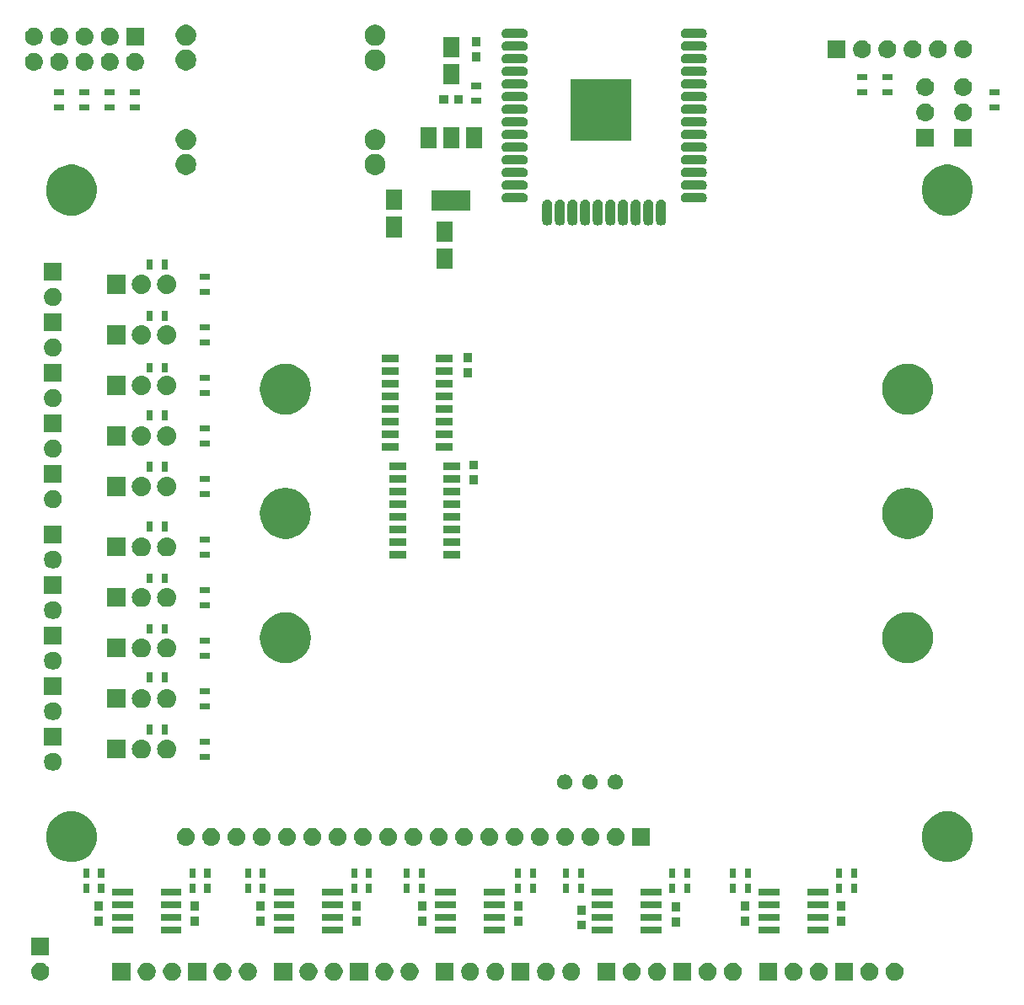
<source format=gbr>
G04 #@! TF.GenerationSoftware,KiCad,Pcbnew,6.0.0-rc1-unknown-59b0f55~66~ubuntu18.04.1*
G04 #@! TF.CreationDate,2018-12-02T19:46:27+01:00
G04 #@! TF.ProjectId,FloorHeatingCentral,466c6f6f-7248-4656-9174-696e6743656e,rev?*
G04 #@! TF.SameCoordinates,Original*
G04 #@! TF.FileFunction,Soldermask,Top*
G04 #@! TF.FilePolarity,Negative*
%FSLAX46Y46*%
G04 Gerber Fmt 4.6, Leading zero omitted, Abs format (unit mm)*
G04 Created by KiCad (PCBNEW 6.0.0-rc1-unknown-59b0f55~66~ubuntu18.04.1) date So 02 Dez 2018 19:46:27 CET*
%MOMM*%
%LPD*%
G01*
G04 APERTURE LIST*
%ADD10C,0.100000*%
G04 APERTURE END LIST*
D10*
G36*
X148852812Y-145183624D02*
X149016784Y-145251544D01*
X149164354Y-145350147D01*
X149289853Y-145475646D01*
X149388456Y-145623216D01*
X149456376Y-145787188D01*
X149491000Y-145961259D01*
X149491000Y-146138741D01*
X149456376Y-146312812D01*
X149388456Y-146476784D01*
X149289853Y-146624354D01*
X149164354Y-146749853D01*
X149016784Y-146848456D01*
X148852812Y-146916376D01*
X148678741Y-146951000D01*
X148501259Y-146951000D01*
X148327188Y-146916376D01*
X148163216Y-146848456D01*
X148015646Y-146749853D01*
X147890147Y-146624354D01*
X147791544Y-146476784D01*
X147723624Y-146312812D01*
X147689000Y-146138741D01*
X147689000Y-145961259D01*
X147723624Y-145787188D01*
X147791544Y-145623216D01*
X147890147Y-145475646D01*
X148015646Y-145350147D01*
X148163216Y-145251544D01*
X148327188Y-145183624D01*
X148501259Y-145149000D01*
X148678741Y-145149000D01*
X148852812Y-145183624D01*
X148852812Y-145183624D01*
G37*
G36*
X170172812Y-145183624D02*
X170336784Y-145251544D01*
X170484354Y-145350147D01*
X170609853Y-145475646D01*
X170708456Y-145623216D01*
X170776376Y-145787188D01*
X170811000Y-145961259D01*
X170811000Y-146138741D01*
X170776376Y-146312812D01*
X170708456Y-146476784D01*
X170609853Y-146624354D01*
X170484354Y-146749853D01*
X170336784Y-146848456D01*
X170172812Y-146916376D01*
X169998741Y-146951000D01*
X169821259Y-146951000D01*
X169647188Y-146916376D01*
X169483216Y-146848456D01*
X169335646Y-146749853D01*
X169210147Y-146624354D01*
X169111544Y-146476784D01*
X169043624Y-146312812D01*
X169009000Y-146138741D01*
X169009000Y-145961259D01*
X169043624Y-145787188D01*
X169111544Y-145623216D01*
X169210147Y-145475646D01*
X169335646Y-145350147D01*
X169483216Y-145251544D01*
X169647188Y-145183624D01*
X169821259Y-145149000D01*
X169998741Y-145149000D01*
X170172812Y-145183624D01*
X170172812Y-145183624D01*
G37*
G36*
X102980443Y-145155519D02*
X103046627Y-145162037D01*
X103159853Y-145196384D01*
X103216467Y-145213557D01*
X103355087Y-145287652D01*
X103372991Y-145297222D01*
X103408729Y-145326552D01*
X103510186Y-145409814D01*
X103593448Y-145511271D01*
X103622778Y-145547009D01*
X103622779Y-145547011D01*
X103706443Y-145703533D01*
X103706443Y-145703534D01*
X103757963Y-145873373D01*
X103775359Y-146050000D01*
X103757963Y-146226627D01*
X103731819Y-146312812D01*
X103706443Y-146396467D01*
X103663513Y-146476782D01*
X103622778Y-146552991D01*
X103593448Y-146588729D01*
X103510186Y-146690186D01*
X103437480Y-146749853D01*
X103372991Y-146802778D01*
X103372989Y-146802779D01*
X103216467Y-146886443D01*
X103159853Y-146903616D01*
X103046627Y-146937963D01*
X102980442Y-146944482D01*
X102914260Y-146951000D01*
X102825740Y-146951000D01*
X102759558Y-146944482D01*
X102693373Y-146937963D01*
X102580147Y-146903616D01*
X102523533Y-146886443D01*
X102367011Y-146802779D01*
X102367009Y-146802778D01*
X102302520Y-146749853D01*
X102229814Y-146690186D01*
X102146552Y-146588729D01*
X102117222Y-146552991D01*
X102076487Y-146476782D01*
X102033557Y-146396467D01*
X102008181Y-146312812D01*
X101982037Y-146226627D01*
X101964641Y-146050000D01*
X101982037Y-145873373D01*
X102033557Y-145703534D01*
X102033557Y-145703533D01*
X102117221Y-145547011D01*
X102117222Y-145547009D01*
X102146552Y-145511271D01*
X102229814Y-145409814D01*
X102331271Y-145326552D01*
X102367009Y-145297222D01*
X102384913Y-145287652D01*
X102523533Y-145213557D01*
X102580147Y-145196384D01*
X102693373Y-145162037D01*
X102759557Y-145155519D01*
X102825740Y-145149000D01*
X102914260Y-145149000D01*
X102980443Y-145155519D01*
X102980443Y-145155519D01*
G37*
G36*
X116372812Y-145183624D02*
X116536784Y-145251544D01*
X116684354Y-145350147D01*
X116809853Y-145475646D01*
X116908456Y-145623216D01*
X116976376Y-145787188D01*
X117011000Y-145961259D01*
X117011000Y-146138741D01*
X116976376Y-146312812D01*
X116908456Y-146476784D01*
X116809853Y-146624354D01*
X116684354Y-146749853D01*
X116536784Y-146848456D01*
X116372812Y-146916376D01*
X116198741Y-146951000D01*
X116021259Y-146951000D01*
X115847188Y-146916376D01*
X115683216Y-146848456D01*
X115535646Y-146749853D01*
X115410147Y-146624354D01*
X115311544Y-146476784D01*
X115243624Y-146312812D01*
X115209000Y-146138741D01*
X115209000Y-145961259D01*
X115243624Y-145787188D01*
X115311544Y-145623216D01*
X115410147Y-145475646D01*
X115535646Y-145350147D01*
X115683216Y-145251544D01*
X115847188Y-145183624D01*
X116021259Y-145149000D01*
X116198741Y-145149000D01*
X116372812Y-145183624D01*
X116372812Y-145183624D01*
G37*
G36*
X113832812Y-145183624D02*
X113996784Y-145251544D01*
X114144354Y-145350147D01*
X114269853Y-145475646D01*
X114368456Y-145623216D01*
X114436376Y-145787188D01*
X114471000Y-145961259D01*
X114471000Y-146138741D01*
X114436376Y-146312812D01*
X114368456Y-146476784D01*
X114269853Y-146624354D01*
X114144354Y-146749853D01*
X113996784Y-146848456D01*
X113832812Y-146916376D01*
X113658741Y-146951000D01*
X113481259Y-146951000D01*
X113307188Y-146916376D01*
X113143216Y-146848456D01*
X112995646Y-146749853D01*
X112870147Y-146624354D01*
X112771544Y-146476784D01*
X112703624Y-146312812D01*
X112669000Y-146138741D01*
X112669000Y-145961259D01*
X112703624Y-145787188D01*
X112771544Y-145623216D01*
X112870147Y-145475646D01*
X112995646Y-145350147D01*
X113143216Y-145251544D01*
X113307188Y-145183624D01*
X113481259Y-145149000D01*
X113658741Y-145149000D01*
X113832812Y-145183624D01*
X113832812Y-145183624D01*
G37*
G36*
X111931000Y-146951000D02*
X110129000Y-146951000D01*
X110129000Y-145149000D01*
X111931000Y-145149000D01*
X111931000Y-146951000D01*
X111931000Y-146951000D01*
G37*
G36*
X123992812Y-145183624D02*
X124156784Y-145251544D01*
X124304354Y-145350147D01*
X124429853Y-145475646D01*
X124528456Y-145623216D01*
X124596376Y-145787188D01*
X124631000Y-145961259D01*
X124631000Y-146138741D01*
X124596376Y-146312812D01*
X124528456Y-146476784D01*
X124429853Y-146624354D01*
X124304354Y-146749853D01*
X124156784Y-146848456D01*
X123992812Y-146916376D01*
X123818741Y-146951000D01*
X123641259Y-146951000D01*
X123467188Y-146916376D01*
X123303216Y-146848456D01*
X123155646Y-146749853D01*
X123030147Y-146624354D01*
X122931544Y-146476784D01*
X122863624Y-146312812D01*
X122829000Y-146138741D01*
X122829000Y-145961259D01*
X122863624Y-145787188D01*
X122931544Y-145623216D01*
X123030147Y-145475646D01*
X123155646Y-145350147D01*
X123303216Y-145251544D01*
X123467188Y-145183624D01*
X123641259Y-145149000D01*
X123818741Y-145149000D01*
X123992812Y-145183624D01*
X123992812Y-145183624D01*
G37*
G36*
X121452812Y-145183624D02*
X121616784Y-145251544D01*
X121764354Y-145350147D01*
X121889853Y-145475646D01*
X121988456Y-145623216D01*
X122056376Y-145787188D01*
X122091000Y-145961259D01*
X122091000Y-146138741D01*
X122056376Y-146312812D01*
X121988456Y-146476784D01*
X121889853Y-146624354D01*
X121764354Y-146749853D01*
X121616784Y-146848456D01*
X121452812Y-146916376D01*
X121278741Y-146951000D01*
X121101259Y-146951000D01*
X120927188Y-146916376D01*
X120763216Y-146848456D01*
X120615646Y-146749853D01*
X120490147Y-146624354D01*
X120391544Y-146476784D01*
X120323624Y-146312812D01*
X120289000Y-146138741D01*
X120289000Y-145961259D01*
X120323624Y-145787188D01*
X120391544Y-145623216D01*
X120490147Y-145475646D01*
X120615646Y-145350147D01*
X120763216Y-145251544D01*
X120927188Y-145183624D01*
X121101259Y-145149000D01*
X121278741Y-145149000D01*
X121452812Y-145183624D01*
X121452812Y-145183624D01*
G37*
G36*
X119551000Y-146951000D02*
X117749000Y-146951000D01*
X117749000Y-145149000D01*
X119551000Y-145149000D01*
X119551000Y-146951000D01*
X119551000Y-146951000D01*
G37*
G36*
X128171000Y-146951000D02*
X126369000Y-146951000D01*
X126369000Y-145149000D01*
X128171000Y-145149000D01*
X128171000Y-146951000D01*
X128171000Y-146951000D01*
G37*
G36*
X130072812Y-145183624D02*
X130236784Y-145251544D01*
X130384354Y-145350147D01*
X130509853Y-145475646D01*
X130608456Y-145623216D01*
X130676376Y-145787188D01*
X130711000Y-145961259D01*
X130711000Y-146138741D01*
X130676376Y-146312812D01*
X130608456Y-146476784D01*
X130509853Y-146624354D01*
X130384354Y-146749853D01*
X130236784Y-146848456D01*
X130072812Y-146916376D01*
X129898741Y-146951000D01*
X129721259Y-146951000D01*
X129547188Y-146916376D01*
X129383216Y-146848456D01*
X129235646Y-146749853D01*
X129110147Y-146624354D01*
X129011544Y-146476784D01*
X128943624Y-146312812D01*
X128909000Y-146138741D01*
X128909000Y-145961259D01*
X128943624Y-145787188D01*
X129011544Y-145623216D01*
X129110147Y-145475646D01*
X129235646Y-145350147D01*
X129383216Y-145251544D01*
X129547188Y-145183624D01*
X129721259Y-145149000D01*
X129898741Y-145149000D01*
X130072812Y-145183624D01*
X130072812Y-145183624D01*
G37*
G36*
X132612812Y-145183624D02*
X132776784Y-145251544D01*
X132924354Y-145350147D01*
X133049853Y-145475646D01*
X133148456Y-145623216D01*
X133216376Y-145787188D01*
X133251000Y-145961259D01*
X133251000Y-146138741D01*
X133216376Y-146312812D01*
X133148456Y-146476784D01*
X133049853Y-146624354D01*
X132924354Y-146749853D01*
X132776784Y-146848456D01*
X132612812Y-146916376D01*
X132438741Y-146951000D01*
X132261259Y-146951000D01*
X132087188Y-146916376D01*
X131923216Y-146848456D01*
X131775646Y-146749853D01*
X131650147Y-146624354D01*
X131551544Y-146476784D01*
X131483624Y-146312812D01*
X131449000Y-146138741D01*
X131449000Y-145961259D01*
X131483624Y-145787188D01*
X131551544Y-145623216D01*
X131650147Y-145475646D01*
X131775646Y-145350147D01*
X131923216Y-145251544D01*
X132087188Y-145183624D01*
X132261259Y-145149000D01*
X132438741Y-145149000D01*
X132612812Y-145183624D01*
X132612812Y-145183624D01*
G37*
G36*
X135791000Y-146951000D02*
X133989000Y-146951000D01*
X133989000Y-145149000D01*
X135791000Y-145149000D01*
X135791000Y-146951000D01*
X135791000Y-146951000D01*
G37*
G36*
X137692812Y-145183624D02*
X137856784Y-145251544D01*
X138004354Y-145350147D01*
X138129853Y-145475646D01*
X138228456Y-145623216D01*
X138296376Y-145787188D01*
X138331000Y-145961259D01*
X138331000Y-146138741D01*
X138296376Y-146312812D01*
X138228456Y-146476784D01*
X138129853Y-146624354D01*
X138004354Y-146749853D01*
X137856784Y-146848456D01*
X137692812Y-146916376D01*
X137518741Y-146951000D01*
X137341259Y-146951000D01*
X137167188Y-146916376D01*
X137003216Y-146848456D01*
X136855646Y-146749853D01*
X136730147Y-146624354D01*
X136631544Y-146476784D01*
X136563624Y-146312812D01*
X136529000Y-146138741D01*
X136529000Y-145961259D01*
X136563624Y-145787188D01*
X136631544Y-145623216D01*
X136730147Y-145475646D01*
X136855646Y-145350147D01*
X137003216Y-145251544D01*
X137167188Y-145183624D01*
X137341259Y-145149000D01*
X137518741Y-145149000D01*
X137692812Y-145183624D01*
X137692812Y-145183624D01*
G37*
G36*
X140232812Y-145183624D02*
X140396784Y-145251544D01*
X140544354Y-145350147D01*
X140669853Y-145475646D01*
X140768456Y-145623216D01*
X140836376Y-145787188D01*
X140871000Y-145961259D01*
X140871000Y-146138741D01*
X140836376Y-146312812D01*
X140768456Y-146476784D01*
X140669853Y-146624354D01*
X140544354Y-146749853D01*
X140396784Y-146848456D01*
X140232812Y-146916376D01*
X140058741Y-146951000D01*
X139881259Y-146951000D01*
X139707188Y-146916376D01*
X139543216Y-146848456D01*
X139395646Y-146749853D01*
X139270147Y-146624354D01*
X139171544Y-146476784D01*
X139103624Y-146312812D01*
X139069000Y-146138741D01*
X139069000Y-145961259D01*
X139103624Y-145787188D01*
X139171544Y-145623216D01*
X139270147Y-145475646D01*
X139395646Y-145350147D01*
X139543216Y-145251544D01*
X139707188Y-145183624D01*
X139881259Y-145149000D01*
X140058741Y-145149000D01*
X140232812Y-145183624D01*
X140232812Y-145183624D01*
G37*
G36*
X144411000Y-146951000D02*
X142609000Y-146951000D01*
X142609000Y-145149000D01*
X144411000Y-145149000D01*
X144411000Y-146951000D01*
X144411000Y-146951000D01*
G37*
G36*
X186412812Y-145183624D02*
X186576784Y-145251544D01*
X186724354Y-145350147D01*
X186849853Y-145475646D01*
X186948456Y-145623216D01*
X187016376Y-145787188D01*
X187051000Y-145961259D01*
X187051000Y-146138741D01*
X187016376Y-146312812D01*
X186948456Y-146476784D01*
X186849853Y-146624354D01*
X186724354Y-146749853D01*
X186576784Y-146848456D01*
X186412812Y-146916376D01*
X186238741Y-146951000D01*
X186061259Y-146951000D01*
X185887188Y-146916376D01*
X185723216Y-146848456D01*
X185575646Y-146749853D01*
X185450147Y-146624354D01*
X185351544Y-146476784D01*
X185283624Y-146312812D01*
X185249000Y-146138741D01*
X185249000Y-145961259D01*
X185283624Y-145787188D01*
X185351544Y-145623216D01*
X185450147Y-145475646D01*
X185575646Y-145350147D01*
X185723216Y-145251544D01*
X185887188Y-145183624D01*
X186061259Y-145149000D01*
X186238741Y-145149000D01*
X186412812Y-145183624D01*
X186412812Y-145183624D01*
G37*
G36*
X188952812Y-145183624D02*
X189116784Y-145251544D01*
X189264354Y-145350147D01*
X189389853Y-145475646D01*
X189488456Y-145623216D01*
X189556376Y-145787188D01*
X189591000Y-145961259D01*
X189591000Y-146138741D01*
X189556376Y-146312812D01*
X189488456Y-146476784D01*
X189389853Y-146624354D01*
X189264354Y-146749853D01*
X189116784Y-146848456D01*
X188952812Y-146916376D01*
X188778741Y-146951000D01*
X188601259Y-146951000D01*
X188427188Y-146916376D01*
X188263216Y-146848456D01*
X188115646Y-146749853D01*
X187990147Y-146624354D01*
X187891544Y-146476784D01*
X187823624Y-146312812D01*
X187789000Y-146138741D01*
X187789000Y-145961259D01*
X187823624Y-145787188D01*
X187891544Y-145623216D01*
X187990147Y-145475646D01*
X188115646Y-145350147D01*
X188263216Y-145251544D01*
X188427188Y-145183624D01*
X188601259Y-145149000D01*
X188778741Y-145149000D01*
X188952812Y-145183624D01*
X188952812Y-145183624D01*
G37*
G36*
X152031000Y-146951000D02*
X150229000Y-146951000D01*
X150229000Y-145149000D01*
X152031000Y-145149000D01*
X152031000Y-146951000D01*
X152031000Y-146951000D01*
G37*
G36*
X153932812Y-145183624D02*
X154096784Y-145251544D01*
X154244354Y-145350147D01*
X154369853Y-145475646D01*
X154468456Y-145623216D01*
X154536376Y-145787188D01*
X154571000Y-145961259D01*
X154571000Y-146138741D01*
X154536376Y-146312812D01*
X154468456Y-146476784D01*
X154369853Y-146624354D01*
X154244354Y-146749853D01*
X154096784Y-146848456D01*
X153932812Y-146916376D01*
X153758741Y-146951000D01*
X153581259Y-146951000D01*
X153407188Y-146916376D01*
X153243216Y-146848456D01*
X153095646Y-146749853D01*
X152970147Y-146624354D01*
X152871544Y-146476784D01*
X152803624Y-146312812D01*
X152769000Y-146138741D01*
X152769000Y-145961259D01*
X152803624Y-145787188D01*
X152871544Y-145623216D01*
X152970147Y-145475646D01*
X153095646Y-145350147D01*
X153243216Y-145251544D01*
X153407188Y-145183624D01*
X153581259Y-145149000D01*
X153758741Y-145149000D01*
X153932812Y-145183624D01*
X153932812Y-145183624D01*
G37*
G36*
X156472812Y-145183624D02*
X156636784Y-145251544D01*
X156784354Y-145350147D01*
X156909853Y-145475646D01*
X157008456Y-145623216D01*
X157076376Y-145787188D01*
X157111000Y-145961259D01*
X157111000Y-146138741D01*
X157076376Y-146312812D01*
X157008456Y-146476784D01*
X156909853Y-146624354D01*
X156784354Y-146749853D01*
X156636784Y-146848456D01*
X156472812Y-146916376D01*
X156298741Y-146951000D01*
X156121259Y-146951000D01*
X155947188Y-146916376D01*
X155783216Y-146848456D01*
X155635646Y-146749853D01*
X155510147Y-146624354D01*
X155411544Y-146476784D01*
X155343624Y-146312812D01*
X155309000Y-146138741D01*
X155309000Y-145961259D01*
X155343624Y-145787188D01*
X155411544Y-145623216D01*
X155510147Y-145475646D01*
X155635646Y-145350147D01*
X155783216Y-145251544D01*
X155947188Y-145183624D01*
X156121259Y-145149000D01*
X156298741Y-145149000D01*
X156472812Y-145183624D01*
X156472812Y-145183624D01*
G37*
G36*
X160651000Y-146951000D02*
X158849000Y-146951000D01*
X158849000Y-145149000D01*
X160651000Y-145149000D01*
X160651000Y-146951000D01*
X160651000Y-146951000D01*
G37*
G36*
X162552812Y-145183624D02*
X162716784Y-145251544D01*
X162864354Y-145350147D01*
X162989853Y-145475646D01*
X163088456Y-145623216D01*
X163156376Y-145787188D01*
X163191000Y-145961259D01*
X163191000Y-146138741D01*
X163156376Y-146312812D01*
X163088456Y-146476784D01*
X162989853Y-146624354D01*
X162864354Y-146749853D01*
X162716784Y-146848456D01*
X162552812Y-146916376D01*
X162378741Y-146951000D01*
X162201259Y-146951000D01*
X162027188Y-146916376D01*
X161863216Y-146848456D01*
X161715646Y-146749853D01*
X161590147Y-146624354D01*
X161491544Y-146476784D01*
X161423624Y-146312812D01*
X161389000Y-146138741D01*
X161389000Y-145961259D01*
X161423624Y-145787188D01*
X161491544Y-145623216D01*
X161590147Y-145475646D01*
X161715646Y-145350147D01*
X161863216Y-145251544D01*
X162027188Y-145183624D01*
X162201259Y-145149000D01*
X162378741Y-145149000D01*
X162552812Y-145183624D01*
X162552812Y-145183624D01*
G37*
G36*
X165092812Y-145183624D02*
X165256784Y-145251544D01*
X165404354Y-145350147D01*
X165529853Y-145475646D01*
X165628456Y-145623216D01*
X165696376Y-145787188D01*
X165731000Y-145961259D01*
X165731000Y-146138741D01*
X165696376Y-146312812D01*
X165628456Y-146476784D01*
X165529853Y-146624354D01*
X165404354Y-146749853D01*
X165256784Y-146848456D01*
X165092812Y-146916376D01*
X164918741Y-146951000D01*
X164741259Y-146951000D01*
X164567188Y-146916376D01*
X164403216Y-146848456D01*
X164255646Y-146749853D01*
X164130147Y-146624354D01*
X164031544Y-146476784D01*
X163963624Y-146312812D01*
X163929000Y-146138741D01*
X163929000Y-145961259D01*
X163963624Y-145787188D01*
X164031544Y-145623216D01*
X164130147Y-145475646D01*
X164255646Y-145350147D01*
X164403216Y-145251544D01*
X164567188Y-145183624D01*
X164741259Y-145149000D01*
X164918741Y-145149000D01*
X165092812Y-145183624D01*
X165092812Y-145183624D01*
G37*
G36*
X168271000Y-146951000D02*
X166469000Y-146951000D01*
X166469000Y-145149000D01*
X168271000Y-145149000D01*
X168271000Y-146951000D01*
X168271000Y-146951000D01*
G37*
G36*
X146312812Y-145183624D02*
X146476784Y-145251544D01*
X146624354Y-145350147D01*
X146749853Y-145475646D01*
X146848456Y-145623216D01*
X146916376Y-145787188D01*
X146951000Y-145961259D01*
X146951000Y-146138741D01*
X146916376Y-146312812D01*
X146848456Y-146476784D01*
X146749853Y-146624354D01*
X146624354Y-146749853D01*
X146476784Y-146848456D01*
X146312812Y-146916376D01*
X146138741Y-146951000D01*
X145961259Y-146951000D01*
X145787188Y-146916376D01*
X145623216Y-146848456D01*
X145475646Y-146749853D01*
X145350147Y-146624354D01*
X145251544Y-146476784D01*
X145183624Y-146312812D01*
X145149000Y-146138741D01*
X145149000Y-145961259D01*
X145183624Y-145787188D01*
X145251544Y-145623216D01*
X145350147Y-145475646D01*
X145475646Y-145350147D01*
X145623216Y-145251544D01*
X145787188Y-145183624D01*
X145961259Y-145149000D01*
X146138741Y-145149000D01*
X146312812Y-145183624D01*
X146312812Y-145183624D01*
G37*
G36*
X172712812Y-145183624D02*
X172876784Y-145251544D01*
X173024354Y-145350147D01*
X173149853Y-145475646D01*
X173248456Y-145623216D01*
X173316376Y-145787188D01*
X173351000Y-145961259D01*
X173351000Y-146138741D01*
X173316376Y-146312812D01*
X173248456Y-146476784D01*
X173149853Y-146624354D01*
X173024354Y-146749853D01*
X172876784Y-146848456D01*
X172712812Y-146916376D01*
X172538741Y-146951000D01*
X172361259Y-146951000D01*
X172187188Y-146916376D01*
X172023216Y-146848456D01*
X171875646Y-146749853D01*
X171750147Y-146624354D01*
X171651544Y-146476784D01*
X171583624Y-146312812D01*
X171549000Y-146138741D01*
X171549000Y-145961259D01*
X171583624Y-145787188D01*
X171651544Y-145623216D01*
X171750147Y-145475646D01*
X171875646Y-145350147D01*
X172023216Y-145251544D01*
X172187188Y-145183624D01*
X172361259Y-145149000D01*
X172538741Y-145149000D01*
X172712812Y-145183624D01*
X172712812Y-145183624D01*
G37*
G36*
X176891000Y-146951000D02*
X175089000Y-146951000D01*
X175089000Y-145149000D01*
X176891000Y-145149000D01*
X176891000Y-146951000D01*
X176891000Y-146951000D01*
G37*
G36*
X178792812Y-145183624D02*
X178956784Y-145251544D01*
X179104354Y-145350147D01*
X179229853Y-145475646D01*
X179328456Y-145623216D01*
X179396376Y-145787188D01*
X179431000Y-145961259D01*
X179431000Y-146138741D01*
X179396376Y-146312812D01*
X179328456Y-146476784D01*
X179229853Y-146624354D01*
X179104354Y-146749853D01*
X178956784Y-146848456D01*
X178792812Y-146916376D01*
X178618741Y-146951000D01*
X178441259Y-146951000D01*
X178267188Y-146916376D01*
X178103216Y-146848456D01*
X177955646Y-146749853D01*
X177830147Y-146624354D01*
X177731544Y-146476784D01*
X177663624Y-146312812D01*
X177629000Y-146138741D01*
X177629000Y-145961259D01*
X177663624Y-145787188D01*
X177731544Y-145623216D01*
X177830147Y-145475646D01*
X177955646Y-145350147D01*
X178103216Y-145251544D01*
X178267188Y-145183624D01*
X178441259Y-145149000D01*
X178618741Y-145149000D01*
X178792812Y-145183624D01*
X178792812Y-145183624D01*
G37*
G36*
X181332812Y-145183624D02*
X181496784Y-145251544D01*
X181644354Y-145350147D01*
X181769853Y-145475646D01*
X181868456Y-145623216D01*
X181936376Y-145787188D01*
X181971000Y-145961259D01*
X181971000Y-146138741D01*
X181936376Y-146312812D01*
X181868456Y-146476784D01*
X181769853Y-146624354D01*
X181644354Y-146749853D01*
X181496784Y-146848456D01*
X181332812Y-146916376D01*
X181158741Y-146951000D01*
X180981259Y-146951000D01*
X180807188Y-146916376D01*
X180643216Y-146848456D01*
X180495646Y-146749853D01*
X180370147Y-146624354D01*
X180271544Y-146476784D01*
X180203624Y-146312812D01*
X180169000Y-146138741D01*
X180169000Y-145961259D01*
X180203624Y-145787188D01*
X180271544Y-145623216D01*
X180370147Y-145475646D01*
X180495646Y-145350147D01*
X180643216Y-145251544D01*
X180807188Y-145183624D01*
X180981259Y-145149000D01*
X181158741Y-145149000D01*
X181332812Y-145183624D01*
X181332812Y-145183624D01*
G37*
G36*
X184511000Y-146951000D02*
X182709000Y-146951000D01*
X182709000Y-145149000D01*
X184511000Y-145149000D01*
X184511000Y-146951000D01*
X184511000Y-146951000D01*
G37*
G36*
X103771000Y-144411000D02*
X101969000Y-144411000D01*
X101969000Y-142609000D01*
X103771000Y-142609000D01*
X103771000Y-144411000D01*
X103771000Y-144411000D01*
G37*
G36*
X144651000Y-142226000D02*
X142549000Y-142226000D01*
X142549000Y-141524000D01*
X144651000Y-141524000D01*
X144651000Y-142226000D01*
X144651000Y-142226000D01*
G37*
G36*
X177131000Y-142226000D02*
X175029000Y-142226000D01*
X175029000Y-141524000D01*
X177131000Y-141524000D01*
X177131000Y-142226000D01*
X177131000Y-142226000D01*
G37*
G36*
X182031000Y-142226000D02*
X179929000Y-142226000D01*
X179929000Y-141524000D01*
X182031000Y-141524000D01*
X182031000Y-142226000D01*
X182031000Y-142226000D01*
G37*
G36*
X160374288Y-142226000D02*
X158272288Y-142226000D01*
X158272288Y-141524000D01*
X160374288Y-141524000D01*
X160374288Y-142226000D01*
X160374288Y-142226000D01*
G37*
G36*
X165274288Y-142226000D02*
X163172288Y-142226000D01*
X163172288Y-141524000D01*
X165274288Y-141524000D01*
X165274288Y-142226000D01*
X165274288Y-142226000D01*
G37*
G36*
X149551000Y-142226000D02*
X147449000Y-142226000D01*
X147449000Y-141524000D01*
X149551000Y-141524000D01*
X149551000Y-142226000D01*
X149551000Y-142226000D01*
G37*
G36*
X128411000Y-142226000D02*
X126309000Y-142226000D01*
X126309000Y-141524000D01*
X128411000Y-141524000D01*
X128411000Y-142226000D01*
X128411000Y-142226000D01*
G37*
G36*
X133311000Y-142226000D02*
X131209000Y-142226000D01*
X131209000Y-141524000D01*
X133311000Y-141524000D01*
X133311000Y-142226000D01*
X133311000Y-142226000D01*
G37*
G36*
X117071000Y-142226000D02*
X114969000Y-142226000D01*
X114969000Y-141524000D01*
X117071000Y-141524000D01*
X117071000Y-142226000D01*
X117071000Y-142226000D01*
G37*
G36*
X112171000Y-142226000D02*
X110069000Y-142226000D01*
X110069000Y-141524000D01*
X112171000Y-141524000D01*
X112171000Y-142226000D01*
X112171000Y-142226000D01*
G37*
G36*
X157636000Y-141806000D02*
X156784000Y-141806000D01*
X156784000Y-140904000D01*
X157636000Y-140904000D01*
X157636000Y-141806000D01*
X157636000Y-141806000D01*
G37*
G36*
X167161000Y-141501000D02*
X166309000Y-141501000D01*
X166309000Y-140599000D01*
X167161000Y-140599000D01*
X167161000Y-141501000D01*
X167161000Y-141501000D01*
G37*
G36*
X151302000Y-141425000D02*
X150450000Y-141425000D01*
X150450000Y-140523000D01*
X151302000Y-140523000D01*
X151302000Y-141425000D01*
X151302000Y-141425000D01*
G37*
G36*
X183782000Y-141425000D02*
X182930000Y-141425000D01*
X182930000Y-140523000D01*
X183782000Y-140523000D01*
X183782000Y-141425000D01*
X183782000Y-141425000D01*
G37*
G36*
X109170000Y-141425000D02*
X108318000Y-141425000D01*
X108318000Y-140523000D01*
X109170000Y-140523000D01*
X109170000Y-141425000D01*
X109170000Y-141425000D01*
G37*
G36*
X118822000Y-141425000D02*
X117970000Y-141425000D01*
X117970000Y-140523000D01*
X118822000Y-140523000D01*
X118822000Y-141425000D01*
X118822000Y-141425000D01*
G37*
G36*
X125410000Y-141425000D02*
X124558000Y-141425000D01*
X124558000Y-140523000D01*
X125410000Y-140523000D01*
X125410000Y-141425000D01*
X125410000Y-141425000D01*
G37*
G36*
X135062000Y-141425000D02*
X134210000Y-141425000D01*
X134210000Y-140523000D01*
X135062000Y-140523000D01*
X135062000Y-141425000D01*
X135062000Y-141425000D01*
G37*
G36*
X141650000Y-141425000D02*
X140798000Y-141425000D01*
X140798000Y-140523000D01*
X141650000Y-140523000D01*
X141650000Y-141425000D01*
X141650000Y-141425000D01*
G37*
G36*
X174130000Y-141425000D02*
X173278000Y-141425000D01*
X173278000Y-140523000D01*
X174130000Y-140523000D01*
X174130000Y-141425000D01*
X174130000Y-141425000D01*
G37*
G36*
X165274288Y-140956000D02*
X163172288Y-140956000D01*
X163172288Y-140254000D01*
X165274288Y-140254000D01*
X165274288Y-140956000D01*
X165274288Y-140956000D01*
G37*
G36*
X149551000Y-140956000D02*
X147449000Y-140956000D01*
X147449000Y-140254000D01*
X149551000Y-140254000D01*
X149551000Y-140956000D01*
X149551000Y-140956000D01*
G37*
G36*
X144651000Y-140956000D02*
X142549000Y-140956000D01*
X142549000Y-140254000D01*
X144651000Y-140254000D01*
X144651000Y-140956000D01*
X144651000Y-140956000D01*
G37*
G36*
X133311000Y-140956000D02*
X131209000Y-140956000D01*
X131209000Y-140254000D01*
X133311000Y-140254000D01*
X133311000Y-140956000D01*
X133311000Y-140956000D01*
G37*
G36*
X160374288Y-140956000D02*
X158272288Y-140956000D01*
X158272288Y-140254000D01*
X160374288Y-140254000D01*
X160374288Y-140956000D01*
X160374288Y-140956000D01*
G37*
G36*
X182031000Y-140956000D02*
X179929000Y-140956000D01*
X179929000Y-140254000D01*
X182031000Y-140254000D01*
X182031000Y-140956000D01*
X182031000Y-140956000D01*
G37*
G36*
X112171000Y-140956000D02*
X110069000Y-140956000D01*
X110069000Y-140254000D01*
X112171000Y-140254000D01*
X112171000Y-140956000D01*
X112171000Y-140956000D01*
G37*
G36*
X128411000Y-140956000D02*
X126309000Y-140956000D01*
X126309000Y-140254000D01*
X128411000Y-140254000D01*
X128411000Y-140956000D01*
X128411000Y-140956000D01*
G37*
G36*
X117071000Y-140956000D02*
X114969000Y-140956000D01*
X114969000Y-140254000D01*
X117071000Y-140254000D01*
X117071000Y-140956000D01*
X117071000Y-140956000D01*
G37*
G36*
X177131000Y-140956000D02*
X175029000Y-140956000D01*
X175029000Y-140254000D01*
X177131000Y-140254000D01*
X177131000Y-140956000D01*
X177131000Y-140956000D01*
G37*
G36*
X157636000Y-140306000D02*
X156784000Y-140306000D01*
X156784000Y-139404000D01*
X157636000Y-139404000D01*
X157636000Y-140306000D01*
X157636000Y-140306000D01*
G37*
G36*
X167161000Y-140001000D02*
X166309000Y-140001000D01*
X166309000Y-139099000D01*
X167161000Y-139099000D01*
X167161000Y-140001000D01*
X167161000Y-140001000D01*
G37*
G36*
X118822000Y-139925000D02*
X117970000Y-139925000D01*
X117970000Y-139023000D01*
X118822000Y-139023000D01*
X118822000Y-139925000D01*
X118822000Y-139925000D01*
G37*
G36*
X174130000Y-139925000D02*
X173278000Y-139925000D01*
X173278000Y-139023000D01*
X174130000Y-139023000D01*
X174130000Y-139925000D01*
X174130000Y-139925000D01*
G37*
G36*
X125410000Y-139925000D02*
X124558000Y-139925000D01*
X124558000Y-139023000D01*
X125410000Y-139023000D01*
X125410000Y-139925000D01*
X125410000Y-139925000D01*
G37*
G36*
X135062000Y-139925000D02*
X134210000Y-139925000D01*
X134210000Y-139023000D01*
X135062000Y-139023000D01*
X135062000Y-139925000D01*
X135062000Y-139925000D01*
G37*
G36*
X109170000Y-139925000D02*
X108318000Y-139925000D01*
X108318000Y-139023000D01*
X109170000Y-139023000D01*
X109170000Y-139925000D01*
X109170000Y-139925000D01*
G37*
G36*
X183782000Y-139925000D02*
X182930000Y-139925000D01*
X182930000Y-139023000D01*
X183782000Y-139023000D01*
X183782000Y-139925000D01*
X183782000Y-139925000D01*
G37*
G36*
X141650000Y-139925000D02*
X140798000Y-139925000D01*
X140798000Y-139023000D01*
X141650000Y-139023000D01*
X141650000Y-139925000D01*
X141650000Y-139925000D01*
G37*
G36*
X151302000Y-139925000D02*
X150450000Y-139925000D01*
X150450000Y-139023000D01*
X151302000Y-139023000D01*
X151302000Y-139925000D01*
X151302000Y-139925000D01*
G37*
G36*
X165274288Y-139686000D02*
X163172288Y-139686000D01*
X163172288Y-138984000D01*
X165274288Y-138984000D01*
X165274288Y-139686000D01*
X165274288Y-139686000D01*
G37*
G36*
X160374288Y-139686000D02*
X158272288Y-139686000D01*
X158272288Y-138984000D01*
X160374288Y-138984000D01*
X160374288Y-139686000D01*
X160374288Y-139686000D01*
G37*
G36*
X144651000Y-139686000D02*
X142549000Y-139686000D01*
X142549000Y-138984000D01*
X144651000Y-138984000D01*
X144651000Y-139686000D01*
X144651000Y-139686000D01*
G37*
G36*
X149551000Y-139686000D02*
X147449000Y-139686000D01*
X147449000Y-138984000D01*
X149551000Y-138984000D01*
X149551000Y-139686000D01*
X149551000Y-139686000D01*
G37*
G36*
X133311000Y-139686000D02*
X131209000Y-139686000D01*
X131209000Y-138984000D01*
X133311000Y-138984000D01*
X133311000Y-139686000D01*
X133311000Y-139686000D01*
G37*
G36*
X177131000Y-139686000D02*
X175029000Y-139686000D01*
X175029000Y-138984000D01*
X177131000Y-138984000D01*
X177131000Y-139686000D01*
X177131000Y-139686000D01*
G37*
G36*
X182031000Y-139686000D02*
X179929000Y-139686000D01*
X179929000Y-138984000D01*
X182031000Y-138984000D01*
X182031000Y-139686000D01*
X182031000Y-139686000D01*
G37*
G36*
X117071000Y-139686000D02*
X114969000Y-139686000D01*
X114969000Y-138984000D01*
X117071000Y-138984000D01*
X117071000Y-139686000D01*
X117071000Y-139686000D01*
G37*
G36*
X112171000Y-139686000D02*
X110069000Y-139686000D01*
X110069000Y-138984000D01*
X112171000Y-138984000D01*
X112171000Y-139686000D01*
X112171000Y-139686000D01*
G37*
G36*
X128411000Y-139686000D02*
X126309000Y-139686000D01*
X126309000Y-138984000D01*
X128411000Y-138984000D01*
X128411000Y-139686000D01*
X128411000Y-139686000D01*
G37*
G36*
X177131000Y-138416000D02*
X175029000Y-138416000D01*
X175029000Y-137714000D01*
X177131000Y-137714000D01*
X177131000Y-138416000D01*
X177131000Y-138416000D01*
G37*
G36*
X160374288Y-138416000D02*
X158272288Y-138416000D01*
X158272288Y-137714000D01*
X160374288Y-137714000D01*
X160374288Y-138416000D01*
X160374288Y-138416000D01*
G37*
G36*
X182031000Y-138416000D02*
X179929000Y-138416000D01*
X179929000Y-137714000D01*
X182031000Y-137714000D01*
X182031000Y-138416000D01*
X182031000Y-138416000D01*
G37*
G36*
X165274288Y-138416000D02*
X163172288Y-138416000D01*
X163172288Y-137714000D01*
X165274288Y-137714000D01*
X165274288Y-138416000D01*
X165274288Y-138416000D01*
G37*
G36*
X149551000Y-138416000D02*
X147449000Y-138416000D01*
X147449000Y-137714000D01*
X149551000Y-137714000D01*
X149551000Y-138416000D01*
X149551000Y-138416000D01*
G37*
G36*
X144651000Y-138416000D02*
X142549000Y-138416000D01*
X142549000Y-137714000D01*
X144651000Y-137714000D01*
X144651000Y-138416000D01*
X144651000Y-138416000D01*
G37*
G36*
X128411000Y-138416000D02*
X126309000Y-138416000D01*
X126309000Y-137714000D01*
X128411000Y-137714000D01*
X128411000Y-138416000D01*
X128411000Y-138416000D01*
G37*
G36*
X133311000Y-138416000D02*
X131209000Y-138416000D01*
X131209000Y-137714000D01*
X133311000Y-137714000D01*
X133311000Y-138416000D01*
X133311000Y-138416000D01*
G37*
G36*
X117071000Y-138416000D02*
X114969000Y-138416000D01*
X114969000Y-137714000D01*
X117071000Y-137714000D01*
X117071000Y-138416000D01*
X117071000Y-138416000D01*
G37*
G36*
X112171000Y-138416000D02*
X110069000Y-138416000D01*
X110069000Y-137714000D01*
X112171000Y-137714000D01*
X112171000Y-138416000D01*
X112171000Y-138416000D01*
G37*
G36*
X155999000Y-138185000D02*
X155397000Y-138185000D01*
X155397000Y-137183000D01*
X155999000Y-137183000D01*
X155999000Y-138185000D01*
X155999000Y-138185000D01*
G37*
G36*
X157499000Y-138185000D02*
X156897000Y-138185000D01*
X156897000Y-137183000D01*
X157499000Y-137183000D01*
X157499000Y-138185000D01*
X157499000Y-138185000D01*
G37*
G36*
X168167000Y-138185000D02*
X167565000Y-138185000D01*
X167565000Y-137183000D01*
X168167000Y-137183000D01*
X168167000Y-138185000D01*
X168167000Y-138185000D01*
G37*
G36*
X172747000Y-138185000D02*
X172145000Y-138185000D01*
X172145000Y-137183000D01*
X172747000Y-137183000D01*
X172747000Y-138185000D01*
X172747000Y-138185000D01*
G37*
G36*
X174247000Y-138185000D02*
X173645000Y-138185000D01*
X173645000Y-137183000D01*
X174247000Y-137183000D01*
X174247000Y-138185000D01*
X174247000Y-138185000D01*
G37*
G36*
X183415000Y-138185000D02*
X182813000Y-138185000D01*
X182813000Y-137183000D01*
X183415000Y-137183000D01*
X183415000Y-138185000D01*
X183415000Y-138185000D01*
G37*
G36*
X184915000Y-138185000D02*
X184313000Y-138185000D01*
X184313000Y-137183000D01*
X184915000Y-137183000D01*
X184915000Y-138185000D01*
X184915000Y-138185000D01*
G37*
G36*
X166667000Y-138185000D02*
X166065000Y-138185000D01*
X166065000Y-137183000D01*
X166667000Y-137183000D01*
X166667000Y-138185000D01*
X166667000Y-138185000D01*
G37*
G36*
X107787000Y-138185000D02*
X107185000Y-138185000D01*
X107185000Y-137183000D01*
X107787000Y-137183000D01*
X107787000Y-138185000D01*
X107787000Y-138185000D01*
G37*
G36*
X109287000Y-138185000D02*
X108685000Y-138185000D01*
X108685000Y-137183000D01*
X109287000Y-137183000D01*
X109287000Y-138185000D01*
X109287000Y-138185000D01*
G37*
G36*
X118455000Y-138185000D02*
X117853000Y-138185000D01*
X117853000Y-137183000D01*
X118455000Y-137183000D01*
X118455000Y-138185000D01*
X118455000Y-138185000D01*
G37*
G36*
X119955000Y-138185000D02*
X119353000Y-138185000D01*
X119353000Y-137183000D01*
X119955000Y-137183000D01*
X119955000Y-138185000D01*
X119955000Y-138185000D01*
G37*
G36*
X140013000Y-138185000D02*
X139411000Y-138185000D01*
X139411000Y-137183000D01*
X140013000Y-137183000D01*
X140013000Y-138185000D01*
X140013000Y-138185000D01*
G37*
G36*
X125527000Y-138185000D02*
X124925000Y-138185000D01*
X124925000Y-137183000D01*
X125527000Y-137183000D01*
X125527000Y-138185000D01*
X125527000Y-138185000D01*
G37*
G36*
X134695000Y-138185000D02*
X134093000Y-138185000D01*
X134093000Y-137183000D01*
X134695000Y-137183000D01*
X134695000Y-138185000D01*
X134695000Y-138185000D01*
G37*
G36*
X141513000Y-138185000D02*
X140911000Y-138185000D01*
X140911000Y-137183000D01*
X141513000Y-137183000D01*
X141513000Y-138185000D01*
X141513000Y-138185000D01*
G37*
G36*
X151189000Y-138185000D02*
X150587000Y-138185000D01*
X150587000Y-137183000D01*
X151189000Y-137183000D01*
X151189000Y-138185000D01*
X151189000Y-138185000D01*
G37*
G36*
X152689000Y-138185000D02*
X152087000Y-138185000D01*
X152087000Y-137183000D01*
X152689000Y-137183000D01*
X152689000Y-138185000D01*
X152689000Y-138185000D01*
G37*
G36*
X124027000Y-138185000D02*
X123425000Y-138185000D01*
X123425000Y-137183000D01*
X124027000Y-137183000D01*
X124027000Y-138185000D01*
X124027000Y-138185000D01*
G37*
G36*
X136195000Y-138185000D02*
X135593000Y-138185000D01*
X135593000Y-137183000D01*
X136195000Y-137183000D01*
X136195000Y-138185000D01*
X136195000Y-138185000D01*
G37*
G36*
X136195000Y-136661000D02*
X135593000Y-136661000D01*
X135593000Y-135659000D01*
X136195000Y-135659000D01*
X136195000Y-136661000D01*
X136195000Y-136661000D01*
G37*
G36*
X184915000Y-136661000D02*
X184313000Y-136661000D01*
X184313000Y-135659000D01*
X184915000Y-135659000D01*
X184915000Y-136661000D01*
X184915000Y-136661000D01*
G37*
G36*
X183415000Y-136661000D02*
X182813000Y-136661000D01*
X182813000Y-135659000D01*
X183415000Y-135659000D01*
X183415000Y-136661000D01*
X183415000Y-136661000D01*
G37*
G36*
X107787000Y-136661000D02*
X107185000Y-136661000D01*
X107185000Y-135659000D01*
X107787000Y-135659000D01*
X107787000Y-136661000D01*
X107787000Y-136661000D01*
G37*
G36*
X109287000Y-136661000D02*
X108685000Y-136661000D01*
X108685000Y-135659000D01*
X109287000Y-135659000D01*
X109287000Y-136661000D01*
X109287000Y-136661000D01*
G37*
G36*
X118455000Y-136661000D02*
X117853000Y-136661000D01*
X117853000Y-135659000D01*
X118455000Y-135659000D01*
X118455000Y-136661000D01*
X118455000Y-136661000D01*
G37*
G36*
X119955000Y-136661000D02*
X119353000Y-136661000D01*
X119353000Y-135659000D01*
X119955000Y-135659000D01*
X119955000Y-136661000D01*
X119955000Y-136661000D01*
G37*
G36*
X124027000Y-136661000D02*
X123425000Y-136661000D01*
X123425000Y-135659000D01*
X124027000Y-135659000D01*
X124027000Y-136661000D01*
X124027000Y-136661000D01*
G37*
G36*
X125527000Y-136661000D02*
X124925000Y-136661000D01*
X124925000Y-135659000D01*
X125527000Y-135659000D01*
X125527000Y-136661000D01*
X125527000Y-136661000D01*
G37*
G36*
X134695000Y-136661000D02*
X134093000Y-136661000D01*
X134093000Y-135659000D01*
X134695000Y-135659000D01*
X134695000Y-136661000D01*
X134695000Y-136661000D01*
G37*
G36*
X140013000Y-136661000D02*
X139411000Y-136661000D01*
X139411000Y-135659000D01*
X140013000Y-135659000D01*
X140013000Y-136661000D01*
X140013000Y-136661000D01*
G37*
G36*
X141513000Y-136661000D02*
X140911000Y-136661000D01*
X140911000Y-135659000D01*
X141513000Y-135659000D01*
X141513000Y-136661000D01*
X141513000Y-136661000D01*
G37*
G36*
X151189000Y-136661000D02*
X150587000Y-136661000D01*
X150587000Y-135659000D01*
X151189000Y-135659000D01*
X151189000Y-136661000D01*
X151189000Y-136661000D01*
G37*
G36*
X152689000Y-136661000D02*
X152087000Y-136661000D01*
X152087000Y-135659000D01*
X152689000Y-135659000D01*
X152689000Y-136661000D01*
X152689000Y-136661000D01*
G37*
G36*
X155999000Y-136661000D02*
X155397000Y-136661000D01*
X155397000Y-135659000D01*
X155999000Y-135659000D01*
X155999000Y-136661000D01*
X155999000Y-136661000D01*
G37*
G36*
X157499000Y-136661000D02*
X156897000Y-136661000D01*
X156897000Y-135659000D01*
X157499000Y-135659000D01*
X157499000Y-136661000D01*
X157499000Y-136661000D01*
G37*
G36*
X168167000Y-136661000D02*
X167565000Y-136661000D01*
X167565000Y-135659000D01*
X168167000Y-135659000D01*
X168167000Y-136661000D01*
X168167000Y-136661000D01*
G37*
G36*
X172747000Y-136661000D02*
X172145000Y-136661000D01*
X172145000Y-135659000D01*
X172747000Y-135659000D01*
X172747000Y-136661000D01*
X172747000Y-136661000D01*
G37*
G36*
X174247000Y-136661000D02*
X173645000Y-136661000D01*
X173645000Y-135659000D01*
X174247000Y-135659000D01*
X174247000Y-136661000D01*
X174247000Y-136661000D01*
G37*
G36*
X166667000Y-136661000D02*
X166065000Y-136661000D01*
X166065000Y-135659000D01*
X166667000Y-135659000D01*
X166667000Y-136661000D01*
X166667000Y-136661000D01*
G37*
G36*
X106744096Y-130047033D02*
X106744098Y-130047034D01*
X106744099Y-130047034D01*
X107208352Y-130239333D01*
X107624284Y-130517250D01*
X107626171Y-130518511D01*
X107981489Y-130873829D01*
X107981491Y-130873832D01*
X108260667Y-131291648D01*
X108449700Y-131748016D01*
X108452967Y-131755904D01*
X108551000Y-132248747D01*
X108551000Y-132751253D01*
X108531903Y-132847261D01*
X108452966Y-133244099D01*
X108260667Y-133708352D01*
X107982750Y-134124284D01*
X107981489Y-134126171D01*
X107626171Y-134481489D01*
X107626168Y-134481491D01*
X107208352Y-134760667D01*
X106744099Y-134952966D01*
X106744098Y-134952966D01*
X106744096Y-134952967D01*
X106251253Y-135051000D01*
X105748747Y-135051000D01*
X105255904Y-134952967D01*
X105255902Y-134952966D01*
X105255901Y-134952966D01*
X104791648Y-134760667D01*
X104373832Y-134481491D01*
X104373829Y-134481489D01*
X104018511Y-134126171D01*
X104017250Y-134124284D01*
X103739333Y-133708352D01*
X103547034Y-133244099D01*
X103468098Y-132847261D01*
X103449000Y-132751253D01*
X103449000Y-132248747D01*
X103547033Y-131755904D01*
X103550300Y-131748016D01*
X103739333Y-131291648D01*
X104018509Y-130873832D01*
X104018511Y-130873829D01*
X104373829Y-130518511D01*
X104375716Y-130517250D01*
X104791648Y-130239333D01*
X105255901Y-130047034D01*
X105255902Y-130047034D01*
X105255904Y-130047033D01*
X105748747Y-129949000D01*
X106251253Y-129949000D01*
X106744096Y-130047033D01*
X106744096Y-130047033D01*
G37*
G36*
X194744096Y-130047033D02*
X194744098Y-130047034D01*
X194744099Y-130047034D01*
X195208352Y-130239333D01*
X195624284Y-130517250D01*
X195626171Y-130518511D01*
X195981489Y-130873829D01*
X195981491Y-130873832D01*
X196260667Y-131291648D01*
X196449700Y-131748016D01*
X196452967Y-131755904D01*
X196551000Y-132248747D01*
X196551000Y-132751253D01*
X196531903Y-132847261D01*
X196452966Y-133244099D01*
X196260667Y-133708352D01*
X195982750Y-134124284D01*
X195981489Y-134126171D01*
X195626171Y-134481489D01*
X195626168Y-134481491D01*
X195208352Y-134760667D01*
X194744099Y-134952966D01*
X194744098Y-134952966D01*
X194744096Y-134952967D01*
X194251253Y-135051000D01*
X193748747Y-135051000D01*
X193255904Y-134952967D01*
X193255902Y-134952966D01*
X193255901Y-134952966D01*
X192791648Y-134760667D01*
X192373832Y-134481491D01*
X192373829Y-134481489D01*
X192018511Y-134126171D01*
X192017250Y-134124284D01*
X191739333Y-133708352D01*
X191547034Y-133244099D01*
X191468098Y-132847261D01*
X191449000Y-132751253D01*
X191449000Y-132248747D01*
X191547033Y-131755904D01*
X191550300Y-131748016D01*
X191739333Y-131291648D01*
X192018509Y-130873832D01*
X192018511Y-130873829D01*
X192373829Y-130518511D01*
X192375716Y-130517250D01*
X192791648Y-130239333D01*
X193255901Y-130047034D01*
X193255902Y-130047034D01*
X193255904Y-130047033D01*
X193748747Y-129949000D01*
X194251253Y-129949000D01*
X194744096Y-130047033D01*
X194744096Y-130047033D01*
G37*
G36*
X164121000Y-133401794D02*
X162319000Y-133401794D01*
X162319000Y-131599794D01*
X164121000Y-131599794D01*
X164121000Y-133401794D01*
X164121000Y-133401794D01*
G37*
G36*
X160790443Y-131606313D02*
X160856627Y-131612831D01*
X160969853Y-131647178D01*
X161026467Y-131664351D01*
X161165087Y-131738446D01*
X161182991Y-131748016D01*
X161192602Y-131755904D01*
X161320186Y-131860608D01*
X161403448Y-131962065D01*
X161432778Y-131997803D01*
X161432779Y-131997805D01*
X161516443Y-132154327D01*
X161516443Y-132154328D01*
X161567963Y-132324167D01*
X161585359Y-132500794D01*
X161567963Y-132677421D01*
X161545566Y-132751253D01*
X161516443Y-132847261D01*
X161442348Y-132985881D01*
X161432778Y-133003785D01*
X161403448Y-133039523D01*
X161320186Y-133140980D01*
X161218729Y-133224242D01*
X161182991Y-133253572D01*
X161182989Y-133253573D01*
X161026467Y-133337237D01*
X160969853Y-133354410D01*
X160856627Y-133388757D01*
X160790442Y-133395276D01*
X160724260Y-133401794D01*
X160635740Y-133401794D01*
X160569558Y-133395276D01*
X160503373Y-133388757D01*
X160390147Y-133354410D01*
X160333533Y-133337237D01*
X160177011Y-133253573D01*
X160177009Y-133253572D01*
X160141271Y-133224242D01*
X160039814Y-133140980D01*
X159956552Y-133039523D01*
X159927222Y-133003785D01*
X159917652Y-132985881D01*
X159843557Y-132847261D01*
X159814434Y-132751253D01*
X159792037Y-132677421D01*
X159774641Y-132500794D01*
X159792037Y-132324167D01*
X159843557Y-132154328D01*
X159843557Y-132154327D01*
X159927221Y-131997805D01*
X159927222Y-131997803D01*
X159956552Y-131962065D01*
X160039814Y-131860608D01*
X160167398Y-131755904D01*
X160177009Y-131748016D01*
X160194913Y-131738446D01*
X160333533Y-131664351D01*
X160390147Y-131647178D01*
X160503373Y-131612831D01*
X160569557Y-131606313D01*
X160635740Y-131599794D01*
X160724260Y-131599794D01*
X160790443Y-131606313D01*
X160790443Y-131606313D01*
G37*
G36*
X158250443Y-131606313D02*
X158316627Y-131612831D01*
X158429853Y-131647178D01*
X158486467Y-131664351D01*
X158625087Y-131738446D01*
X158642991Y-131748016D01*
X158652602Y-131755904D01*
X158780186Y-131860608D01*
X158863448Y-131962065D01*
X158892778Y-131997803D01*
X158892779Y-131997805D01*
X158976443Y-132154327D01*
X158976443Y-132154328D01*
X159027963Y-132324167D01*
X159045359Y-132500794D01*
X159027963Y-132677421D01*
X159005566Y-132751253D01*
X158976443Y-132847261D01*
X158902348Y-132985881D01*
X158892778Y-133003785D01*
X158863448Y-133039523D01*
X158780186Y-133140980D01*
X158678729Y-133224242D01*
X158642991Y-133253572D01*
X158642989Y-133253573D01*
X158486467Y-133337237D01*
X158429853Y-133354410D01*
X158316627Y-133388757D01*
X158250442Y-133395276D01*
X158184260Y-133401794D01*
X158095740Y-133401794D01*
X158029558Y-133395276D01*
X157963373Y-133388757D01*
X157850147Y-133354410D01*
X157793533Y-133337237D01*
X157637011Y-133253573D01*
X157637009Y-133253572D01*
X157601271Y-133224242D01*
X157499814Y-133140980D01*
X157416552Y-133039523D01*
X157387222Y-133003785D01*
X157377652Y-132985881D01*
X157303557Y-132847261D01*
X157274434Y-132751253D01*
X157252037Y-132677421D01*
X157234641Y-132500794D01*
X157252037Y-132324167D01*
X157303557Y-132154328D01*
X157303557Y-132154327D01*
X157387221Y-131997805D01*
X157387222Y-131997803D01*
X157416552Y-131962065D01*
X157499814Y-131860608D01*
X157627398Y-131755904D01*
X157637009Y-131748016D01*
X157654913Y-131738446D01*
X157793533Y-131664351D01*
X157850147Y-131647178D01*
X157963373Y-131612831D01*
X158029557Y-131606313D01*
X158095740Y-131599794D01*
X158184260Y-131599794D01*
X158250443Y-131606313D01*
X158250443Y-131606313D01*
G37*
G36*
X155710443Y-131606313D02*
X155776627Y-131612831D01*
X155889853Y-131647178D01*
X155946467Y-131664351D01*
X156085087Y-131738446D01*
X156102991Y-131748016D01*
X156112602Y-131755904D01*
X156240186Y-131860608D01*
X156323448Y-131962065D01*
X156352778Y-131997803D01*
X156352779Y-131997805D01*
X156436443Y-132154327D01*
X156436443Y-132154328D01*
X156487963Y-132324167D01*
X156505359Y-132500794D01*
X156487963Y-132677421D01*
X156465566Y-132751253D01*
X156436443Y-132847261D01*
X156362348Y-132985881D01*
X156352778Y-133003785D01*
X156323448Y-133039523D01*
X156240186Y-133140980D01*
X156138729Y-133224242D01*
X156102991Y-133253572D01*
X156102989Y-133253573D01*
X155946467Y-133337237D01*
X155889853Y-133354410D01*
X155776627Y-133388757D01*
X155710442Y-133395276D01*
X155644260Y-133401794D01*
X155555740Y-133401794D01*
X155489558Y-133395276D01*
X155423373Y-133388757D01*
X155310147Y-133354410D01*
X155253533Y-133337237D01*
X155097011Y-133253573D01*
X155097009Y-133253572D01*
X155061271Y-133224242D01*
X154959814Y-133140980D01*
X154876552Y-133039523D01*
X154847222Y-133003785D01*
X154837652Y-132985881D01*
X154763557Y-132847261D01*
X154734434Y-132751253D01*
X154712037Y-132677421D01*
X154694641Y-132500794D01*
X154712037Y-132324167D01*
X154763557Y-132154328D01*
X154763557Y-132154327D01*
X154847221Y-131997805D01*
X154847222Y-131997803D01*
X154876552Y-131962065D01*
X154959814Y-131860608D01*
X155087398Y-131755904D01*
X155097009Y-131748016D01*
X155114913Y-131738446D01*
X155253533Y-131664351D01*
X155310147Y-131647178D01*
X155423373Y-131612831D01*
X155489557Y-131606313D01*
X155555740Y-131599794D01*
X155644260Y-131599794D01*
X155710443Y-131606313D01*
X155710443Y-131606313D01*
G37*
G36*
X153170443Y-131606313D02*
X153236627Y-131612831D01*
X153349853Y-131647178D01*
X153406467Y-131664351D01*
X153545087Y-131738446D01*
X153562991Y-131748016D01*
X153572602Y-131755904D01*
X153700186Y-131860608D01*
X153783448Y-131962065D01*
X153812778Y-131997803D01*
X153812779Y-131997805D01*
X153896443Y-132154327D01*
X153896443Y-132154328D01*
X153947963Y-132324167D01*
X153965359Y-132500794D01*
X153947963Y-132677421D01*
X153925566Y-132751253D01*
X153896443Y-132847261D01*
X153822348Y-132985881D01*
X153812778Y-133003785D01*
X153783448Y-133039523D01*
X153700186Y-133140980D01*
X153598729Y-133224242D01*
X153562991Y-133253572D01*
X153562989Y-133253573D01*
X153406467Y-133337237D01*
X153349853Y-133354410D01*
X153236627Y-133388757D01*
X153170442Y-133395276D01*
X153104260Y-133401794D01*
X153015740Y-133401794D01*
X152949558Y-133395276D01*
X152883373Y-133388757D01*
X152770147Y-133354410D01*
X152713533Y-133337237D01*
X152557011Y-133253573D01*
X152557009Y-133253572D01*
X152521271Y-133224242D01*
X152419814Y-133140980D01*
X152336552Y-133039523D01*
X152307222Y-133003785D01*
X152297652Y-132985881D01*
X152223557Y-132847261D01*
X152194434Y-132751253D01*
X152172037Y-132677421D01*
X152154641Y-132500794D01*
X152172037Y-132324167D01*
X152223557Y-132154328D01*
X152223557Y-132154327D01*
X152307221Y-131997805D01*
X152307222Y-131997803D01*
X152336552Y-131962065D01*
X152419814Y-131860608D01*
X152547398Y-131755904D01*
X152557009Y-131748016D01*
X152574913Y-131738446D01*
X152713533Y-131664351D01*
X152770147Y-131647178D01*
X152883373Y-131612831D01*
X152949557Y-131606313D01*
X153015740Y-131599794D01*
X153104260Y-131599794D01*
X153170443Y-131606313D01*
X153170443Y-131606313D01*
G37*
G36*
X150630443Y-131606313D02*
X150696627Y-131612831D01*
X150809853Y-131647178D01*
X150866467Y-131664351D01*
X151005087Y-131738446D01*
X151022991Y-131748016D01*
X151032602Y-131755904D01*
X151160186Y-131860608D01*
X151243448Y-131962065D01*
X151272778Y-131997803D01*
X151272779Y-131997805D01*
X151356443Y-132154327D01*
X151356443Y-132154328D01*
X151407963Y-132324167D01*
X151425359Y-132500794D01*
X151407963Y-132677421D01*
X151385566Y-132751253D01*
X151356443Y-132847261D01*
X151282348Y-132985881D01*
X151272778Y-133003785D01*
X151243448Y-133039523D01*
X151160186Y-133140980D01*
X151058729Y-133224242D01*
X151022991Y-133253572D01*
X151022989Y-133253573D01*
X150866467Y-133337237D01*
X150809853Y-133354410D01*
X150696627Y-133388757D01*
X150630442Y-133395276D01*
X150564260Y-133401794D01*
X150475740Y-133401794D01*
X150409558Y-133395276D01*
X150343373Y-133388757D01*
X150230147Y-133354410D01*
X150173533Y-133337237D01*
X150017011Y-133253573D01*
X150017009Y-133253572D01*
X149981271Y-133224242D01*
X149879814Y-133140980D01*
X149796552Y-133039523D01*
X149767222Y-133003785D01*
X149757652Y-132985881D01*
X149683557Y-132847261D01*
X149654434Y-132751253D01*
X149632037Y-132677421D01*
X149614641Y-132500794D01*
X149632037Y-132324167D01*
X149683557Y-132154328D01*
X149683557Y-132154327D01*
X149767221Y-131997805D01*
X149767222Y-131997803D01*
X149796552Y-131962065D01*
X149879814Y-131860608D01*
X150007398Y-131755904D01*
X150017009Y-131748016D01*
X150034913Y-131738446D01*
X150173533Y-131664351D01*
X150230147Y-131647178D01*
X150343373Y-131612831D01*
X150409557Y-131606313D01*
X150475740Y-131599794D01*
X150564260Y-131599794D01*
X150630443Y-131606313D01*
X150630443Y-131606313D01*
G37*
G36*
X148090443Y-131606313D02*
X148156627Y-131612831D01*
X148269853Y-131647178D01*
X148326467Y-131664351D01*
X148465087Y-131738446D01*
X148482991Y-131748016D01*
X148492602Y-131755904D01*
X148620186Y-131860608D01*
X148703448Y-131962065D01*
X148732778Y-131997803D01*
X148732779Y-131997805D01*
X148816443Y-132154327D01*
X148816443Y-132154328D01*
X148867963Y-132324167D01*
X148885359Y-132500794D01*
X148867963Y-132677421D01*
X148845566Y-132751253D01*
X148816443Y-132847261D01*
X148742348Y-132985881D01*
X148732778Y-133003785D01*
X148703448Y-133039523D01*
X148620186Y-133140980D01*
X148518729Y-133224242D01*
X148482991Y-133253572D01*
X148482989Y-133253573D01*
X148326467Y-133337237D01*
X148269853Y-133354410D01*
X148156627Y-133388757D01*
X148090442Y-133395276D01*
X148024260Y-133401794D01*
X147935740Y-133401794D01*
X147869558Y-133395276D01*
X147803373Y-133388757D01*
X147690147Y-133354410D01*
X147633533Y-133337237D01*
X147477011Y-133253573D01*
X147477009Y-133253572D01*
X147441271Y-133224242D01*
X147339814Y-133140980D01*
X147256552Y-133039523D01*
X147227222Y-133003785D01*
X147217652Y-132985881D01*
X147143557Y-132847261D01*
X147114434Y-132751253D01*
X147092037Y-132677421D01*
X147074641Y-132500794D01*
X147092037Y-132324167D01*
X147143557Y-132154328D01*
X147143557Y-132154327D01*
X147227221Y-131997805D01*
X147227222Y-131997803D01*
X147256552Y-131962065D01*
X147339814Y-131860608D01*
X147467398Y-131755904D01*
X147477009Y-131748016D01*
X147494913Y-131738446D01*
X147633533Y-131664351D01*
X147690147Y-131647178D01*
X147803373Y-131612831D01*
X147869557Y-131606313D01*
X147935740Y-131599794D01*
X148024260Y-131599794D01*
X148090443Y-131606313D01*
X148090443Y-131606313D01*
G37*
G36*
X117610443Y-131606313D02*
X117676627Y-131612831D01*
X117789853Y-131647178D01*
X117846467Y-131664351D01*
X117985087Y-131738446D01*
X118002991Y-131748016D01*
X118012602Y-131755904D01*
X118140186Y-131860608D01*
X118223448Y-131962065D01*
X118252778Y-131997803D01*
X118252779Y-131997805D01*
X118336443Y-132154327D01*
X118336443Y-132154328D01*
X118387963Y-132324167D01*
X118405359Y-132500794D01*
X118387963Y-132677421D01*
X118365566Y-132751253D01*
X118336443Y-132847261D01*
X118262348Y-132985881D01*
X118252778Y-133003785D01*
X118223448Y-133039523D01*
X118140186Y-133140980D01*
X118038729Y-133224242D01*
X118002991Y-133253572D01*
X118002989Y-133253573D01*
X117846467Y-133337237D01*
X117789853Y-133354410D01*
X117676627Y-133388757D01*
X117610442Y-133395276D01*
X117544260Y-133401794D01*
X117455740Y-133401794D01*
X117389558Y-133395276D01*
X117323373Y-133388757D01*
X117210147Y-133354410D01*
X117153533Y-133337237D01*
X116997011Y-133253573D01*
X116997009Y-133253572D01*
X116961271Y-133224242D01*
X116859814Y-133140980D01*
X116776552Y-133039523D01*
X116747222Y-133003785D01*
X116737652Y-132985881D01*
X116663557Y-132847261D01*
X116634434Y-132751253D01*
X116612037Y-132677421D01*
X116594641Y-132500794D01*
X116612037Y-132324167D01*
X116663557Y-132154328D01*
X116663557Y-132154327D01*
X116747221Y-131997805D01*
X116747222Y-131997803D01*
X116776552Y-131962065D01*
X116859814Y-131860608D01*
X116987398Y-131755904D01*
X116997009Y-131748016D01*
X117014913Y-131738446D01*
X117153533Y-131664351D01*
X117210147Y-131647178D01*
X117323373Y-131612831D01*
X117389557Y-131606313D01*
X117455740Y-131599794D01*
X117544260Y-131599794D01*
X117610443Y-131606313D01*
X117610443Y-131606313D01*
G37*
G36*
X143010443Y-131606313D02*
X143076627Y-131612831D01*
X143189853Y-131647178D01*
X143246467Y-131664351D01*
X143385087Y-131738446D01*
X143402991Y-131748016D01*
X143412602Y-131755904D01*
X143540186Y-131860608D01*
X143623448Y-131962065D01*
X143652778Y-131997803D01*
X143652779Y-131997805D01*
X143736443Y-132154327D01*
X143736443Y-132154328D01*
X143787963Y-132324167D01*
X143805359Y-132500794D01*
X143787963Y-132677421D01*
X143765566Y-132751253D01*
X143736443Y-132847261D01*
X143662348Y-132985881D01*
X143652778Y-133003785D01*
X143623448Y-133039523D01*
X143540186Y-133140980D01*
X143438729Y-133224242D01*
X143402991Y-133253572D01*
X143402989Y-133253573D01*
X143246467Y-133337237D01*
X143189853Y-133354410D01*
X143076627Y-133388757D01*
X143010442Y-133395276D01*
X142944260Y-133401794D01*
X142855740Y-133401794D01*
X142789558Y-133395276D01*
X142723373Y-133388757D01*
X142610147Y-133354410D01*
X142553533Y-133337237D01*
X142397011Y-133253573D01*
X142397009Y-133253572D01*
X142361271Y-133224242D01*
X142259814Y-133140980D01*
X142176552Y-133039523D01*
X142147222Y-133003785D01*
X142137652Y-132985881D01*
X142063557Y-132847261D01*
X142034434Y-132751253D01*
X142012037Y-132677421D01*
X141994641Y-132500794D01*
X142012037Y-132324167D01*
X142063557Y-132154328D01*
X142063557Y-132154327D01*
X142147221Y-131997805D01*
X142147222Y-131997803D01*
X142176552Y-131962065D01*
X142259814Y-131860608D01*
X142387398Y-131755904D01*
X142397009Y-131748016D01*
X142414913Y-131738446D01*
X142553533Y-131664351D01*
X142610147Y-131647178D01*
X142723373Y-131612831D01*
X142789557Y-131606313D01*
X142855740Y-131599794D01*
X142944260Y-131599794D01*
X143010443Y-131606313D01*
X143010443Y-131606313D01*
G37*
G36*
X137930443Y-131606313D02*
X137996627Y-131612831D01*
X138109853Y-131647178D01*
X138166467Y-131664351D01*
X138305087Y-131738446D01*
X138322991Y-131748016D01*
X138332602Y-131755904D01*
X138460186Y-131860608D01*
X138543448Y-131962065D01*
X138572778Y-131997803D01*
X138572779Y-131997805D01*
X138656443Y-132154327D01*
X138656443Y-132154328D01*
X138707963Y-132324167D01*
X138725359Y-132500794D01*
X138707963Y-132677421D01*
X138685566Y-132751253D01*
X138656443Y-132847261D01*
X138582348Y-132985881D01*
X138572778Y-133003785D01*
X138543448Y-133039523D01*
X138460186Y-133140980D01*
X138358729Y-133224242D01*
X138322991Y-133253572D01*
X138322989Y-133253573D01*
X138166467Y-133337237D01*
X138109853Y-133354410D01*
X137996627Y-133388757D01*
X137930442Y-133395276D01*
X137864260Y-133401794D01*
X137775740Y-133401794D01*
X137709558Y-133395276D01*
X137643373Y-133388757D01*
X137530147Y-133354410D01*
X137473533Y-133337237D01*
X137317011Y-133253573D01*
X137317009Y-133253572D01*
X137281271Y-133224242D01*
X137179814Y-133140980D01*
X137096552Y-133039523D01*
X137067222Y-133003785D01*
X137057652Y-132985881D01*
X136983557Y-132847261D01*
X136954434Y-132751253D01*
X136932037Y-132677421D01*
X136914641Y-132500794D01*
X136932037Y-132324167D01*
X136983557Y-132154328D01*
X136983557Y-132154327D01*
X137067221Y-131997805D01*
X137067222Y-131997803D01*
X137096552Y-131962065D01*
X137179814Y-131860608D01*
X137307398Y-131755904D01*
X137317009Y-131748016D01*
X137334913Y-131738446D01*
X137473533Y-131664351D01*
X137530147Y-131647178D01*
X137643373Y-131612831D01*
X137709557Y-131606313D01*
X137775740Y-131599794D01*
X137864260Y-131599794D01*
X137930443Y-131606313D01*
X137930443Y-131606313D01*
G37*
G36*
X140470443Y-131606313D02*
X140536627Y-131612831D01*
X140649853Y-131647178D01*
X140706467Y-131664351D01*
X140845087Y-131738446D01*
X140862991Y-131748016D01*
X140872602Y-131755904D01*
X141000186Y-131860608D01*
X141083448Y-131962065D01*
X141112778Y-131997803D01*
X141112779Y-131997805D01*
X141196443Y-132154327D01*
X141196443Y-132154328D01*
X141247963Y-132324167D01*
X141265359Y-132500794D01*
X141247963Y-132677421D01*
X141225566Y-132751253D01*
X141196443Y-132847261D01*
X141122348Y-132985881D01*
X141112778Y-133003785D01*
X141083448Y-133039523D01*
X141000186Y-133140980D01*
X140898729Y-133224242D01*
X140862991Y-133253572D01*
X140862989Y-133253573D01*
X140706467Y-133337237D01*
X140649853Y-133354410D01*
X140536627Y-133388757D01*
X140470442Y-133395276D01*
X140404260Y-133401794D01*
X140315740Y-133401794D01*
X140249558Y-133395276D01*
X140183373Y-133388757D01*
X140070147Y-133354410D01*
X140013533Y-133337237D01*
X139857011Y-133253573D01*
X139857009Y-133253572D01*
X139821271Y-133224242D01*
X139719814Y-133140980D01*
X139636552Y-133039523D01*
X139607222Y-133003785D01*
X139597652Y-132985881D01*
X139523557Y-132847261D01*
X139494434Y-132751253D01*
X139472037Y-132677421D01*
X139454641Y-132500794D01*
X139472037Y-132324167D01*
X139523557Y-132154328D01*
X139523557Y-132154327D01*
X139607221Y-131997805D01*
X139607222Y-131997803D01*
X139636552Y-131962065D01*
X139719814Y-131860608D01*
X139847398Y-131755904D01*
X139857009Y-131748016D01*
X139874913Y-131738446D01*
X140013533Y-131664351D01*
X140070147Y-131647178D01*
X140183373Y-131612831D01*
X140249557Y-131606313D01*
X140315740Y-131599794D01*
X140404260Y-131599794D01*
X140470443Y-131606313D01*
X140470443Y-131606313D01*
G37*
G36*
X145550443Y-131606313D02*
X145616627Y-131612831D01*
X145729853Y-131647178D01*
X145786467Y-131664351D01*
X145925087Y-131738446D01*
X145942991Y-131748016D01*
X145952602Y-131755904D01*
X146080186Y-131860608D01*
X146163448Y-131962065D01*
X146192778Y-131997803D01*
X146192779Y-131997805D01*
X146276443Y-132154327D01*
X146276443Y-132154328D01*
X146327963Y-132324167D01*
X146345359Y-132500794D01*
X146327963Y-132677421D01*
X146305566Y-132751253D01*
X146276443Y-132847261D01*
X146202348Y-132985881D01*
X146192778Y-133003785D01*
X146163448Y-133039523D01*
X146080186Y-133140980D01*
X145978729Y-133224242D01*
X145942991Y-133253572D01*
X145942989Y-133253573D01*
X145786467Y-133337237D01*
X145729853Y-133354410D01*
X145616627Y-133388757D01*
X145550442Y-133395276D01*
X145484260Y-133401794D01*
X145395740Y-133401794D01*
X145329558Y-133395276D01*
X145263373Y-133388757D01*
X145150147Y-133354410D01*
X145093533Y-133337237D01*
X144937011Y-133253573D01*
X144937009Y-133253572D01*
X144901271Y-133224242D01*
X144799814Y-133140980D01*
X144716552Y-133039523D01*
X144687222Y-133003785D01*
X144677652Y-132985881D01*
X144603557Y-132847261D01*
X144574434Y-132751253D01*
X144552037Y-132677421D01*
X144534641Y-132500794D01*
X144552037Y-132324167D01*
X144603557Y-132154328D01*
X144603557Y-132154327D01*
X144687221Y-131997805D01*
X144687222Y-131997803D01*
X144716552Y-131962065D01*
X144799814Y-131860608D01*
X144927398Y-131755904D01*
X144937009Y-131748016D01*
X144954913Y-131738446D01*
X145093533Y-131664351D01*
X145150147Y-131647178D01*
X145263373Y-131612831D01*
X145329557Y-131606313D01*
X145395740Y-131599794D01*
X145484260Y-131599794D01*
X145550443Y-131606313D01*
X145550443Y-131606313D01*
G37*
G36*
X120150443Y-131606313D02*
X120216627Y-131612831D01*
X120329853Y-131647178D01*
X120386467Y-131664351D01*
X120525087Y-131738446D01*
X120542991Y-131748016D01*
X120552602Y-131755904D01*
X120680186Y-131860608D01*
X120763448Y-131962065D01*
X120792778Y-131997803D01*
X120792779Y-131997805D01*
X120876443Y-132154327D01*
X120876443Y-132154328D01*
X120927963Y-132324167D01*
X120945359Y-132500794D01*
X120927963Y-132677421D01*
X120905566Y-132751253D01*
X120876443Y-132847261D01*
X120802348Y-132985881D01*
X120792778Y-133003785D01*
X120763448Y-133039523D01*
X120680186Y-133140980D01*
X120578729Y-133224242D01*
X120542991Y-133253572D01*
X120542989Y-133253573D01*
X120386467Y-133337237D01*
X120329853Y-133354410D01*
X120216627Y-133388757D01*
X120150442Y-133395276D01*
X120084260Y-133401794D01*
X119995740Y-133401794D01*
X119929558Y-133395276D01*
X119863373Y-133388757D01*
X119750147Y-133354410D01*
X119693533Y-133337237D01*
X119537011Y-133253573D01*
X119537009Y-133253572D01*
X119501271Y-133224242D01*
X119399814Y-133140980D01*
X119316552Y-133039523D01*
X119287222Y-133003785D01*
X119277652Y-132985881D01*
X119203557Y-132847261D01*
X119174434Y-132751253D01*
X119152037Y-132677421D01*
X119134641Y-132500794D01*
X119152037Y-132324167D01*
X119203557Y-132154328D01*
X119203557Y-132154327D01*
X119287221Y-131997805D01*
X119287222Y-131997803D01*
X119316552Y-131962065D01*
X119399814Y-131860608D01*
X119527398Y-131755904D01*
X119537009Y-131748016D01*
X119554913Y-131738446D01*
X119693533Y-131664351D01*
X119750147Y-131647178D01*
X119863373Y-131612831D01*
X119929557Y-131606313D01*
X119995740Y-131599794D01*
X120084260Y-131599794D01*
X120150443Y-131606313D01*
X120150443Y-131606313D01*
G37*
G36*
X122690443Y-131606313D02*
X122756627Y-131612831D01*
X122869853Y-131647178D01*
X122926467Y-131664351D01*
X123065087Y-131738446D01*
X123082991Y-131748016D01*
X123092602Y-131755904D01*
X123220186Y-131860608D01*
X123303448Y-131962065D01*
X123332778Y-131997803D01*
X123332779Y-131997805D01*
X123416443Y-132154327D01*
X123416443Y-132154328D01*
X123467963Y-132324167D01*
X123485359Y-132500794D01*
X123467963Y-132677421D01*
X123445566Y-132751253D01*
X123416443Y-132847261D01*
X123342348Y-132985881D01*
X123332778Y-133003785D01*
X123303448Y-133039523D01*
X123220186Y-133140980D01*
X123118729Y-133224242D01*
X123082991Y-133253572D01*
X123082989Y-133253573D01*
X122926467Y-133337237D01*
X122869853Y-133354410D01*
X122756627Y-133388757D01*
X122690442Y-133395276D01*
X122624260Y-133401794D01*
X122535740Y-133401794D01*
X122469558Y-133395276D01*
X122403373Y-133388757D01*
X122290147Y-133354410D01*
X122233533Y-133337237D01*
X122077011Y-133253573D01*
X122077009Y-133253572D01*
X122041271Y-133224242D01*
X121939814Y-133140980D01*
X121856552Y-133039523D01*
X121827222Y-133003785D01*
X121817652Y-132985881D01*
X121743557Y-132847261D01*
X121714434Y-132751253D01*
X121692037Y-132677421D01*
X121674641Y-132500794D01*
X121692037Y-132324167D01*
X121743557Y-132154328D01*
X121743557Y-132154327D01*
X121827221Y-131997805D01*
X121827222Y-131997803D01*
X121856552Y-131962065D01*
X121939814Y-131860608D01*
X122067398Y-131755904D01*
X122077009Y-131748016D01*
X122094913Y-131738446D01*
X122233533Y-131664351D01*
X122290147Y-131647178D01*
X122403373Y-131612831D01*
X122469557Y-131606313D01*
X122535740Y-131599794D01*
X122624260Y-131599794D01*
X122690443Y-131606313D01*
X122690443Y-131606313D01*
G37*
G36*
X125230443Y-131606313D02*
X125296627Y-131612831D01*
X125409853Y-131647178D01*
X125466467Y-131664351D01*
X125605087Y-131738446D01*
X125622991Y-131748016D01*
X125632602Y-131755904D01*
X125760186Y-131860608D01*
X125843448Y-131962065D01*
X125872778Y-131997803D01*
X125872779Y-131997805D01*
X125956443Y-132154327D01*
X125956443Y-132154328D01*
X126007963Y-132324167D01*
X126025359Y-132500794D01*
X126007963Y-132677421D01*
X125985566Y-132751253D01*
X125956443Y-132847261D01*
X125882348Y-132985881D01*
X125872778Y-133003785D01*
X125843448Y-133039523D01*
X125760186Y-133140980D01*
X125658729Y-133224242D01*
X125622991Y-133253572D01*
X125622989Y-133253573D01*
X125466467Y-133337237D01*
X125409853Y-133354410D01*
X125296627Y-133388757D01*
X125230442Y-133395276D01*
X125164260Y-133401794D01*
X125075740Y-133401794D01*
X125009558Y-133395276D01*
X124943373Y-133388757D01*
X124830147Y-133354410D01*
X124773533Y-133337237D01*
X124617011Y-133253573D01*
X124617009Y-133253572D01*
X124581271Y-133224242D01*
X124479814Y-133140980D01*
X124396552Y-133039523D01*
X124367222Y-133003785D01*
X124357652Y-132985881D01*
X124283557Y-132847261D01*
X124254434Y-132751253D01*
X124232037Y-132677421D01*
X124214641Y-132500794D01*
X124232037Y-132324167D01*
X124283557Y-132154328D01*
X124283557Y-132154327D01*
X124367221Y-131997805D01*
X124367222Y-131997803D01*
X124396552Y-131962065D01*
X124479814Y-131860608D01*
X124607398Y-131755904D01*
X124617009Y-131748016D01*
X124634913Y-131738446D01*
X124773533Y-131664351D01*
X124830147Y-131647178D01*
X124943373Y-131612831D01*
X125009557Y-131606313D01*
X125075740Y-131599794D01*
X125164260Y-131599794D01*
X125230443Y-131606313D01*
X125230443Y-131606313D01*
G37*
G36*
X130310443Y-131606313D02*
X130376627Y-131612831D01*
X130489853Y-131647178D01*
X130546467Y-131664351D01*
X130685087Y-131738446D01*
X130702991Y-131748016D01*
X130712602Y-131755904D01*
X130840186Y-131860608D01*
X130923448Y-131962065D01*
X130952778Y-131997803D01*
X130952779Y-131997805D01*
X131036443Y-132154327D01*
X131036443Y-132154328D01*
X131087963Y-132324167D01*
X131105359Y-132500794D01*
X131087963Y-132677421D01*
X131065566Y-132751253D01*
X131036443Y-132847261D01*
X130962348Y-132985881D01*
X130952778Y-133003785D01*
X130923448Y-133039523D01*
X130840186Y-133140980D01*
X130738729Y-133224242D01*
X130702991Y-133253572D01*
X130702989Y-133253573D01*
X130546467Y-133337237D01*
X130489853Y-133354410D01*
X130376627Y-133388757D01*
X130310442Y-133395276D01*
X130244260Y-133401794D01*
X130155740Y-133401794D01*
X130089558Y-133395276D01*
X130023373Y-133388757D01*
X129910147Y-133354410D01*
X129853533Y-133337237D01*
X129697011Y-133253573D01*
X129697009Y-133253572D01*
X129661271Y-133224242D01*
X129559814Y-133140980D01*
X129476552Y-133039523D01*
X129447222Y-133003785D01*
X129437652Y-132985881D01*
X129363557Y-132847261D01*
X129334434Y-132751253D01*
X129312037Y-132677421D01*
X129294641Y-132500794D01*
X129312037Y-132324167D01*
X129363557Y-132154328D01*
X129363557Y-132154327D01*
X129447221Y-131997805D01*
X129447222Y-131997803D01*
X129476552Y-131962065D01*
X129559814Y-131860608D01*
X129687398Y-131755904D01*
X129697009Y-131748016D01*
X129714913Y-131738446D01*
X129853533Y-131664351D01*
X129910147Y-131647178D01*
X130023373Y-131612831D01*
X130089557Y-131606313D01*
X130155740Y-131599794D01*
X130244260Y-131599794D01*
X130310443Y-131606313D01*
X130310443Y-131606313D01*
G37*
G36*
X132850443Y-131606313D02*
X132916627Y-131612831D01*
X133029853Y-131647178D01*
X133086467Y-131664351D01*
X133225087Y-131738446D01*
X133242991Y-131748016D01*
X133252602Y-131755904D01*
X133380186Y-131860608D01*
X133463448Y-131962065D01*
X133492778Y-131997803D01*
X133492779Y-131997805D01*
X133576443Y-132154327D01*
X133576443Y-132154328D01*
X133627963Y-132324167D01*
X133645359Y-132500794D01*
X133627963Y-132677421D01*
X133605566Y-132751253D01*
X133576443Y-132847261D01*
X133502348Y-132985881D01*
X133492778Y-133003785D01*
X133463448Y-133039523D01*
X133380186Y-133140980D01*
X133278729Y-133224242D01*
X133242991Y-133253572D01*
X133242989Y-133253573D01*
X133086467Y-133337237D01*
X133029853Y-133354410D01*
X132916627Y-133388757D01*
X132850442Y-133395276D01*
X132784260Y-133401794D01*
X132695740Y-133401794D01*
X132629558Y-133395276D01*
X132563373Y-133388757D01*
X132450147Y-133354410D01*
X132393533Y-133337237D01*
X132237011Y-133253573D01*
X132237009Y-133253572D01*
X132201271Y-133224242D01*
X132099814Y-133140980D01*
X132016552Y-133039523D01*
X131987222Y-133003785D01*
X131977652Y-132985881D01*
X131903557Y-132847261D01*
X131874434Y-132751253D01*
X131852037Y-132677421D01*
X131834641Y-132500794D01*
X131852037Y-132324167D01*
X131903557Y-132154328D01*
X131903557Y-132154327D01*
X131987221Y-131997805D01*
X131987222Y-131997803D01*
X132016552Y-131962065D01*
X132099814Y-131860608D01*
X132227398Y-131755904D01*
X132237009Y-131748016D01*
X132254913Y-131738446D01*
X132393533Y-131664351D01*
X132450147Y-131647178D01*
X132563373Y-131612831D01*
X132629557Y-131606313D01*
X132695740Y-131599794D01*
X132784260Y-131599794D01*
X132850443Y-131606313D01*
X132850443Y-131606313D01*
G37*
G36*
X135390443Y-131606313D02*
X135456627Y-131612831D01*
X135569853Y-131647178D01*
X135626467Y-131664351D01*
X135765087Y-131738446D01*
X135782991Y-131748016D01*
X135792602Y-131755904D01*
X135920186Y-131860608D01*
X136003448Y-131962065D01*
X136032778Y-131997803D01*
X136032779Y-131997805D01*
X136116443Y-132154327D01*
X136116443Y-132154328D01*
X136167963Y-132324167D01*
X136185359Y-132500794D01*
X136167963Y-132677421D01*
X136145566Y-132751253D01*
X136116443Y-132847261D01*
X136042348Y-132985881D01*
X136032778Y-133003785D01*
X136003448Y-133039523D01*
X135920186Y-133140980D01*
X135818729Y-133224242D01*
X135782991Y-133253572D01*
X135782989Y-133253573D01*
X135626467Y-133337237D01*
X135569853Y-133354410D01*
X135456627Y-133388757D01*
X135390442Y-133395276D01*
X135324260Y-133401794D01*
X135235740Y-133401794D01*
X135169558Y-133395276D01*
X135103373Y-133388757D01*
X134990147Y-133354410D01*
X134933533Y-133337237D01*
X134777011Y-133253573D01*
X134777009Y-133253572D01*
X134741271Y-133224242D01*
X134639814Y-133140980D01*
X134556552Y-133039523D01*
X134527222Y-133003785D01*
X134517652Y-132985881D01*
X134443557Y-132847261D01*
X134414434Y-132751253D01*
X134392037Y-132677421D01*
X134374641Y-132500794D01*
X134392037Y-132324167D01*
X134443557Y-132154328D01*
X134443557Y-132154327D01*
X134527221Y-131997805D01*
X134527222Y-131997803D01*
X134556552Y-131962065D01*
X134639814Y-131860608D01*
X134767398Y-131755904D01*
X134777009Y-131748016D01*
X134794913Y-131738446D01*
X134933533Y-131664351D01*
X134990147Y-131647178D01*
X135103373Y-131612831D01*
X135169557Y-131606313D01*
X135235740Y-131599794D01*
X135324260Y-131599794D01*
X135390443Y-131606313D01*
X135390443Y-131606313D01*
G37*
G36*
X127770443Y-131606313D02*
X127836627Y-131612831D01*
X127949853Y-131647178D01*
X128006467Y-131664351D01*
X128145087Y-131738446D01*
X128162991Y-131748016D01*
X128172602Y-131755904D01*
X128300186Y-131860608D01*
X128383448Y-131962065D01*
X128412778Y-131997803D01*
X128412779Y-131997805D01*
X128496443Y-132154327D01*
X128496443Y-132154328D01*
X128547963Y-132324167D01*
X128565359Y-132500794D01*
X128547963Y-132677421D01*
X128525566Y-132751253D01*
X128496443Y-132847261D01*
X128422348Y-132985881D01*
X128412778Y-133003785D01*
X128383448Y-133039523D01*
X128300186Y-133140980D01*
X128198729Y-133224242D01*
X128162991Y-133253572D01*
X128162989Y-133253573D01*
X128006467Y-133337237D01*
X127949853Y-133354410D01*
X127836627Y-133388757D01*
X127770442Y-133395276D01*
X127704260Y-133401794D01*
X127615740Y-133401794D01*
X127549558Y-133395276D01*
X127483373Y-133388757D01*
X127370147Y-133354410D01*
X127313533Y-133337237D01*
X127157011Y-133253573D01*
X127157009Y-133253572D01*
X127121271Y-133224242D01*
X127019814Y-133140980D01*
X126936552Y-133039523D01*
X126907222Y-133003785D01*
X126897652Y-132985881D01*
X126823557Y-132847261D01*
X126794434Y-132751253D01*
X126772037Y-132677421D01*
X126754641Y-132500794D01*
X126772037Y-132324167D01*
X126823557Y-132154328D01*
X126823557Y-132154327D01*
X126907221Y-131997805D01*
X126907222Y-131997803D01*
X126936552Y-131962065D01*
X127019814Y-131860608D01*
X127147398Y-131755904D01*
X127157009Y-131748016D01*
X127174913Y-131738446D01*
X127313533Y-131664351D01*
X127370147Y-131647178D01*
X127483373Y-131612831D01*
X127549557Y-131606313D01*
X127615740Y-131599794D01*
X127704260Y-131599794D01*
X127770443Y-131606313D01*
X127770443Y-131606313D01*
G37*
G36*
X160780589Y-126238876D02*
X160879893Y-126258629D01*
X161020206Y-126316748D01*
X161146484Y-126401125D01*
X161253875Y-126508516D01*
X161338252Y-126634794D01*
X161396371Y-126775107D01*
X161426000Y-126924063D01*
X161426000Y-127075937D01*
X161396371Y-127224893D01*
X161338252Y-127365206D01*
X161253875Y-127491484D01*
X161146484Y-127598875D01*
X161020206Y-127683252D01*
X160879893Y-127741371D01*
X160780589Y-127761124D01*
X160730938Y-127771000D01*
X160579062Y-127771000D01*
X160529411Y-127761124D01*
X160430107Y-127741371D01*
X160289794Y-127683252D01*
X160163516Y-127598875D01*
X160056125Y-127491484D01*
X159971748Y-127365206D01*
X159913629Y-127224893D01*
X159884000Y-127075937D01*
X159884000Y-126924063D01*
X159913629Y-126775107D01*
X159971748Y-126634794D01*
X160056125Y-126508516D01*
X160163516Y-126401125D01*
X160289794Y-126316748D01*
X160430107Y-126258629D01*
X160529411Y-126238876D01*
X160579062Y-126229000D01*
X160730938Y-126229000D01*
X160780589Y-126238876D01*
X160780589Y-126238876D01*
G37*
G36*
X158240589Y-126238876D02*
X158339893Y-126258629D01*
X158480206Y-126316748D01*
X158606484Y-126401125D01*
X158713875Y-126508516D01*
X158798252Y-126634794D01*
X158856371Y-126775107D01*
X158886000Y-126924063D01*
X158886000Y-127075937D01*
X158856371Y-127224893D01*
X158798252Y-127365206D01*
X158713875Y-127491484D01*
X158606484Y-127598875D01*
X158480206Y-127683252D01*
X158339893Y-127741371D01*
X158240589Y-127761124D01*
X158190938Y-127771000D01*
X158039062Y-127771000D01*
X157989411Y-127761124D01*
X157890107Y-127741371D01*
X157749794Y-127683252D01*
X157623516Y-127598875D01*
X157516125Y-127491484D01*
X157431748Y-127365206D01*
X157373629Y-127224893D01*
X157344000Y-127075937D01*
X157344000Y-126924063D01*
X157373629Y-126775107D01*
X157431748Y-126634794D01*
X157516125Y-126508516D01*
X157623516Y-126401125D01*
X157749794Y-126316748D01*
X157890107Y-126258629D01*
X157989411Y-126238876D01*
X158039062Y-126229000D01*
X158190938Y-126229000D01*
X158240589Y-126238876D01*
X158240589Y-126238876D01*
G37*
G36*
X155700589Y-126238876D02*
X155799893Y-126258629D01*
X155940206Y-126316748D01*
X156066484Y-126401125D01*
X156173875Y-126508516D01*
X156258252Y-126634794D01*
X156316371Y-126775107D01*
X156346000Y-126924063D01*
X156346000Y-127075937D01*
X156316371Y-127224893D01*
X156258252Y-127365206D01*
X156173875Y-127491484D01*
X156066484Y-127598875D01*
X155940206Y-127683252D01*
X155799893Y-127741371D01*
X155700589Y-127761124D01*
X155650938Y-127771000D01*
X155499062Y-127771000D01*
X155449411Y-127761124D01*
X155350107Y-127741371D01*
X155209794Y-127683252D01*
X155083516Y-127598875D01*
X154976125Y-127491484D01*
X154891748Y-127365206D01*
X154833629Y-127224893D01*
X154804000Y-127075937D01*
X154804000Y-126924063D01*
X154833629Y-126775107D01*
X154891748Y-126634794D01*
X154976125Y-126508516D01*
X155083516Y-126401125D01*
X155209794Y-126316748D01*
X155350107Y-126258629D01*
X155449411Y-126238876D01*
X155499062Y-126229000D01*
X155650938Y-126229000D01*
X155700589Y-126238876D01*
X155700589Y-126238876D01*
G37*
G36*
X104402812Y-124093624D02*
X104566784Y-124161544D01*
X104714354Y-124260147D01*
X104839853Y-124385646D01*
X104938456Y-124533216D01*
X105006376Y-124697188D01*
X105041000Y-124871259D01*
X105041000Y-125048741D01*
X105006376Y-125222812D01*
X104938456Y-125386784D01*
X104839853Y-125534354D01*
X104714354Y-125659853D01*
X104566784Y-125758456D01*
X104402812Y-125826376D01*
X104228741Y-125861000D01*
X104051259Y-125861000D01*
X103877188Y-125826376D01*
X103713216Y-125758456D01*
X103565646Y-125659853D01*
X103440147Y-125534354D01*
X103341544Y-125386784D01*
X103273624Y-125222812D01*
X103239000Y-125048741D01*
X103239000Y-124871259D01*
X103273624Y-124697188D01*
X103341544Y-124533216D01*
X103440147Y-124385646D01*
X103565646Y-124260147D01*
X103713216Y-124161544D01*
X103877188Y-124093624D01*
X104051259Y-124059000D01*
X104228741Y-124059000D01*
X104402812Y-124093624D01*
X104402812Y-124093624D01*
G37*
G36*
X119881000Y-124741000D02*
X118879000Y-124741000D01*
X118879000Y-124139000D01*
X119881000Y-124139000D01*
X119881000Y-124741000D01*
X119881000Y-124741000D01*
G37*
G36*
X115756425Y-122752760D02*
X115756428Y-122752761D01*
X115756429Y-122752761D01*
X115935693Y-122807140D01*
X115935695Y-122807141D01*
X116100905Y-122895448D01*
X116245712Y-123014288D01*
X116364552Y-123159095D01*
X116452859Y-123324305D01*
X116507240Y-123503575D01*
X116525601Y-123690000D01*
X116507240Y-123876425D01*
X116452859Y-124055695D01*
X116364552Y-124220905D01*
X116245712Y-124365712D01*
X116100905Y-124484552D01*
X116100903Y-124484553D01*
X115935693Y-124572860D01*
X115756429Y-124627239D01*
X115756428Y-124627239D01*
X115756425Y-124627240D01*
X115616718Y-124641000D01*
X115523282Y-124641000D01*
X115383575Y-124627240D01*
X115383572Y-124627239D01*
X115383571Y-124627239D01*
X115204307Y-124572860D01*
X115039097Y-124484553D01*
X115039095Y-124484552D01*
X114894288Y-124365712D01*
X114775448Y-124220905D01*
X114687141Y-124055695D01*
X114632760Y-123876425D01*
X114614399Y-123690000D01*
X114632760Y-123503575D01*
X114687141Y-123324305D01*
X114775448Y-123159095D01*
X114894288Y-123014288D01*
X115039095Y-122895448D01*
X115204305Y-122807141D01*
X115204307Y-122807140D01*
X115383571Y-122752761D01*
X115383572Y-122752761D01*
X115383575Y-122752760D01*
X115523282Y-122739000D01*
X115616718Y-122739000D01*
X115756425Y-122752760D01*
X115756425Y-122752760D01*
G37*
G36*
X111441000Y-124641000D02*
X109539000Y-124641000D01*
X109539000Y-122739000D01*
X111441000Y-122739000D01*
X111441000Y-124641000D01*
X111441000Y-124641000D01*
G37*
G36*
X113216425Y-122752760D02*
X113216428Y-122752761D01*
X113216429Y-122752761D01*
X113395693Y-122807140D01*
X113395695Y-122807141D01*
X113560905Y-122895448D01*
X113705712Y-123014288D01*
X113824552Y-123159095D01*
X113912859Y-123324305D01*
X113967240Y-123503575D01*
X113985601Y-123690000D01*
X113967240Y-123876425D01*
X113912859Y-124055695D01*
X113824552Y-124220905D01*
X113705712Y-124365712D01*
X113560905Y-124484552D01*
X113560903Y-124484553D01*
X113395693Y-124572860D01*
X113216429Y-124627239D01*
X113216428Y-124627239D01*
X113216425Y-124627240D01*
X113076718Y-124641000D01*
X112983282Y-124641000D01*
X112843575Y-124627240D01*
X112843572Y-124627239D01*
X112843571Y-124627239D01*
X112664307Y-124572860D01*
X112499097Y-124484553D01*
X112499095Y-124484552D01*
X112354288Y-124365712D01*
X112235448Y-124220905D01*
X112147141Y-124055695D01*
X112092760Y-123876425D01*
X112074399Y-123690000D01*
X112092760Y-123503575D01*
X112147141Y-123324305D01*
X112235448Y-123159095D01*
X112354288Y-123014288D01*
X112499095Y-122895448D01*
X112664305Y-122807141D01*
X112664307Y-122807140D01*
X112843571Y-122752761D01*
X112843572Y-122752761D01*
X112843575Y-122752760D01*
X112983282Y-122739000D01*
X113076718Y-122739000D01*
X113216425Y-122752760D01*
X113216425Y-122752760D01*
G37*
G36*
X105041000Y-123321000D02*
X103239000Y-123321000D01*
X103239000Y-121519000D01*
X105041000Y-121519000D01*
X105041000Y-123321000D01*
X105041000Y-123321000D01*
G37*
G36*
X119881000Y-123241000D02*
X118879000Y-123241000D01*
X118879000Y-122639000D01*
X119881000Y-122639000D01*
X119881000Y-123241000D01*
X119881000Y-123241000D01*
G37*
G36*
X114151000Y-122191000D02*
X113549000Y-122191000D01*
X113549000Y-121189000D01*
X114151000Y-121189000D01*
X114151000Y-122191000D01*
X114151000Y-122191000D01*
G37*
G36*
X115651000Y-122191000D02*
X115049000Y-122191000D01*
X115049000Y-121189000D01*
X115651000Y-121189000D01*
X115651000Y-122191000D01*
X115651000Y-122191000D01*
G37*
G36*
X104402812Y-119013624D02*
X104566784Y-119081544D01*
X104714354Y-119180147D01*
X104839853Y-119305646D01*
X104938456Y-119453216D01*
X105006376Y-119617188D01*
X105041000Y-119791259D01*
X105041000Y-119968741D01*
X105006376Y-120142812D01*
X104938456Y-120306784D01*
X104839853Y-120454354D01*
X104714354Y-120579853D01*
X104566784Y-120678456D01*
X104402812Y-120746376D01*
X104228741Y-120781000D01*
X104051259Y-120781000D01*
X103877188Y-120746376D01*
X103713216Y-120678456D01*
X103565646Y-120579853D01*
X103440147Y-120454354D01*
X103341544Y-120306784D01*
X103273624Y-120142812D01*
X103239000Y-119968741D01*
X103239000Y-119791259D01*
X103273624Y-119617188D01*
X103341544Y-119453216D01*
X103440147Y-119305646D01*
X103565646Y-119180147D01*
X103713216Y-119081544D01*
X103877188Y-119013624D01*
X104051259Y-118979000D01*
X104228741Y-118979000D01*
X104402812Y-119013624D01*
X104402812Y-119013624D01*
G37*
G36*
X119881000Y-119661000D02*
X118879000Y-119661000D01*
X118879000Y-119059000D01*
X119881000Y-119059000D01*
X119881000Y-119661000D01*
X119881000Y-119661000D01*
G37*
G36*
X115756425Y-117672760D02*
X115756428Y-117672761D01*
X115756429Y-117672761D01*
X115935693Y-117727140D01*
X115935695Y-117727141D01*
X116100905Y-117815448D01*
X116245712Y-117934288D01*
X116364552Y-118079095D01*
X116452859Y-118244305D01*
X116507240Y-118423575D01*
X116525601Y-118610000D01*
X116507240Y-118796425D01*
X116452859Y-118975695D01*
X116364552Y-119140905D01*
X116245712Y-119285712D01*
X116100905Y-119404552D01*
X116100903Y-119404553D01*
X115935693Y-119492860D01*
X115756429Y-119547239D01*
X115756428Y-119547239D01*
X115756425Y-119547240D01*
X115616718Y-119561000D01*
X115523282Y-119561000D01*
X115383575Y-119547240D01*
X115383572Y-119547239D01*
X115383571Y-119547239D01*
X115204307Y-119492860D01*
X115039097Y-119404553D01*
X115039095Y-119404552D01*
X114894288Y-119285712D01*
X114775448Y-119140905D01*
X114687141Y-118975695D01*
X114632760Y-118796425D01*
X114614399Y-118610000D01*
X114632760Y-118423575D01*
X114687141Y-118244305D01*
X114775448Y-118079095D01*
X114894288Y-117934288D01*
X115039095Y-117815448D01*
X115204305Y-117727141D01*
X115204307Y-117727140D01*
X115383571Y-117672761D01*
X115383572Y-117672761D01*
X115383575Y-117672760D01*
X115523282Y-117659000D01*
X115616718Y-117659000D01*
X115756425Y-117672760D01*
X115756425Y-117672760D01*
G37*
G36*
X111441000Y-119561000D02*
X109539000Y-119561000D01*
X109539000Y-117659000D01*
X111441000Y-117659000D01*
X111441000Y-119561000D01*
X111441000Y-119561000D01*
G37*
G36*
X113216425Y-117672760D02*
X113216428Y-117672761D01*
X113216429Y-117672761D01*
X113395693Y-117727140D01*
X113395695Y-117727141D01*
X113560905Y-117815448D01*
X113705712Y-117934288D01*
X113824552Y-118079095D01*
X113912859Y-118244305D01*
X113967240Y-118423575D01*
X113985601Y-118610000D01*
X113967240Y-118796425D01*
X113912859Y-118975695D01*
X113824552Y-119140905D01*
X113705712Y-119285712D01*
X113560905Y-119404552D01*
X113560903Y-119404553D01*
X113395693Y-119492860D01*
X113216429Y-119547239D01*
X113216428Y-119547239D01*
X113216425Y-119547240D01*
X113076718Y-119561000D01*
X112983282Y-119561000D01*
X112843575Y-119547240D01*
X112843572Y-119547239D01*
X112843571Y-119547239D01*
X112664307Y-119492860D01*
X112499097Y-119404553D01*
X112499095Y-119404552D01*
X112354288Y-119285712D01*
X112235448Y-119140905D01*
X112147141Y-118975695D01*
X112092760Y-118796425D01*
X112074399Y-118610000D01*
X112092760Y-118423575D01*
X112147141Y-118244305D01*
X112235448Y-118079095D01*
X112354288Y-117934288D01*
X112499095Y-117815448D01*
X112664305Y-117727141D01*
X112664307Y-117727140D01*
X112843571Y-117672761D01*
X112843572Y-117672761D01*
X112843575Y-117672760D01*
X112983282Y-117659000D01*
X113076718Y-117659000D01*
X113216425Y-117672760D01*
X113216425Y-117672760D01*
G37*
G36*
X105041000Y-118241000D02*
X103239000Y-118241000D01*
X103239000Y-116439000D01*
X105041000Y-116439000D01*
X105041000Y-118241000D01*
X105041000Y-118241000D01*
G37*
G36*
X119881000Y-118161000D02*
X118879000Y-118161000D01*
X118879000Y-117559000D01*
X119881000Y-117559000D01*
X119881000Y-118161000D01*
X119881000Y-118161000D01*
G37*
G36*
X114151000Y-116999888D02*
X113549000Y-116999888D01*
X113549000Y-115997888D01*
X114151000Y-115997888D01*
X114151000Y-116999888D01*
X114151000Y-116999888D01*
G37*
G36*
X115651000Y-116999888D02*
X115049000Y-116999888D01*
X115049000Y-115997888D01*
X115651000Y-115997888D01*
X115651000Y-116999888D01*
X115651000Y-116999888D01*
G37*
G36*
X104402812Y-113933624D02*
X104566784Y-114001544D01*
X104714354Y-114100147D01*
X104839853Y-114225646D01*
X104938456Y-114373216D01*
X105006376Y-114537188D01*
X105041000Y-114711259D01*
X105041000Y-114888741D01*
X105006376Y-115062812D01*
X104938456Y-115226784D01*
X104839853Y-115374354D01*
X104714354Y-115499853D01*
X104566784Y-115598456D01*
X104402812Y-115666376D01*
X104228741Y-115701000D01*
X104051259Y-115701000D01*
X103877188Y-115666376D01*
X103713216Y-115598456D01*
X103565646Y-115499853D01*
X103440147Y-115374354D01*
X103341544Y-115226784D01*
X103273624Y-115062812D01*
X103239000Y-114888741D01*
X103239000Y-114711259D01*
X103273624Y-114537188D01*
X103341544Y-114373216D01*
X103440147Y-114225646D01*
X103565646Y-114100147D01*
X103713216Y-114001544D01*
X103877188Y-113933624D01*
X104051259Y-113899000D01*
X104228741Y-113899000D01*
X104402812Y-113933624D01*
X104402812Y-113933624D01*
G37*
G36*
X190500080Y-109985910D02*
X190500083Y-109985911D01*
X190980949Y-110131780D01*
X191424117Y-110368658D01*
X191486498Y-110419853D01*
X191812557Y-110687443D01*
X192131341Y-111075882D01*
X192368219Y-111519049D01*
X192514090Y-111999920D01*
X192563343Y-112500000D01*
X192514090Y-113000080D01*
X192514089Y-113000083D01*
X192368220Y-113480949D01*
X192131342Y-113924117D01*
X191812557Y-114312557D01*
X191424117Y-114631342D01*
X190980949Y-114868220D01*
X190589594Y-114986936D01*
X190500080Y-115014090D01*
X190125324Y-115051000D01*
X189874676Y-115051000D01*
X189499920Y-115014090D01*
X189410406Y-114986936D01*
X189019051Y-114868220D01*
X188575883Y-114631342D01*
X188187443Y-114312557D01*
X187868658Y-113924117D01*
X187631780Y-113480949D01*
X187485911Y-113000083D01*
X187485910Y-113000080D01*
X187436657Y-112500000D01*
X187485910Y-111999920D01*
X187631781Y-111519049D01*
X187868659Y-111075882D01*
X188187443Y-110687443D01*
X188513502Y-110419853D01*
X188575883Y-110368658D01*
X189019051Y-110131780D01*
X189499917Y-109985911D01*
X189499920Y-109985910D01*
X189874676Y-109949000D01*
X190125324Y-109949000D01*
X190500080Y-109985910D01*
X190500080Y-109985910D01*
G37*
G36*
X128000080Y-109985910D02*
X128000083Y-109985911D01*
X128480949Y-110131780D01*
X128924117Y-110368658D01*
X128986498Y-110419853D01*
X129312557Y-110687443D01*
X129631341Y-111075882D01*
X129868219Y-111519049D01*
X130014090Y-111999920D01*
X130063343Y-112500000D01*
X130014090Y-113000080D01*
X130014089Y-113000083D01*
X129868220Y-113480949D01*
X129631342Y-113924117D01*
X129312557Y-114312557D01*
X128924117Y-114631342D01*
X128480949Y-114868220D01*
X128089594Y-114986936D01*
X128000080Y-115014090D01*
X127625324Y-115051000D01*
X127374676Y-115051000D01*
X126999920Y-115014090D01*
X126910406Y-114986936D01*
X126519051Y-114868220D01*
X126075883Y-114631342D01*
X125687443Y-114312557D01*
X125368658Y-113924117D01*
X125131780Y-113480949D01*
X124985911Y-113000083D01*
X124985910Y-113000080D01*
X124936657Y-112500000D01*
X124985910Y-111999920D01*
X125131781Y-111519049D01*
X125368659Y-111075882D01*
X125687443Y-110687443D01*
X126013502Y-110419853D01*
X126075883Y-110368658D01*
X126519051Y-110131780D01*
X126999917Y-109985911D01*
X126999920Y-109985910D01*
X127374676Y-109949000D01*
X127625324Y-109949000D01*
X128000080Y-109985910D01*
X128000080Y-109985910D01*
G37*
G36*
X119881000Y-114581000D02*
X118879000Y-114581000D01*
X118879000Y-113979000D01*
X119881000Y-113979000D01*
X119881000Y-114581000D01*
X119881000Y-114581000D01*
G37*
G36*
X115756425Y-112592760D02*
X115756428Y-112592761D01*
X115756429Y-112592761D01*
X115935693Y-112647140D01*
X115935695Y-112647141D01*
X116100905Y-112735448D01*
X116245712Y-112854288D01*
X116364552Y-112999095D01*
X116452859Y-113164305D01*
X116507240Y-113343575D01*
X116525601Y-113530000D01*
X116507240Y-113716425D01*
X116452859Y-113895695D01*
X116364552Y-114060905D01*
X116245712Y-114205712D01*
X116100905Y-114324552D01*
X116100903Y-114324553D01*
X115935693Y-114412860D01*
X115756429Y-114467239D01*
X115756428Y-114467239D01*
X115756425Y-114467240D01*
X115616718Y-114481000D01*
X115523282Y-114481000D01*
X115383575Y-114467240D01*
X115383572Y-114467239D01*
X115383571Y-114467239D01*
X115204307Y-114412860D01*
X115039097Y-114324553D01*
X115039095Y-114324552D01*
X114894288Y-114205712D01*
X114775448Y-114060905D01*
X114687141Y-113895695D01*
X114632760Y-113716425D01*
X114614399Y-113530000D01*
X114632760Y-113343575D01*
X114687141Y-113164305D01*
X114775448Y-112999095D01*
X114894288Y-112854288D01*
X115039095Y-112735448D01*
X115204305Y-112647141D01*
X115204307Y-112647140D01*
X115383571Y-112592761D01*
X115383572Y-112592761D01*
X115383575Y-112592760D01*
X115523282Y-112579000D01*
X115616718Y-112579000D01*
X115756425Y-112592760D01*
X115756425Y-112592760D01*
G37*
G36*
X111441000Y-114481000D02*
X109539000Y-114481000D01*
X109539000Y-112579000D01*
X111441000Y-112579000D01*
X111441000Y-114481000D01*
X111441000Y-114481000D01*
G37*
G36*
X113216425Y-112592760D02*
X113216428Y-112592761D01*
X113216429Y-112592761D01*
X113395693Y-112647140D01*
X113395695Y-112647141D01*
X113560905Y-112735448D01*
X113705712Y-112854288D01*
X113824552Y-112999095D01*
X113912859Y-113164305D01*
X113967240Y-113343575D01*
X113985601Y-113530000D01*
X113967240Y-113716425D01*
X113912859Y-113895695D01*
X113824552Y-114060905D01*
X113705712Y-114205712D01*
X113560905Y-114324552D01*
X113560903Y-114324553D01*
X113395693Y-114412860D01*
X113216429Y-114467239D01*
X113216428Y-114467239D01*
X113216425Y-114467240D01*
X113076718Y-114481000D01*
X112983282Y-114481000D01*
X112843575Y-114467240D01*
X112843572Y-114467239D01*
X112843571Y-114467239D01*
X112664307Y-114412860D01*
X112499097Y-114324553D01*
X112499095Y-114324552D01*
X112354288Y-114205712D01*
X112235448Y-114060905D01*
X112147141Y-113895695D01*
X112092760Y-113716425D01*
X112074399Y-113530000D01*
X112092760Y-113343575D01*
X112147141Y-113164305D01*
X112235448Y-112999095D01*
X112354288Y-112854288D01*
X112499095Y-112735448D01*
X112664305Y-112647141D01*
X112664307Y-112647140D01*
X112843571Y-112592761D01*
X112843572Y-112592761D01*
X112843575Y-112592760D01*
X112983282Y-112579000D01*
X113076718Y-112579000D01*
X113216425Y-112592760D01*
X113216425Y-112592760D01*
G37*
G36*
X105041000Y-113161000D02*
X103239000Y-113161000D01*
X103239000Y-111359000D01*
X105041000Y-111359000D01*
X105041000Y-113161000D01*
X105041000Y-113161000D01*
G37*
G36*
X119881000Y-113081000D02*
X118879000Y-113081000D01*
X118879000Y-112479000D01*
X119881000Y-112479000D01*
X119881000Y-113081000D01*
X119881000Y-113081000D01*
G37*
G36*
X115651000Y-112101000D02*
X115049000Y-112101000D01*
X115049000Y-111099000D01*
X115651000Y-111099000D01*
X115651000Y-112101000D01*
X115651000Y-112101000D01*
G37*
G36*
X114151000Y-112101000D02*
X113549000Y-112101000D01*
X113549000Y-111099000D01*
X114151000Y-111099000D01*
X114151000Y-112101000D01*
X114151000Y-112101000D01*
G37*
G36*
X104402812Y-108853624D02*
X104566784Y-108921544D01*
X104714354Y-109020147D01*
X104839853Y-109145646D01*
X104938456Y-109293216D01*
X105006376Y-109457188D01*
X105041000Y-109631259D01*
X105041000Y-109808741D01*
X105006376Y-109982812D01*
X104938456Y-110146784D01*
X104839853Y-110294354D01*
X104714354Y-110419853D01*
X104566784Y-110518456D01*
X104402812Y-110586376D01*
X104228741Y-110621000D01*
X104051259Y-110621000D01*
X103877188Y-110586376D01*
X103713216Y-110518456D01*
X103565646Y-110419853D01*
X103440147Y-110294354D01*
X103341544Y-110146784D01*
X103273624Y-109982812D01*
X103239000Y-109808741D01*
X103239000Y-109631259D01*
X103273624Y-109457188D01*
X103341544Y-109293216D01*
X103440147Y-109145646D01*
X103565646Y-109020147D01*
X103713216Y-108921544D01*
X103877188Y-108853624D01*
X104051259Y-108819000D01*
X104228741Y-108819000D01*
X104402812Y-108853624D01*
X104402812Y-108853624D01*
G37*
G36*
X119881000Y-109501000D02*
X118879000Y-109501000D01*
X118879000Y-108899000D01*
X119881000Y-108899000D01*
X119881000Y-109501000D01*
X119881000Y-109501000D01*
G37*
G36*
X115756425Y-107512760D02*
X115756428Y-107512761D01*
X115756429Y-107512761D01*
X115935693Y-107567140D01*
X115935695Y-107567141D01*
X116100905Y-107655448D01*
X116245712Y-107774288D01*
X116364552Y-107919095D01*
X116452859Y-108084305D01*
X116507240Y-108263575D01*
X116525601Y-108450000D01*
X116507240Y-108636425D01*
X116452859Y-108815695D01*
X116364552Y-108980905D01*
X116245712Y-109125712D01*
X116100905Y-109244552D01*
X116100903Y-109244553D01*
X115935693Y-109332860D01*
X115756429Y-109387239D01*
X115756428Y-109387239D01*
X115756425Y-109387240D01*
X115616718Y-109401000D01*
X115523282Y-109401000D01*
X115383575Y-109387240D01*
X115383572Y-109387239D01*
X115383571Y-109387239D01*
X115204307Y-109332860D01*
X115039097Y-109244553D01*
X115039095Y-109244552D01*
X114894288Y-109125712D01*
X114775448Y-108980905D01*
X114687141Y-108815695D01*
X114632760Y-108636425D01*
X114614399Y-108450000D01*
X114632760Y-108263575D01*
X114687141Y-108084305D01*
X114775448Y-107919095D01*
X114894288Y-107774288D01*
X115039095Y-107655448D01*
X115204305Y-107567141D01*
X115204307Y-107567140D01*
X115383571Y-107512761D01*
X115383572Y-107512761D01*
X115383575Y-107512760D01*
X115523282Y-107499000D01*
X115616718Y-107499000D01*
X115756425Y-107512760D01*
X115756425Y-107512760D01*
G37*
G36*
X111441000Y-109401000D02*
X109539000Y-109401000D01*
X109539000Y-107499000D01*
X111441000Y-107499000D01*
X111441000Y-109401000D01*
X111441000Y-109401000D01*
G37*
G36*
X113216425Y-107512760D02*
X113216428Y-107512761D01*
X113216429Y-107512761D01*
X113395693Y-107567140D01*
X113395695Y-107567141D01*
X113560905Y-107655448D01*
X113705712Y-107774288D01*
X113824552Y-107919095D01*
X113912859Y-108084305D01*
X113967240Y-108263575D01*
X113985601Y-108450000D01*
X113967240Y-108636425D01*
X113912859Y-108815695D01*
X113824552Y-108980905D01*
X113705712Y-109125712D01*
X113560905Y-109244552D01*
X113560903Y-109244553D01*
X113395693Y-109332860D01*
X113216429Y-109387239D01*
X113216428Y-109387239D01*
X113216425Y-109387240D01*
X113076718Y-109401000D01*
X112983282Y-109401000D01*
X112843575Y-109387240D01*
X112843572Y-109387239D01*
X112843571Y-109387239D01*
X112664307Y-109332860D01*
X112499097Y-109244553D01*
X112499095Y-109244552D01*
X112354288Y-109125712D01*
X112235448Y-108980905D01*
X112147141Y-108815695D01*
X112092760Y-108636425D01*
X112074399Y-108450000D01*
X112092760Y-108263575D01*
X112147141Y-108084305D01*
X112235448Y-107919095D01*
X112354288Y-107774288D01*
X112499095Y-107655448D01*
X112664305Y-107567141D01*
X112664307Y-107567140D01*
X112843571Y-107512761D01*
X112843572Y-107512761D01*
X112843575Y-107512760D01*
X112983282Y-107499000D01*
X113076718Y-107499000D01*
X113216425Y-107512760D01*
X113216425Y-107512760D01*
G37*
G36*
X105041000Y-108081000D02*
X103239000Y-108081000D01*
X103239000Y-106279000D01*
X105041000Y-106279000D01*
X105041000Y-108081000D01*
X105041000Y-108081000D01*
G37*
G36*
X119881000Y-108001000D02*
X118879000Y-108001000D01*
X118879000Y-107399000D01*
X119881000Y-107399000D01*
X119881000Y-108001000D01*
X119881000Y-108001000D01*
G37*
G36*
X115651000Y-107017666D02*
X115049000Y-107017666D01*
X115049000Y-106015666D01*
X115651000Y-106015666D01*
X115651000Y-107017666D01*
X115651000Y-107017666D01*
G37*
G36*
X114151000Y-107017666D02*
X113549000Y-107017666D01*
X113549000Y-106015666D01*
X114151000Y-106015666D01*
X114151000Y-107017666D01*
X114151000Y-107017666D01*
G37*
G36*
X104402812Y-103773624D02*
X104566784Y-103841544D01*
X104714354Y-103940147D01*
X104839853Y-104065646D01*
X104938456Y-104213216D01*
X105006376Y-104377188D01*
X105041000Y-104551259D01*
X105041000Y-104728741D01*
X105006376Y-104902812D01*
X104938456Y-105066784D01*
X104839853Y-105214354D01*
X104714354Y-105339853D01*
X104566784Y-105438456D01*
X104402812Y-105506376D01*
X104228741Y-105541000D01*
X104051259Y-105541000D01*
X103877188Y-105506376D01*
X103713216Y-105438456D01*
X103565646Y-105339853D01*
X103440147Y-105214354D01*
X103341544Y-105066784D01*
X103273624Y-104902812D01*
X103239000Y-104728741D01*
X103239000Y-104551259D01*
X103273624Y-104377188D01*
X103341544Y-104213216D01*
X103440147Y-104065646D01*
X103565646Y-103940147D01*
X103713216Y-103841544D01*
X103877188Y-103773624D01*
X104051259Y-103739000D01*
X104228741Y-103739000D01*
X104402812Y-103773624D01*
X104402812Y-103773624D01*
G37*
G36*
X139670000Y-104510000D02*
X137980000Y-104510000D01*
X137980000Y-103770000D01*
X139670000Y-103770000D01*
X139670000Y-104510000D01*
X139670000Y-104510000D01*
G37*
G36*
X145070000Y-104510000D02*
X143380000Y-104510000D01*
X143380000Y-103770000D01*
X145070000Y-103770000D01*
X145070000Y-104510000D01*
X145070000Y-104510000D01*
G37*
G36*
X119881000Y-104421000D02*
X118879000Y-104421000D01*
X118879000Y-103819000D01*
X119881000Y-103819000D01*
X119881000Y-104421000D01*
X119881000Y-104421000D01*
G37*
G36*
X113216425Y-102432760D02*
X113216428Y-102432761D01*
X113216429Y-102432761D01*
X113395693Y-102487140D01*
X113395695Y-102487141D01*
X113560905Y-102575448D01*
X113705712Y-102694288D01*
X113824552Y-102839095D01*
X113912859Y-103004305D01*
X113967240Y-103183575D01*
X113985601Y-103370000D01*
X113967240Y-103556425D01*
X113912859Y-103735695D01*
X113824552Y-103900905D01*
X113705712Y-104045712D01*
X113560905Y-104164552D01*
X113560903Y-104164553D01*
X113395693Y-104252860D01*
X113216429Y-104307239D01*
X113216428Y-104307239D01*
X113216425Y-104307240D01*
X113076718Y-104321000D01*
X112983282Y-104321000D01*
X112843575Y-104307240D01*
X112843572Y-104307239D01*
X112843571Y-104307239D01*
X112664307Y-104252860D01*
X112499097Y-104164553D01*
X112499095Y-104164552D01*
X112354288Y-104045712D01*
X112235448Y-103900905D01*
X112147141Y-103735695D01*
X112092760Y-103556425D01*
X112074399Y-103370000D01*
X112092760Y-103183575D01*
X112147141Y-103004305D01*
X112235448Y-102839095D01*
X112354288Y-102694288D01*
X112499095Y-102575448D01*
X112664305Y-102487141D01*
X112664307Y-102487140D01*
X112843571Y-102432761D01*
X112843572Y-102432761D01*
X112843575Y-102432760D01*
X112983282Y-102419000D01*
X113076718Y-102419000D01*
X113216425Y-102432760D01*
X113216425Y-102432760D01*
G37*
G36*
X111441000Y-104321000D02*
X109539000Y-104321000D01*
X109539000Y-102419000D01*
X111441000Y-102419000D01*
X111441000Y-104321000D01*
X111441000Y-104321000D01*
G37*
G36*
X115756425Y-102432760D02*
X115756428Y-102432761D01*
X115756429Y-102432761D01*
X115935693Y-102487140D01*
X115935695Y-102487141D01*
X116100905Y-102575448D01*
X116245712Y-102694288D01*
X116364552Y-102839095D01*
X116452859Y-103004305D01*
X116507240Y-103183575D01*
X116525601Y-103370000D01*
X116507240Y-103556425D01*
X116452859Y-103735695D01*
X116364552Y-103900905D01*
X116245712Y-104045712D01*
X116100905Y-104164552D01*
X116100903Y-104164553D01*
X115935693Y-104252860D01*
X115756429Y-104307239D01*
X115756428Y-104307239D01*
X115756425Y-104307240D01*
X115616718Y-104321000D01*
X115523282Y-104321000D01*
X115383575Y-104307240D01*
X115383572Y-104307239D01*
X115383571Y-104307239D01*
X115204307Y-104252860D01*
X115039097Y-104164553D01*
X115039095Y-104164552D01*
X114894288Y-104045712D01*
X114775448Y-103900905D01*
X114687141Y-103735695D01*
X114632760Y-103556425D01*
X114614399Y-103370000D01*
X114632760Y-103183575D01*
X114687141Y-103004305D01*
X114775448Y-102839095D01*
X114894288Y-102694288D01*
X115039095Y-102575448D01*
X115204305Y-102487141D01*
X115204307Y-102487140D01*
X115383571Y-102432761D01*
X115383572Y-102432761D01*
X115383575Y-102432760D01*
X115523282Y-102419000D01*
X115616718Y-102419000D01*
X115756425Y-102432760D01*
X115756425Y-102432760D01*
G37*
G36*
X139670000Y-103240000D02*
X137980000Y-103240000D01*
X137980000Y-102500000D01*
X139670000Y-102500000D01*
X139670000Y-103240000D01*
X139670000Y-103240000D01*
G37*
G36*
X145070000Y-103240000D02*
X143380000Y-103240000D01*
X143380000Y-102500000D01*
X145070000Y-102500000D01*
X145070000Y-103240000D01*
X145070000Y-103240000D01*
G37*
G36*
X105041000Y-103001000D02*
X103239000Y-103001000D01*
X103239000Y-101199000D01*
X105041000Y-101199000D01*
X105041000Y-103001000D01*
X105041000Y-103001000D01*
G37*
G36*
X119881000Y-102921000D02*
X118879000Y-102921000D01*
X118879000Y-102319000D01*
X119881000Y-102319000D01*
X119881000Y-102921000D01*
X119881000Y-102921000D01*
G37*
G36*
X190500080Y-97485910D02*
X190500083Y-97485911D01*
X190980949Y-97631780D01*
X191424117Y-97868658D01*
X191812557Y-98187443D01*
X192131342Y-98575883D01*
X192368220Y-99019051D01*
X192441266Y-99259853D01*
X192514090Y-99499920D01*
X192563343Y-100000000D01*
X192514090Y-100500080D01*
X192514089Y-100500083D01*
X192368220Y-100980949D01*
X192131342Y-101424117D01*
X191812557Y-101812557D01*
X191424117Y-102131342D01*
X190980949Y-102368220D01*
X190589594Y-102486936D01*
X190500080Y-102514090D01*
X190125324Y-102551000D01*
X189874676Y-102551000D01*
X189499920Y-102514090D01*
X189410406Y-102486936D01*
X189019051Y-102368220D01*
X188575883Y-102131342D01*
X188187443Y-101812557D01*
X187868658Y-101424117D01*
X187631780Y-100980949D01*
X187485911Y-100500083D01*
X187485910Y-100500080D01*
X187436657Y-100000000D01*
X187485910Y-99499920D01*
X187558734Y-99259853D01*
X187631780Y-99019051D01*
X187868658Y-98575883D01*
X188187443Y-98187443D01*
X188575883Y-97868658D01*
X189019051Y-97631780D01*
X189499917Y-97485911D01*
X189499920Y-97485910D01*
X189874676Y-97449000D01*
X190125324Y-97449000D01*
X190500080Y-97485910D01*
X190500080Y-97485910D01*
G37*
G36*
X128000080Y-97485910D02*
X128000083Y-97485911D01*
X128480949Y-97631780D01*
X128924117Y-97868658D01*
X129312557Y-98187443D01*
X129631342Y-98575883D01*
X129868220Y-99019051D01*
X129941266Y-99259853D01*
X130014090Y-99499920D01*
X130063343Y-100000000D01*
X130014090Y-100500080D01*
X130014089Y-100500083D01*
X129868220Y-100980949D01*
X129631342Y-101424117D01*
X129312557Y-101812557D01*
X128924117Y-102131342D01*
X128480949Y-102368220D01*
X128089594Y-102486936D01*
X128000080Y-102514090D01*
X127625324Y-102551000D01*
X127374676Y-102551000D01*
X126999920Y-102514090D01*
X126910406Y-102486936D01*
X126519051Y-102368220D01*
X126075883Y-102131342D01*
X125687443Y-101812557D01*
X125368658Y-101424117D01*
X125131780Y-100980949D01*
X124985911Y-100500083D01*
X124985910Y-100500080D01*
X124936657Y-100000000D01*
X124985910Y-99499920D01*
X125058734Y-99259853D01*
X125131780Y-99019051D01*
X125368658Y-98575883D01*
X125687443Y-98187443D01*
X126075883Y-97868658D01*
X126519051Y-97631780D01*
X126999917Y-97485911D01*
X126999920Y-97485910D01*
X127374676Y-97449000D01*
X127625324Y-97449000D01*
X128000080Y-97485910D01*
X128000080Y-97485910D01*
G37*
G36*
X145070000Y-101970000D02*
X143380000Y-101970000D01*
X143380000Y-101230000D01*
X145070000Y-101230000D01*
X145070000Y-101970000D01*
X145070000Y-101970000D01*
G37*
G36*
X139670000Y-101970000D02*
X137980000Y-101970000D01*
X137980000Y-101230000D01*
X139670000Y-101230000D01*
X139670000Y-101970000D01*
X139670000Y-101970000D01*
G37*
G36*
X115651000Y-101826555D02*
X115049000Y-101826555D01*
X115049000Y-100824555D01*
X115651000Y-100824555D01*
X115651000Y-101826555D01*
X115651000Y-101826555D01*
G37*
G36*
X114151000Y-101826555D02*
X113549000Y-101826555D01*
X113549000Y-100824555D01*
X114151000Y-100824555D01*
X114151000Y-101826555D01*
X114151000Y-101826555D01*
G37*
G36*
X139670000Y-100700000D02*
X137980000Y-100700000D01*
X137980000Y-99960000D01*
X139670000Y-99960000D01*
X139670000Y-100700000D01*
X139670000Y-100700000D01*
G37*
G36*
X145070000Y-100700000D02*
X143380000Y-100700000D01*
X143380000Y-99960000D01*
X145070000Y-99960000D01*
X145070000Y-100700000D01*
X145070000Y-100700000D01*
G37*
G36*
X104402812Y-97693624D02*
X104566784Y-97761544D01*
X104714354Y-97860147D01*
X104839853Y-97985646D01*
X104938456Y-98133216D01*
X105006376Y-98297188D01*
X105041000Y-98471259D01*
X105041000Y-98648741D01*
X105006376Y-98822812D01*
X104938456Y-98986784D01*
X104839853Y-99134354D01*
X104714354Y-99259853D01*
X104566784Y-99358456D01*
X104402812Y-99426376D01*
X104228741Y-99461000D01*
X104051259Y-99461000D01*
X103877188Y-99426376D01*
X103713216Y-99358456D01*
X103565646Y-99259853D01*
X103440147Y-99134354D01*
X103341544Y-98986784D01*
X103273624Y-98822812D01*
X103239000Y-98648741D01*
X103239000Y-98471259D01*
X103273624Y-98297188D01*
X103341544Y-98133216D01*
X103440147Y-97985646D01*
X103565646Y-97860147D01*
X103713216Y-97761544D01*
X103877188Y-97693624D01*
X104051259Y-97659000D01*
X104228741Y-97659000D01*
X104402812Y-97693624D01*
X104402812Y-97693624D01*
G37*
G36*
X139670000Y-99430000D02*
X137980000Y-99430000D01*
X137980000Y-98690000D01*
X139670000Y-98690000D01*
X139670000Y-99430000D01*
X139670000Y-99430000D01*
G37*
G36*
X145070000Y-99430000D02*
X143380000Y-99430000D01*
X143380000Y-98690000D01*
X145070000Y-98690000D01*
X145070000Y-99430000D01*
X145070000Y-99430000D01*
G37*
G36*
X119881000Y-98341000D02*
X118879000Y-98341000D01*
X118879000Y-97739000D01*
X119881000Y-97739000D01*
X119881000Y-98341000D01*
X119881000Y-98341000D01*
G37*
G36*
X113216425Y-96352760D02*
X113216428Y-96352761D01*
X113216429Y-96352761D01*
X113395693Y-96407140D01*
X113395695Y-96407141D01*
X113560905Y-96495448D01*
X113705712Y-96614288D01*
X113824552Y-96759095D01*
X113912859Y-96924305D01*
X113967240Y-97103575D01*
X113985601Y-97290000D01*
X113967240Y-97476425D01*
X113967239Y-97476428D01*
X113967239Y-97476429D01*
X113920114Y-97631781D01*
X113912859Y-97655695D01*
X113824552Y-97820905D01*
X113705712Y-97965712D01*
X113560905Y-98084552D01*
X113560903Y-98084553D01*
X113395693Y-98172860D01*
X113216429Y-98227239D01*
X113216428Y-98227239D01*
X113216425Y-98227240D01*
X113076718Y-98241000D01*
X112983282Y-98241000D01*
X112843575Y-98227240D01*
X112843572Y-98227239D01*
X112843571Y-98227239D01*
X112664307Y-98172860D01*
X112499097Y-98084553D01*
X112499095Y-98084552D01*
X112354288Y-97965712D01*
X112235448Y-97820905D01*
X112147141Y-97655695D01*
X112139887Y-97631781D01*
X112092761Y-97476429D01*
X112092761Y-97476428D01*
X112092760Y-97476425D01*
X112074399Y-97290000D01*
X112092760Y-97103575D01*
X112147141Y-96924305D01*
X112235448Y-96759095D01*
X112354288Y-96614288D01*
X112499095Y-96495448D01*
X112664305Y-96407141D01*
X112664307Y-96407140D01*
X112843571Y-96352761D01*
X112843572Y-96352761D01*
X112843575Y-96352760D01*
X112983282Y-96339000D01*
X113076718Y-96339000D01*
X113216425Y-96352760D01*
X113216425Y-96352760D01*
G37*
G36*
X115756425Y-96352760D02*
X115756428Y-96352761D01*
X115756429Y-96352761D01*
X115935693Y-96407140D01*
X115935695Y-96407141D01*
X116100905Y-96495448D01*
X116245712Y-96614288D01*
X116364552Y-96759095D01*
X116452859Y-96924305D01*
X116507240Y-97103575D01*
X116525601Y-97290000D01*
X116507240Y-97476425D01*
X116507239Y-97476428D01*
X116507239Y-97476429D01*
X116460114Y-97631781D01*
X116452859Y-97655695D01*
X116364552Y-97820905D01*
X116245712Y-97965712D01*
X116100905Y-98084552D01*
X116100903Y-98084553D01*
X115935693Y-98172860D01*
X115756429Y-98227239D01*
X115756428Y-98227239D01*
X115756425Y-98227240D01*
X115616718Y-98241000D01*
X115523282Y-98241000D01*
X115383575Y-98227240D01*
X115383572Y-98227239D01*
X115383571Y-98227239D01*
X115204307Y-98172860D01*
X115039097Y-98084553D01*
X115039095Y-98084552D01*
X114894288Y-97965712D01*
X114775448Y-97820905D01*
X114687141Y-97655695D01*
X114679887Y-97631781D01*
X114632761Y-97476429D01*
X114632761Y-97476428D01*
X114632760Y-97476425D01*
X114614399Y-97290000D01*
X114632760Y-97103575D01*
X114687141Y-96924305D01*
X114775448Y-96759095D01*
X114894288Y-96614288D01*
X115039095Y-96495448D01*
X115204305Y-96407141D01*
X115204307Y-96407140D01*
X115383571Y-96352761D01*
X115383572Y-96352761D01*
X115383575Y-96352760D01*
X115523282Y-96339000D01*
X115616718Y-96339000D01*
X115756425Y-96352760D01*
X115756425Y-96352760D01*
G37*
G36*
X111441000Y-98241000D02*
X109539000Y-98241000D01*
X109539000Y-96339000D01*
X111441000Y-96339000D01*
X111441000Y-98241000D01*
X111441000Y-98241000D01*
G37*
G36*
X145070000Y-98160000D02*
X143380000Y-98160000D01*
X143380000Y-97420000D01*
X145070000Y-97420000D01*
X145070000Y-98160000D01*
X145070000Y-98160000D01*
G37*
G36*
X139670000Y-98160000D02*
X137980000Y-98160000D01*
X137980000Y-97420000D01*
X139670000Y-97420000D01*
X139670000Y-98160000D01*
X139670000Y-98160000D01*
G37*
G36*
X146871000Y-97086000D02*
X146019000Y-97086000D01*
X146019000Y-96184000D01*
X146871000Y-96184000D01*
X146871000Y-97086000D01*
X146871000Y-97086000D01*
G37*
G36*
X105041000Y-96921000D02*
X103239000Y-96921000D01*
X103239000Y-95119000D01*
X105041000Y-95119000D01*
X105041000Y-96921000D01*
X105041000Y-96921000D01*
G37*
G36*
X145070000Y-96890000D02*
X143380000Y-96890000D01*
X143380000Y-96150000D01*
X145070000Y-96150000D01*
X145070000Y-96890000D01*
X145070000Y-96890000D01*
G37*
G36*
X139670000Y-96890000D02*
X137980000Y-96890000D01*
X137980000Y-96150000D01*
X139670000Y-96150000D01*
X139670000Y-96890000D01*
X139670000Y-96890000D01*
G37*
G36*
X119881000Y-96841000D02*
X118879000Y-96841000D01*
X118879000Y-96239000D01*
X119881000Y-96239000D01*
X119881000Y-96841000D01*
X119881000Y-96841000D01*
G37*
G36*
X115651000Y-95835444D02*
X115049000Y-95835444D01*
X115049000Y-94833444D01*
X115651000Y-94833444D01*
X115651000Y-95835444D01*
X115651000Y-95835444D01*
G37*
G36*
X114151000Y-95835444D02*
X113549000Y-95835444D01*
X113549000Y-94833444D01*
X114151000Y-94833444D01*
X114151000Y-95835444D01*
X114151000Y-95835444D01*
G37*
G36*
X139670000Y-95620000D02*
X137980000Y-95620000D01*
X137980000Y-94880000D01*
X139670000Y-94880000D01*
X139670000Y-95620000D01*
X139670000Y-95620000D01*
G37*
G36*
X145070000Y-95620000D02*
X143380000Y-95620000D01*
X143380000Y-94880000D01*
X145070000Y-94880000D01*
X145070000Y-95620000D01*
X145070000Y-95620000D01*
G37*
G36*
X146871000Y-95586000D02*
X146019000Y-95586000D01*
X146019000Y-94684000D01*
X146871000Y-94684000D01*
X146871000Y-95586000D01*
X146871000Y-95586000D01*
G37*
G36*
X104402812Y-92613624D02*
X104566784Y-92681544D01*
X104714354Y-92780147D01*
X104839853Y-92905646D01*
X104938456Y-93053216D01*
X105006376Y-93217188D01*
X105041000Y-93391259D01*
X105041000Y-93568741D01*
X105006376Y-93742812D01*
X104938456Y-93906784D01*
X104839853Y-94054354D01*
X104714354Y-94179853D01*
X104566784Y-94278456D01*
X104402812Y-94346376D01*
X104228741Y-94381000D01*
X104051259Y-94381000D01*
X103877188Y-94346376D01*
X103713216Y-94278456D01*
X103565646Y-94179853D01*
X103440147Y-94054354D01*
X103341544Y-93906784D01*
X103273624Y-93742812D01*
X103239000Y-93568741D01*
X103239000Y-93391259D01*
X103273624Y-93217188D01*
X103341544Y-93053216D01*
X103440147Y-92905646D01*
X103565646Y-92780147D01*
X103713216Y-92681544D01*
X103877188Y-92613624D01*
X104051259Y-92579000D01*
X104228741Y-92579000D01*
X104402812Y-92613624D01*
X104402812Y-92613624D01*
G37*
G36*
X144275000Y-93715000D02*
X142585000Y-93715000D01*
X142585000Y-92975000D01*
X144275000Y-92975000D01*
X144275000Y-93715000D01*
X144275000Y-93715000D01*
G37*
G36*
X138875000Y-93715000D02*
X137185000Y-93715000D01*
X137185000Y-92975000D01*
X138875000Y-92975000D01*
X138875000Y-93715000D01*
X138875000Y-93715000D01*
G37*
G36*
X119881000Y-93261000D02*
X118879000Y-93261000D01*
X118879000Y-92659000D01*
X119881000Y-92659000D01*
X119881000Y-93261000D01*
X119881000Y-93261000D01*
G37*
G36*
X115756425Y-91272760D02*
X115756428Y-91272761D01*
X115756429Y-91272761D01*
X115935693Y-91327140D01*
X115935695Y-91327141D01*
X116100905Y-91415448D01*
X116245712Y-91534288D01*
X116364552Y-91679095D01*
X116452859Y-91844305D01*
X116507240Y-92023575D01*
X116525601Y-92210000D01*
X116507240Y-92396425D01*
X116452859Y-92575695D01*
X116364552Y-92740905D01*
X116245712Y-92885712D01*
X116100905Y-93004552D01*
X116100903Y-93004553D01*
X115935693Y-93092860D01*
X115756429Y-93147239D01*
X115756428Y-93147239D01*
X115756425Y-93147240D01*
X115616718Y-93161000D01*
X115523282Y-93161000D01*
X115383575Y-93147240D01*
X115383572Y-93147239D01*
X115383571Y-93147239D01*
X115204307Y-93092860D01*
X115039097Y-93004553D01*
X115039095Y-93004552D01*
X114894288Y-92885712D01*
X114775448Y-92740905D01*
X114687141Y-92575695D01*
X114632760Y-92396425D01*
X114614399Y-92210000D01*
X114632760Y-92023575D01*
X114687141Y-91844305D01*
X114775448Y-91679095D01*
X114894288Y-91534288D01*
X115039095Y-91415448D01*
X115204305Y-91327141D01*
X115204307Y-91327140D01*
X115383571Y-91272761D01*
X115383572Y-91272761D01*
X115383575Y-91272760D01*
X115523282Y-91259000D01*
X115616718Y-91259000D01*
X115756425Y-91272760D01*
X115756425Y-91272760D01*
G37*
G36*
X111441000Y-93161000D02*
X109539000Y-93161000D01*
X109539000Y-91259000D01*
X111441000Y-91259000D01*
X111441000Y-93161000D01*
X111441000Y-93161000D01*
G37*
G36*
X113216425Y-91272760D02*
X113216428Y-91272761D01*
X113216429Y-91272761D01*
X113395693Y-91327140D01*
X113395695Y-91327141D01*
X113560905Y-91415448D01*
X113705712Y-91534288D01*
X113824552Y-91679095D01*
X113912859Y-91844305D01*
X113967240Y-92023575D01*
X113985601Y-92210000D01*
X113967240Y-92396425D01*
X113912859Y-92575695D01*
X113824552Y-92740905D01*
X113705712Y-92885712D01*
X113560905Y-93004552D01*
X113560903Y-93004553D01*
X113395693Y-93092860D01*
X113216429Y-93147239D01*
X113216428Y-93147239D01*
X113216425Y-93147240D01*
X113076718Y-93161000D01*
X112983282Y-93161000D01*
X112843575Y-93147240D01*
X112843572Y-93147239D01*
X112843571Y-93147239D01*
X112664307Y-93092860D01*
X112499097Y-93004553D01*
X112499095Y-93004552D01*
X112354288Y-92885712D01*
X112235448Y-92740905D01*
X112147141Y-92575695D01*
X112092760Y-92396425D01*
X112074399Y-92210000D01*
X112092760Y-92023575D01*
X112147141Y-91844305D01*
X112235448Y-91679095D01*
X112354288Y-91534288D01*
X112499095Y-91415448D01*
X112664305Y-91327141D01*
X112664307Y-91327140D01*
X112843571Y-91272761D01*
X112843572Y-91272761D01*
X112843575Y-91272760D01*
X112983282Y-91259000D01*
X113076718Y-91259000D01*
X113216425Y-91272760D01*
X113216425Y-91272760D01*
G37*
G36*
X138875000Y-92445000D02*
X137185000Y-92445000D01*
X137185000Y-91705000D01*
X138875000Y-91705000D01*
X138875000Y-92445000D01*
X138875000Y-92445000D01*
G37*
G36*
X144275000Y-92445000D02*
X142585000Y-92445000D01*
X142585000Y-91705000D01*
X144275000Y-91705000D01*
X144275000Y-92445000D01*
X144275000Y-92445000D01*
G37*
G36*
X105041000Y-91841000D02*
X103239000Y-91841000D01*
X103239000Y-90039000D01*
X105041000Y-90039000D01*
X105041000Y-91841000D01*
X105041000Y-91841000D01*
G37*
G36*
X119881000Y-91761000D02*
X118879000Y-91761000D01*
X118879000Y-91159000D01*
X119881000Y-91159000D01*
X119881000Y-91761000D01*
X119881000Y-91761000D01*
G37*
G36*
X138875000Y-91175000D02*
X137185000Y-91175000D01*
X137185000Y-90435000D01*
X138875000Y-90435000D01*
X138875000Y-91175000D01*
X138875000Y-91175000D01*
G37*
G36*
X144275000Y-91175000D02*
X142585000Y-91175000D01*
X142585000Y-90435000D01*
X144275000Y-90435000D01*
X144275000Y-91175000D01*
X144275000Y-91175000D01*
G37*
G36*
X115651000Y-90644333D02*
X115049000Y-90644333D01*
X115049000Y-89642333D01*
X115651000Y-89642333D01*
X115651000Y-90644333D01*
X115651000Y-90644333D01*
G37*
G36*
X114151000Y-90644333D02*
X113549000Y-90644333D01*
X113549000Y-89642333D01*
X114151000Y-89642333D01*
X114151000Y-90644333D01*
X114151000Y-90644333D01*
G37*
G36*
X190500080Y-84985910D02*
X190500083Y-84985911D01*
X190980949Y-85131780D01*
X191424117Y-85368658D01*
X191812557Y-85687443D01*
X192131342Y-86075883D01*
X192368220Y-86519051D01*
X192486936Y-86910406D01*
X192514090Y-86999920D01*
X192563343Y-87500000D01*
X192514090Y-88000080D01*
X192510213Y-88012860D01*
X192368220Y-88480949D01*
X192131342Y-88924117D01*
X191812557Y-89312557D01*
X191424117Y-89631342D01*
X190980949Y-89868220D01*
X190589594Y-89986936D01*
X190500080Y-90014090D01*
X190125324Y-90051000D01*
X189874676Y-90051000D01*
X189499920Y-90014090D01*
X189410406Y-89986936D01*
X189019051Y-89868220D01*
X188575883Y-89631342D01*
X188187443Y-89312557D01*
X187868658Y-88924117D01*
X187631780Y-88480949D01*
X187489787Y-88012860D01*
X187485910Y-88000080D01*
X187436657Y-87500000D01*
X187485910Y-86999920D01*
X187513064Y-86910406D01*
X187631780Y-86519051D01*
X187868658Y-86075883D01*
X188187443Y-85687443D01*
X188575883Y-85368658D01*
X189019051Y-85131780D01*
X189499917Y-84985911D01*
X189499920Y-84985910D01*
X189874676Y-84949000D01*
X190125324Y-84949000D01*
X190500080Y-84985910D01*
X190500080Y-84985910D01*
G37*
G36*
X128000080Y-84985910D02*
X128000083Y-84985911D01*
X128480949Y-85131780D01*
X128924117Y-85368658D01*
X129312557Y-85687443D01*
X129631342Y-86075883D01*
X129868220Y-86519051D01*
X129986936Y-86910406D01*
X130014090Y-86999920D01*
X130063343Y-87500000D01*
X130014090Y-88000080D01*
X130010213Y-88012860D01*
X129868220Y-88480949D01*
X129631342Y-88924117D01*
X129312557Y-89312557D01*
X128924117Y-89631342D01*
X128480949Y-89868220D01*
X128089594Y-89986936D01*
X128000080Y-90014090D01*
X127625324Y-90051000D01*
X127374676Y-90051000D01*
X126999920Y-90014090D01*
X126910406Y-89986936D01*
X126519051Y-89868220D01*
X126075883Y-89631342D01*
X125687443Y-89312557D01*
X125368658Y-88924117D01*
X125131780Y-88480949D01*
X124989787Y-88012860D01*
X124985910Y-88000080D01*
X124936657Y-87500000D01*
X124985910Y-86999920D01*
X125013064Y-86910406D01*
X125131780Y-86519051D01*
X125368658Y-86075883D01*
X125687443Y-85687443D01*
X126075883Y-85368658D01*
X126519051Y-85131780D01*
X126999917Y-84985911D01*
X126999920Y-84985910D01*
X127374676Y-84949000D01*
X127625324Y-84949000D01*
X128000080Y-84985910D01*
X128000080Y-84985910D01*
G37*
G36*
X144275000Y-89905000D02*
X142585000Y-89905000D01*
X142585000Y-89165000D01*
X144275000Y-89165000D01*
X144275000Y-89905000D01*
X144275000Y-89905000D01*
G37*
G36*
X138875000Y-89905000D02*
X137185000Y-89905000D01*
X137185000Y-89165000D01*
X138875000Y-89165000D01*
X138875000Y-89905000D01*
X138875000Y-89905000D01*
G37*
G36*
X104402812Y-87533624D02*
X104566784Y-87601544D01*
X104714354Y-87700147D01*
X104839853Y-87825646D01*
X104938456Y-87973216D01*
X105006376Y-88137188D01*
X105041000Y-88311259D01*
X105041000Y-88488741D01*
X105006376Y-88662812D01*
X104938456Y-88826784D01*
X104839853Y-88974354D01*
X104714354Y-89099853D01*
X104566784Y-89198456D01*
X104402812Y-89266376D01*
X104228741Y-89301000D01*
X104051259Y-89301000D01*
X103877188Y-89266376D01*
X103713216Y-89198456D01*
X103565646Y-89099853D01*
X103440147Y-88974354D01*
X103341544Y-88826784D01*
X103273624Y-88662812D01*
X103239000Y-88488741D01*
X103239000Y-88311259D01*
X103273624Y-88137188D01*
X103341544Y-87973216D01*
X103440147Y-87825646D01*
X103565646Y-87700147D01*
X103713216Y-87601544D01*
X103877188Y-87533624D01*
X104051259Y-87499000D01*
X104228741Y-87499000D01*
X104402812Y-87533624D01*
X104402812Y-87533624D01*
G37*
G36*
X144275000Y-88635000D02*
X142585000Y-88635000D01*
X142585000Y-87895000D01*
X144275000Y-87895000D01*
X144275000Y-88635000D01*
X144275000Y-88635000D01*
G37*
G36*
X138875000Y-88635000D02*
X137185000Y-88635000D01*
X137185000Y-87895000D01*
X138875000Y-87895000D01*
X138875000Y-88635000D01*
X138875000Y-88635000D01*
G37*
G36*
X119881000Y-88181000D02*
X118879000Y-88181000D01*
X118879000Y-87579000D01*
X119881000Y-87579000D01*
X119881000Y-88181000D01*
X119881000Y-88181000D01*
G37*
G36*
X115756425Y-86192760D02*
X115756428Y-86192761D01*
X115756429Y-86192761D01*
X115935693Y-86247140D01*
X115935695Y-86247141D01*
X116100905Y-86335448D01*
X116245712Y-86454288D01*
X116364552Y-86599095D01*
X116452859Y-86764305D01*
X116507240Y-86943575D01*
X116525601Y-87130000D01*
X116507240Y-87316425D01*
X116452859Y-87495695D01*
X116364552Y-87660905D01*
X116245712Y-87805712D01*
X116100905Y-87924552D01*
X116100903Y-87924553D01*
X115935693Y-88012860D01*
X115756429Y-88067239D01*
X115756428Y-88067239D01*
X115756425Y-88067240D01*
X115616718Y-88081000D01*
X115523282Y-88081000D01*
X115383575Y-88067240D01*
X115383572Y-88067239D01*
X115383571Y-88067239D01*
X115204307Y-88012860D01*
X115039097Y-87924553D01*
X115039095Y-87924552D01*
X114894288Y-87805712D01*
X114775448Y-87660905D01*
X114687141Y-87495695D01*
X114632760Y-87316425D01*
X114614399Y-87130000D01*
X114632760Y-86943575D01*
X114687141Y-86764305D01*
X114775448Y-86599095D01*
X114894288Y-86454288D01*
X115039095Y-86335448D01*
X115204305Y-86247141D01*
X115204307Y-86247140D01*
X115383571Y-86192761D01*
X115383572Y-86192761D01*
X115383575Y-86192760D01*
X115523282Y-86179000D01*
X115616718Y-86179000D01*
X115756425Y-86192760D01*
X115756425Y-86192760D01*
G37*
G36*
X113216425Y-86192760D02*
X113216428Y-86192761D01*
X113216429Y-86192761D01*
X113395693Y-86247140D01*
X113395695Y-86247141D01*
X113560905Y-86335448D01*
X113705712Y-86454288D01*
X113824552Y-86599095D01*
X113912859Y-86764305D01*
X113967240Y-86943575D01*
X113985601Y-87130000D01*
X113967240Y-87316425D01*
X113912859Y-87495695D01*
X113824552Y-87660905D01*
X113705712Y-87805712D01*
X113560905Y-87924552D01*
X113560903Y-87924553D01*
X113395693Y-88012860D01*
X113216429Y-88067239D01*
X113216428Y-88067239D01*
X113216425Y-88067240D01*
X113076718Y-88081000D01*
X112983282Y-88081000D01*
X112843575Y-88067240D01*
X112843572Y-88067239D01*
X112843571Y-88067239D01*
X112664307Y-88012860D01*
X112499097Y-87924553D01*
X112499095Y-87924552D01*
X112354288Y-87805712D01*
X112235448Y-87660905D01*
X112147141Y-87495695D01*
X112092760Y-87316425D01*
X112074399Y-87130000D01*
X112092760Y-86943575D01*
X112147141Y-86764305D01*
X112235448Y-86599095D01*
X112354288Y-86454288D01*
X112499095Y-86335448D01*
X112664305Y-86247141D01*
X112664307Y-86247140D01*
X112843571Y-86192761D01*
X112843572Y-86192761D01*
X112843575Y-86192760D01*
X112983282Y-86179000D01*
X113076718Y-86179000D01*
X113216425Y-86192760D01*
X113216425Y-86192760D01*
G37*
G36*
X111441000Y-88081000D02*
X109539000Y-88081000D01*
X109539000Y-86179000D01*
X111441000Y-86179000D01*
X111441000Y-88081000D01*
X111441000Y-88081000D01*
G37*
G36*
X144275000Y-87365000D02*
X142585000Y-87365000D01*
X142585000Y-86625000D01*
X144275000Y-86625000D01*
X144275000Y-87365000D01*
X144275000Y-87365000D01*
G37*
G36*
X138875000Y-87365000D02*
X137185000Y-87365000D01*
X137185000Y-86625000D01*
X138875000Y-86625000D01*
X138875000Y-87365000D01*
X138875000Y-87365000D01*
G37*
G36*
X105041000Y-86761000D02*
X103239000Y-86761000D01*
X103239000Y-84959000D01*
X105041000Y-84959000D01*
X105041000Y-86761000D01*
X105041000Y-86761000D01*
G37*
G36*
X119881000Y-86681000D02*
X118879000Y-86681000D01*
X118879000Y-86079000D01*
X119881000Y-86079000D01*
X119881000Y-86681000D01*
X119881000Y-86681000D01*
G37*
G36*
X146236000Y-86291000D02*
X145384000Y-86291000D01*
X145384000Y-85389000D01*
X146236000Y-85389000D01*
X146236000Y-86291000D01*
X146236000Y-86291000D01*
G37*
G36*
X138875000Y-86095000D02*
X137185000Y-86095000D01*
X137185000Y-85355000D01*
X138875000Y-85355000D01*
X138875000Y-86095000D01*
X138875000Y-86095000D01*
G37*
G36*
X144275000Y-86095000D02*
X142585000Y-86095000D01*
X142585000Y-85355000D01*
X144275000Y-85355000D01*
X144275000Y-86095000D01*
X144275000Y-86095000D01*
G37*
G36*
X115651000Y-85853222D02*
X115049000Y-85853222D01*
X115049000Y-84851222D01*
X115651000Y-84851222D01*
X115651000Y-85853222D01*
X115651000Y-85853222D01*
G37*
G36*
X114151000Y-85853222D02*
X113549000Y-85853222D01*
X113549000Y-84851222D01*
X114151000Y-84851222D01*
X114151000Y-85853222D01*
X114151000Y-85853222D01*
G37*
G36*
X138875000Y-84825000D02*
X137185000Y-84825000D01*
X137185000Y-84085000D01*
X138875000Y-84085000D01*
X138875000Y-84825000D01*
X138875000Y-84825000D01*
G37*
G36*
X144275000Y-84825000D02*
X142585000Y-84825000D01*
X142585000Y-84085000D01*
X144275000Y-84085000D01*
X144275000Y-84825000D01*
X144275000Y-84825000D01*
G37*
G36*
X146236000Y-84791000D02*
X145384000Y-84791000D01*
X145384000Y-83889000D01*
X146236000Y-83889000D01*
X146236000Y-84791000D01*
X146236000Y-84791000D01*
G37*
G36*
X104402812Y-82453624D02*
X104566784Y-82521544D01*
X104714354Y-82620147D01*
X104839853Y-82745646D01*
X104938456Y-82893216D01*
X105006376Y-83057188D01*
X105041000Y-83231259D01*
X105041000Y-83408741D01*
X105006376Y-83582812D01*
X104938456Y-83746784D01*
X104839853Y-83894354D01*
X104714354Y-84019853D01*
X104566784Y-84118456D01*
X104402812Y-84186376D01*
X104228741Y-84221000D01*
X104051259Y-84221000D01*
X103877188Y-84186376D01*
X103713216Y-84118456D01*
X103565646Y-84019853D01*
X103440147Y-83894354D01*
X103341544Y-83746784D01*
X103273624Y-83582812D01*
X103239000Y-83408741D01*
X103239000Y-83231259D01*
X103273624Y-83057188D01*
X103341544Y-82893216D01*
X103440147Y-82745646D01*
X103565646Y-82620147D01*
X103713216Y-82521544D01*
X103877188Y-82453624D01*
X104051259Y-82419000D01*
X104228741Y-82419000D01*
X104402812Y-82453624D01*
X104402812Y-82453624D01*
G37*
G36*
X119881000Y-83101000D02*
X118879000Y-83101000D01*
X118879000Y-82499000D01*
X119881000Y-82499000D01*
X119881000Y-83101000D01*
X119881000Y-83101000D01*
G37*
G36*
X113216425Y-81112760D02*
X113216428Y-81112761D01*
X113216429Y-81112761D01*
X113395693Y-81167140D01*
X113395695Y-81167141D01*
X113560905Y-81255448D01*
X113705712Y-81374288D01*
X113824552Y-81519095D01*
X113912859Y-81684305D01*
X113967240Y-81863575D01*
X113985601Y-82050000D01*
X113967240Y-82236425D01*
X113912859Y-82415695D01*
X113824552Y-82580905D01*
X113705712Y-82725712D01*
X113560905Y-82844552D01*
X113560903Y-82844553D01*
X113395693Y-82932860D01*
X113216429Y-82987239D01*
X113216428Y-82987239D01*
X113216425Y-82987240D01*
X113076718Y-83001000D01*
X112983282Y-83001000D01*
X112843575Y-82987240D01*
X112843572Y-82987239D01*
X112843571Y-82987239D01*
X112664307Y-82932860D01*
X112499097Y-82844553D01*
X112499095Y-82844552D01*
X112354288Y-82725712D01*
X112235448Y-82580905D01*
X112147141Y-82415695D01*
X112092760Y-82236425D01*
X112074399Y-82050000D01*
X112092760Y-81863575D01*
X112147141Y-81684305D01*
X112235448Y-81519095D01*
X112354288Y-81374288D01*
X112499095Y-81255448D01*
X112664305Y-81167141D01*
X112664307Y-81167140D01*
X112843571Y-81112761D01*
X112843572Y-81112761D01*
X112843575Y-81112760D01*
X112983282Y-81099000D01*
X113076718Y-81099000D01*
X113216425Y-81112760D01*
X113216425Y-81112760D01*
G37*
G36*
X115756425Y-81112760D02*
X115756428Y-81112761D01*
X115756429Y-81112761D01*
X115935693Y-81167140D01*
X115935695Y-81167141D01*
X116100905Y-81255448D01*
X116245712Y-81374288D01*
X116364552Y-81519095D01*
X116452859Y-81684305D01*
X116507240Y-81863575D01*
X116525601Y-82050000D01*
X116507240Y-82236425D01*
X116452859Y-82415695D01*
X116364552Y-82580905D01*
X116245712Y-82725712D01*
X116100905Y-82844552D01*
X116100903Y-82844553D01*
X115935693Y-82932860D01*
X115756429Y-82987239D01*
X115756428Y-82987239D01*
X115756425Y-82987240D01*
X115616718Y-83001000D01*
X115523282Y-83001000D01*
X115383575Y-82987240D01*
X115383572Y-82987239D01*
X115383571Y-82987239D01*
X115204307Y-82932860D01*
X115039097Y-82844553D01*
X115039095Y-82844552D01*
X114894288Y-82725712D01*
X114775448Y-82580905D01*
X114687141Y-82415695D01*
X114632760Y-82236425D01*
X114614399Y-82050000D01*
X114632760Y-81863575D01*
X114687141Y-81684305D01*
X114775448Y-81519095D01*
X114894288Y-81374288D01*
X115039095Y-81255448D01*
X115204305Y-81167141D01*
X115204307Y-81167140D01*
X115383571Y-81112761D01*
X115383572Y-81112761D01*
X115383575Y-81112760D01*
X115523282Y-81099000D01*
X115616718Y-81099000D01*
X115756425Y-81112760D01*
X115756425Y-81112760D01*
G37*
G36*
X111441000Y-83001000D02*
X109539000Y-83001000D01*
X109539000Y-81099000D01*
X111441000Y-81099000D01*
X111441000Y-83001000D01*
X111441000Y-83001000D01*
G37*
G36*
X105041000Y-81681000D02*
X103239000Y-81681000D01*
X103239000Y-79879000D01*
X105041000Y-79879000D01*
X105041000Y-81681000D01*
X105041000Y-81681000D01*
G37*
G36*
X119881000Y-81601000D02*
X118879000Y-81601000D01*
X118879000Y-80999000D01*
X119881000Y-80999000D01*
X119881000Y-81601000D01*
X119881000Y-81601000D01*
G37*
G36*
X114151000Y-80662111D02*
X113549000Y-80662111D01*
X113549000Y-79660111D01*
X114151000Y-79660111D01*
X114151000Y-80662111D01*
X114151000Y-80662111D01*
G37*
G36*
X115651000Y-80662111D02*
X115049000Y-80662111D01*
X115049000Y-79660111D01*
X115651000Y-79660111D01*
X115651000Y-80662111D01*
X115651000Y-80662111D01*
G37*
G36*
X104402812Y-77373624D02*
X104566784Y-77441544D01*
X104714354Y-77540147D01*
X104839853Y-77665646D01*
X104938456Y-77813216D01*
X105006376Y-77977188D01*
X105041000Y-78151259D01*
X105041000Y-78328741D01*
X105006376Y-78502812D01*
X104938456Y-78666784D01*
X104839853Y-78814354D01*
X104714354Y-78939853D01*
X104566784Y-79038456D01*
X104402812Y-79106376D01*
X104228741Y-79141000D01*
X104051259Y-79141000D01*
X103877188Y-79106376D01*
X103713216Y-79038456D01*
X103565646Y-78939853D01*
X103440147Y-78814354D01*
X103341544Y-78666784D01*
X103273624Y-78502812D01*
X103239000Y-78328741D01*
X103239000Y-78151259D01*
X103273624Y-77977188D01*
X103341544Y-77813216D01*
X103440147Y-77665646D01*
X103565646Y-77540147D01*
X103713216Y-77441544D01*
X103877188Y-77373624D01*
X104051259Y-77339000D01*
X104228741Y-77339000D01*
X104402812Y-77373624D01*
X104402812Y-77373624D01*
G37*
G36*
X119881000Y-78021000D02*
X118879000Y-78021000D01*
X118879000Y-77419000D01*
X119881000Y-77419000D01*
X119881000Y-78021000D01*
X119881000Y-78021000D01*
G37*
G36*
X115756425Y-76032760D02*
X115756428Y-76032761D01*
X115756429Y-76032761D01*
X115935693Y-76087140D01*
X115935695Y-76087141D01*
X116100905Y-76175448D01*
X116245712Y-76294288D01*
X116364552Y-76439095D01*
X116452859Y-76604305D01*
X116507240Y-76783575D01*
X116525601Y-76970000D01*
X116507240Y-77156425D01*
X116452859Y-77335695D01*
X116364552Y-77500905D01*
X116245712Y-77645712D01*
X116100905Y-77764552D01*
X116100903Y-77764553D01*
X115935693Y-77852860D01*
X115756429Y-77907239D01*
X115756428Y-77907239D01*
X115756425Y-77907240D01*
X115616718Y-77921000D01*
X115523282Y-77921000D01*
X115383575Y-77907240D01*
X115383572Y-77907239D01*
X115383571Y-77907239D01*
X115204307Y-77852860D01*
X115039097Y-77764553D01*
X115039095Y-77764552D01*
X114894288Y-77645712D01*
X114775448Y-77500905D01*
X114687141Y-77335695D01*
X114632760Y-77156425D01*
X114614399Y-76970000D01*
X114632760Y-76783575D01*
X114687141Y-76604305D01*
X114775448Y-76439095D01*
X114894288Y-76294288D01*
X115039095Y-76175448D01*
X115204305Y-76087141D01*
X115204307Y-76087140D01*
X115383571Y-76032761D01*
X115383572Y-76032761D01*
X115383575Y-76032760D01*
X115523282Y-76019000D01*
X115616718Y-76019000D01*
X115756425Y-76032760D01*
X115756425Y-76032760D01*
G37*
G36*
X111441000Y-77921000D02*
X109539000Y-77921000D01*
X109539000Y-76019000D01*
X111441000Y-76019000D01*
X111441000Y-77921000D01*
X111441000Y-77921000D01*
G37*
G36*
X113216425Y-76032760D02*
X113216428Y-76032761D01*
X113216429Y-76032761D01*
X113395693Y-76087140D01*
X113395695Y-76087141D01*
X113560905Y-76175448D01*
X113705712Y-76294288D01*
X113824552Y-76439095D01*
X113912859Y-76604305D01*
X113967240Y-76783575D01*
X113985601Y-76970000D01*
X113967240Y-77156425D01*
X113912859Y-77335695D01*
X113824552Y-77500905D01*
X113705712Y-77645712D01*
X113560905Y-77764552D01*
X113560903Y-77764553D01*
X113395693Y-77852860D01*
X113216429Y-77907239D01*
X113216428Y-77907239D01*
X113216425Y-77907240D01*
X113076718Y-77921000D01*
X112983282Y-77921000D01*
X112843575Y-77907240D01*
X112843572Y-77907239D01*
X112843571Y-77907239D01*
X112664307Y-77852860D01*
X112499097Y-77764553D01*
X112499095Y-77764552D01*
X112354288Y-77645712D01*
X112235448Y-77500905D01*
X112147141Y-77335695D01*
X112092760Y-77156425D01*
X112074399Y-76970000D01*
X112092760Y-76783575D01*
X112147141Y-76604305D01*
X112235448Y-76439095D01*
X112354288Y-76294288D01*
X112499095Y-76175448D01*
X112664305Y-76087141D01*
X112664307Y-76087140D01*
X112843571Y-76032761D01*
X112843572Y-76032761D01*
X112843575Y-76032760D01*
X112983282Y-76019000D01*
X113076718Y-76019000D01*
X113216425Y-76032760D01*
X113216425Y-76032760D01*
G37*
G36*
X105041000Y-76601000D02*
X103239000Y-76601000D01*
X103239000Y-74799000D01*
X105041000Y-74799000D01*
X105041000Y-76601000D01*
X105041000Y-76601000D01*
G37*
G36*
X119881000Y-76521000D02*
X118879000Y-76521000D01*
X118879000Y-75919000D01*
X119881000Y-75919000D01*
X119881000Y-76521000D01*
X119881000Y-76521000D01*
G37*
G36*
X115651000Y-75471000D02*
X115049000Y-75471000D01*
X115049000Y-74469000D01*
X115651000Y-74469000D01*
X115651000Y-75471000D01*
X115651000Y-75471000D01*
G37*
G36*
X114151000Y-75471000D02*
X113549000Y-75471000D01*
X113549000Y-74469000D01*
X114151000Y-74469000D01*
X114151000Y-75471000D01*
X114151000Y-75471000D01*
G37*
G36*
X144311000Y-75426000D02*
X142709000Y-75426000D01*
X142709000Y-73374000D01*
X144311000Y-73374000D01*
X144311000Y-75426000D01*
X144311000Y-75426000D01*
G37*
G36*
X144311000Y-72676000D02*
X142709000Y-72676000D01*
X142709000Y-70624000D01*
X144311000Y-70624000D01*
X144311000Y-72676000D01*
X144311000Y-72676000D01*
G37*
G36*
X139231000Y-72251000D02*
X137629000Y-72251000D01*
X137629000Y-70199000D01*
X139231000Y-70199000D01*
X139231000Y-72251000D01*
X139231000Y-72251000D01*
G37*
G36*
X153908213Y-68456249D02*
X154002652Y-68484897D01*
X154089687Y-68531418D01*
X154165975Y-68594025D01*
X154228582Y-68670313D01*
X154275103Y-68757348D01*
X154303751Y-68851787D01*
X154311000Y-68925388D01*
X154311000Y-70574612D01*
X154303751Y-70648213D01*
X154275103Y-70742652D01*
X154228582Y-70829687D01*
X154165975Y-70905975D01*
X154089687Y-70968582D01*
X154002651Y-71015103D01*
X153908212Y-71043751D01*
X153810000Y-71053424D01*
X153711787Y-71043751D01*
X153617348Y-71015103D01*
X153530313Y-70968582D01*
X153454025Y-70905975D01*
X153391418Y-70829687D01*
X153344897Y-70742651D01*
X153316249Y-70648212D01*
X153309000Y-70574611D01*
X153309001Y-68925388D01*
X153316250Y-68851787D01*
X153344898Y-68757348D01*
X153391419Y-68670313D01*
X153454026Y-68594025D01*
X153530314Y-68531418D01*
X153617349Y-68484897D01*
X153711788Y-68456249D01*
X153810000Y-68446576D01*
X153908213Y-68456249D01*
X153908213Y-68456249D01*
G37*
G36*
X164068213Y-68456249D02*
X164162652Y-68484897D01*
X164249687Y-68531418D01*
X164325975Y-68594025D01*
X164388582Y-68670313D01*
X164435103Y-68757348D01*
X164463751Y-68851787D01*
X164471000Y-68925388D01*
X164471000Y-70574612D01*
X164463751Y-70648213D01*
X164435103Y-70742652D01*
X164388582Y-70829687D01*
X164325975Y-70905975D01*
X164249687Y-70968582D01*
X164162651Y-71015103D01*
X164068212Y-71043751D01*
X163970000Y-71053424D01*
X163871787Y-71043751D01*
X163777348Y-71015103D01*
X163690313Y-70968582D01*
X163614025Y-70905975D01*
X163551418Y-70829687D01*
X163504897Y-70742651D01*
X163476249Y-70648212D01*
X163469000Y-70574611D01*
X163469001Y-68925388D01*
X163476250Y-68851787D01*
X163504898Y-68757348D01*
X163551419Y-68670313D01*
X163614026Y-68594025D01*
X163690314Y-68531418D01*
X163777349Y-68484897D01*
X163871788Y-68456249D01*
X163970000Y-68446576D01*
X164068213Y-68456249D01*
X164068213Y-68456249D01*
G37*
G36*
X155178213Y-68456249D02*
X155272652Y-68484897D01*
X155359687Y-68531418D01*
X155435975Y-68594025D01*
X155498582Y-68670313D01*
X155545103Y-68757348D01*
X155573751Y-68851787D01*
X155581000Y-68925388D01*
X155581000Y-70574612D01*
X155573751Y-70648213D01*
X155545103Y-70742652D01*
X155498582Y-70829687D01*
X155435975Y-70905975D01*
X155359687Y-70968582D01*
X155272651Y-71015103D01*
X155178212Y-71043751D01*
X155080000Y-71053424D01*
X154981787Y-71043751D01*
X154887348Y-71015103D01*
X154800313Y-70968582D01*
X154724025Y-70905975D01*
X154661418Y-70829687D01*
X154614897Y-70742651D01*
X154586249Y-70648212D01*
X154579000Y-70574611D01*
X154579001Y-68925388D01*
X154586250Y-68851787D01*
X154614898Y-68757348D01*
X154661419Y-68670313D01*
X154724026Y-68594025D01*
X154800314Y-68531418D01*
X154887349Y-68484897D01*
X154981788Y-68456249D01*
X155080000Y-68446576D01*
X155178213Y-68456249D01*
X155178213Y-68456249D01*
G37*
G36*
X156448213Y-68456249D02*
X156542652Y-68484897D01*
X156629687Y-68531418D01*
X156705975Y-68594025D01*
X156768582Y-68670313D01*
X156815103Y-68757348D01*
X156843751Y-68851787D01*
X156851000Y-68925388D01*
X156851000Y-70574612D01*
X156843751Y-70648213D01*
X156815103Y-70742652D01*
X156768582Y-70829687D01*
X156705975Y-70905975D01*
X156629687Y-70968582D01*
X156542651Y-71015103D01*
X156448212Y-71043751D01*
X156350000Y-71053424D01*
X156251787Y-71043751D01*
X156157348Y-71015103D01*
X156070313Y-70968582D01*
X155994025Y-70905975D01*
X155931418Y-70829687D01*
X155884897Y-70742651D01*
X155856249Y-70648212D01*
X155849000Y-70574611D01*
X155849001Y-68925388D01*
X155856250Y-68851787D01*
X155884898Y-68757348D01*
X155931419Y-68670313D01*
X155994026Y-68594025D01*
X156070314Y-68531418D01*
X156157349Y-68484897D01*
X156251788Y-68456249D01*
X156350000Y-68446576D01*
X156448213Y-68456249D01*
X156448213Y-68456249D01*
G37*
G36*
X157718213Y-68456249D02*
X157812652Y-68484897D01*
X157899687Y-68531418D01*
X157975975Y-68594025D01*
X158038582Y-68670313D01*
X158085103Y-68757348D01*
X158113751Y-68851787D01*
X158121000Y-68925388D01*
X158121000Y-70574612D01*
X158113751Y-70648213D01*
X158085103Y-70742652D01*
X158038582Y-70829687D01*
X157975975Y-70905975D01*
X157899687Y-70968582D01*
X157812651Y-71015103D01*
X157718212Y-71043751D01*
X157620000Y-71053424D01*
X157521787Y-71043751D01*
X157427348Y-71015103D01*
X157340313Y-70968582D01*
X157264025Y-70905975D01*
X157201418Y-70829687D01*
X157154897Y-70742651D01*
X157126249Y-70648212D01*
X157119000Y-70574611D01*
X157119001Y-68925388D01*
X157126250Y-68851787D01*
X157154898Y-68757348D01*
X157201419Y-68670313D01*
X157264026Y-68594025D01*
X157340314Y-68531418D01*
X157427349Y-68484897D01*
X157521788Y-68456249D01*
X157620000Y-68446576D01*
X157718213Y-68456249D01*
X157718213Y-68456249D01*
G37*
G36*
X160258213Y-68456249D02*
X160352652Y-68484897D01*
X160439687Y-68531418D01*
X160515975Y-68594025D01*
X160578582Y-68670313D01*
X160625103Y-68757348D01*
X160653751Y-68851787D01*
X160661000Y-68925388D01*
X160661000Y-70574612D01*
X160653751Y-70648213D01*
X160625103Y-70742652D01*
X160578582Y-70829687D01*
X160515975Y-70905975D01*
X160439687Y-70968582D01*
X160352651Y-71015103D01*
X160258212Y-71043751D01*
X160160000Y-71053424D01*
X160061787Y-71043751D01*
X159967348Y-71015103D01*
X159880313Y-70968582D01*
X159804025Y-70905975D01*
X159741418Y-70829687D01*
X159694897Y-70742651D01*
X159666249Y-70648212D01*
X159659000Y-70574611D01*
X159659001Y-68925388D01*
X159666250Y-68851787D01*
X159694898Y-68757348D01*
X159741419Y-68670313D01*
X159804026Y-68594025D01*
X159880314Y-68531418D01*
X159967349Y-68484897D01*
X160061788Y-68456249D01*
X160160000Y-68446576D01*
X160258213Y-68456249D01*
X160258213Y-68456249D01*
G37*
G36*
X158988213Y-68456249D02*
X159082652Y-68484897D01*
X159169687Y-68531418D01*
X159245975Y-68594025D01*
X159308582Y-68670313D01*
X159355103Y-68757348D01*
X159383751Y-68851787D01*
X159391000Y-68925388D01*
X159391000Y-70574612D01*
X159383751Y-70648213D01*
X159355103Y-70742652D01*
X159308582Y-70829687D01*
X159245975Y-70905975D01*
X159169687Y-70968582D01*
X159082651Y-71015103D01*
X158988212Y-71043751D01*
X158890000Y-71053424D01*
X158791787Y-71043751D01*
X158697348Y-71015103D01*
X158610313Y-70968582D01*
X158534025Y-70905975D01*
X158471418Y-70829687D01*
X158424897Y-70742651D01*
X158396249Y-70648212D01*
X158389000Y-70574611D01*
X158389001Y-68925388D01*
X158396250Y-68851787D01*
X158424898Y-68757348D01*
X158471419Y-68670313D01*
X158534026Y-68594025D01*
X158610314Y-68531418D01*
X158697349Y-68484897D01*
X158791788Y-68456249D01*
X158890000Y-68446576D01*
X158988213Y-68456249D01*
X158988213Y-68456249D01*
G37*
G36*
X165338213Y-68456249D02*
X165432652Y-68484897D01*
X165519687Y-68531418D01*
X165595975Y-68594025D01*
X165658582Y-68670313D01*
X165705103Y-68757348D01*
X165733751Y-68851787D01*
X165741000Y-68925388D01*
X165741000Y-70574612D01*
X165733751Y-70648213D01*
X165705103Y-70742652D01*
X165658582Y-70829687D01*
X165595975Y-70905975D01*
X165519687Y-70968582D01*
X165432651Y-71015103D01*
X165338212Y-71043751D01*
X165240000Y-71053424D01*
X165141787Y-71043751D01*
X165047348Y-71015103D01*
X164960313Y-70968582D01*
X164884025Y-70905975D01*
X164821418Y-70829687D01*
X164774897Y-70742651D01*
X164746249Y-70648212D01*
X164739000Y-70574611D01*
X164739001Y-68925388D01*
X164746250Y-68851787D01*
X164774898Y-68757348D01*
X164821419Y-68670313D01*
X164884026Y-68594025D01*
X164960314Y-68531418D01*
X165047349Y-68484897D01*
X165141788Y-68456249D01*
X165240000Y-68446576D01*
X165338213Y-68456249D01*
X165338213Y-68456249D01*
G37*
G36*
X161528213Y-68456249D02*
X161622652Y-68484897D01*
X161709687Y-68531418D01*
X161785975Y-68594025D01*
X161848582Y-68670313D01*
X161895103Y-68757348D01*
X161923751Y-68851787D01*
X161931000Y-68925388D01*
X161931000Y-70574612D01*
X161923751Y-70648213D01*
X161895103Y-70742652D01*
X161848582Y-70829687D01*
X161785975Y-70905975D01*
X161709687Y-70968582D01*
X161622651Y-71015103D01*
X161528212Y-71043751D01*
X161430000Y-71053424D01*
X161331787Y-71043751D01*
X161237348Y-71015103D01*
X161150313Y-70968582D01*
X161074025Y-70905975D01*
X161011418Y-70829687D01*
X160964897Y-70742651D01*
X160936249Y-70648212D01*
X160929000Y-70574611D01*
X160929001Y-68925388D01*
X160936250Y-68851787D01*
X160964898Y-68757348D01*
X161011419Y-68670313D01*
X161074026Y-68594025D01*
X161150314Y-68531418D01*
X161237349Y-68484897D01*
X161331788Y-68456249D01*
X161430000Y-68446576D01*
X161528213Y-68456249D01*
X161528213Y-68456249D01*
G37*
G36*
X162798213Y-68456249D02*
X162892652Y-68484897D01*
X162979687Y-68531418D01*
X163055975Y-68594025D01*
X163118582Y-68670313D01*
X163165103Y-68757348D01*
X163193751Y-68851787D01*
X163201000Y-68925388D01*
X163201000Y-70574612D01*
X163193751Y-70648213D01*
X163165103Y-70742652D01*
X163118582Y-70829687D01*
X163055975Y-70905975D01*
X162979687Y-70968582D01*
X162892651Y-71015103D01*
X162798212Y-71043751D01*
X162700000Y-71053424D01*
X162601787Y-71043751D01*
X162507348Y-71015103D01*
X162420313Y-70968582D01*
X162344025Y-70905975D01*
X162281418Y-70829687D01*
X162234897Y-70742651D01*
X162206249Y-70648212D01*
X162199000Y-70574611D01*
X162199001Y-68925388D01*
X162206250Y-68851787D01*
X162234898Y-68757348D01*
X162281419Y-68670313D01*
X162344026Y-68594025D01*
X162420314Y-68531418D01*
X162507349Y-68484897D01*
X162601788Y-68456249D01*
X162700000Y-68446576D01*
X162798213Y-68456249D01*
X162798213Y-68456249D01*
G37*
G36*
X194744096Y-65047033D02*
X194744098Y-65047034D01*
X194744099Y-65047034D01*
X195208352Y-65239333D01*
X195624284Y-65517250D01*
X195626171Y-65518511D01*
X195981489Y-65873829D01*
X195981491Y-65873832D01*
X196260667Y-66291648D01*
X196434083Y-66710313D01*
X196452967Y-66755904D01*
X196551000Y-67248747D01*
X196551000Y-67751253D01*
X196488125Y-68067348D01*
X196452966Y-68244099D01*
X196260667Y-68708352D01*
X196164825Y-68851789D01*
X195981489Y-69126171D01*
X195626171Y-69481489D01*
X195626168Y-69481491D01*
X195208352Y-69760667D01*
X194744099Y-69952966D01*
X194744098Y-69952966D01*
X194744096Y-69952967D01*
X194251253Y-70051000D01*
X193748747Y-70051000D01*
X193255904Y-69952967D01*
X193255902Y-69952966D01*
X193255901Y-69952966D01*
X192791648Y-69760667D01*
X192373832Y-69481491D01*
X192373829Y-69481489D01*
X192018511Y-69126171D01*
X191835175Y-68851789D01*
X191739333Y-68708352D01*
X191547034Y-68244099D01*
X191511876Y-68067348D01*
X191449000Y-67751253D01*
X191449000Y-67248747D01*
X191547033Y-66755904D01*
X191565917Y-66710313D01*
X191739333Y-66291648D01*
X192018509Y-65873832D01*
X192018511Y-65873829D01*
X192373829Y-65518511D01*
X192375716Y-65517250D01*
X192791648Y-65239333D01*
X193255901Y-65047034D01*
X193255902Y-65047034D01*
X193255904Y-65047033D01*
X193748747Y-64949000D01*
X194251253Y-64949000D01*
X194744096Y-65047033D01*
X194744096Y-65047033D01*
G37*
G36*
X106744096Y-65047033D02*
X106744098Y-65047034D01*
X106744099Y-65047034D01*
X107208352Y-65239333D01*
X107624284Y-65517250D01*
X107626171Y-65518511D01*
X107981489Y-65873829D01*
X107981491Y-65873832D01*
X108260667Y-66291648D01*
X108434083Y-66710313D01*
X108452967Y-66755904D01*
X108551000Y-67248747D01*
X108551000Y-67751253D01*
X108488125Y-68067348D01*
X108452966Y-68244099D01*
X108260667Y-68708352D01*
X108164825Y-68851789D01*
X107981489Y-69126171D01*
X107626171Y-69481489D01*
X107626168Y-69481491D01*
X107208352Y-69760667D01*
X106744099Y-69952966D01*
X106744098Y-69952966D01*
X106744096Y-69952967D01*
X106251253Y-70051000D01*
X105748747Y-70051000D01*
X105255904Y-69952967D01*
X105255902Y-69952966D01*
X105255901Y-69952966D01*
X104791648Y-69760667D01*
X104373832Y-69481491D01*
X104373829Y-69481489D01*
X104018511Y-69126171D01*
X103835175Y-68851789D01*
X103739333Y-68708352D01*
X103547034Y-68244099D01*
X103511876Y-68067348D01*
X103449000Y-67751253D01*
X103449000Y-67248747D01*
X103547033Y-66755904D01*
X103565917Y-66710313D01*
X103739333Y-66291648D01*
X104018509Y-65873832D01*
X104018511Y-65873829D01*
X104373829Y-65518511D01*
X104375716Y-65517250D01*
X104791648Y-65239333D01*
X105255901Y-65047034D01*
X105255902Y-65047034D01*
X105255904Y-65047033D01*
X105748747Y-64949000D01*
X106251253Y-64949000D01*
X106744096Y-65047033D01*
X106744096Y-65047033D01*
G37*
G36*
X146096000Y-69606000D02*
X142194000Y-69606000D01*
X142194000Y-67504000D01*
X146096000Y-67504000D01*
X146096000Y-69606000D01*
X146096000Y-69606000D01*
G37*
G36*
X139231000Y-69501000D02*
X137629000Y-69501000D01*
X137629000Y-67449000D01*
X139231000Y-67449000D01*
X139231000Y-69501000D01*
X139231000Y-69501000D01*
G37*
G36*
X169423213Y-67766249D02*
X169517652Y-67794897D01*
X169604687Y-67841418D01*
X169680975Y-67904025D01*
X169743582Y-67980313D01*
X169790103Y-68067348D01*
X169818751Y-68161787D01*
X169828424Y-68260000D01*
X169818751Y-68358213D01*
X169790103Y-68452652D01*
X169743582Y-68539687D01*
X169680975Y-68615975D01*
X169604687Y-68678582D01*
X169517652Y-68725103D01*
X169423213Y-68753751D01*
X169349612Y-68761000D01*
X167700388Y-68761000D01*
X167626787Y-68753751D01*
X167532348Y-68725103D01*
X167445313Y-68678582D01*
X167369025Y-68615975D01*
X167306418Y-68539687D01*
X167259897Y-68452652D01*
X167231249Y-68358213D01*
X167221576Y-68260000D01*
X167231249Y-68161787D01*
X167259897Y-68067348D01*
X167306418Y-67980313D01*
X167369025Y-67904025D01*
X167445313Y-67841418D01*
X167532348Y-67794897D01*
X167626787Y-67766249D01*
X167700388Y-67759000D01*
X169349612Y-67759000D01*
X169423213Y-67766249D01*
X169423213Y-67766249D01*
G37*
G36*
X151423213Y-67766249D02*
X151517652Y-67794897D01*
X151604687Y-67841418D01*
X151680975Y-67904025D01*
X151743582Y-67980313D01*
X151790103Y-68067348D01*
X151818751Y-68161787D01*
X151828424Y-68260000D01*
X151818751Y-68358213D01*
X151790103Y-68452652D01*
X151743582Y-68539687D01*
X151680975Y-68615975D01*
X151604687Y-68678582D01*
X151517652Y-68725103D01*
X151423213Y-68753751D01*
X151349612Y-68761000D01*
X149700388Y-68761000D01*
X149626787Y-68753751D01*
X149532348Y-68725103D01*
X149445313Y-68678582D01*
X149369025Y-68615975D01*
X149306418Y-68539687D01*
X149259897Y-68452652D01*
X149231249Y-68358213D01*
X149221576Y-68260000D01*
X149231249Y-68161787D01*
X149259897Y-68067348D01*
X149306418Y-67980313D01*
X149369025Y-67904025D01*
X149445313Y-67841418D01*
X149532348Y-67794897D01*
X149626787Y-67766249D01*
X149700388Y-67759000D01*
X151349612Y-67759000D01*
X151423213Y-67766249D01*
X151423213Y-67766249D01*
G37*
G36*
X151423213Y-66496249D02*
X151517652Y-66524897D01*
X151604687Y-66571418D01*
X151680975Y-66634025D01*
X151743582Y-66710313D01*
X151790103Y-66797348D01*
X151818751Y-66891787D01*
X151828424Y-66990000D01*
X151818751Y-67088213D01*
X151790103Y-67182652D01*
X151743582Y-67269687D01*
X151680975Y-67345975D01*
X151604687Y-67408582D01*
X151517652Y-67455103D01*
X151423213Y-67483751D01*
X151349612Y-67491000D01*
X149700388Y-67491000D01*
X149626787Y-67483751D01*
X149532348Y-67455103D01*
X149445313Y-67408582D01*
X149369025Y-67345975D01*
X149306418Y-67269687D01*
X149259897Y-67182652D01*
X149231249Y-67088213D01*
X149221576Y-66990000D01*
X149231249Y-66891787D01*
X149259897Y-66797348D01*
X149306418Y-66710313D01*
X149369025Y-66634025D01*
X149445313Y-66571418D01*
X149532348Y-66524897D01*
X149626787Y-66496249D01*
X149700388Y-66489000D01*
X151349612Y-66489000D01*
X151423213Y-66496249D01*
X151423213Y-66496249D01*
G37*
G36*
X169423213Y-66496249D02*
X169517652Y-66524897D01*
X169604687Y-66571418D01*
X169680975Y-66634025D01*
X169743582Y-66710313D01*
X169790103Y-66797348D01*
X169818751Y-66891787D01*
X169828424Y-66990000D01*
X169818751Y-67088213D01*
X169790103Y-67182652D01*
X169743582Y-67269687D01*
X169680975Y-67345975D01*
X169604687Y-67408582D01*
X169517652Y-67455103D01*
X169423213Y-67483751D01*
X169349612Y-67491000D01*
X167700388Y-67491000D01*
X167626787Y-67483751D01*
X167532348Y-67455103D01*
X167445313Y-67408582D01*
X167369025Y-67345975D01*
X167306418Y-67269687D01*
X167259897Y-67182652D01*
X167231249Y-67088213D01*
X167221576Y-66990000D01*
X167231249Y-66891787D01*
X167259897Y-66797348D01*
X167306418Y-66710313D01*
X167369025Y-66634025D01*
X167445313Y-66571418D01*
X167532348Y-66524897D01*
X167626787Y-66496249D01*
X167700388Y-66489000D01*
X169349612Y-66489000D01*
X169423213Y-66496249D01*
X169423213Y-66496249D01*
G37*
G36*
X151423213Y-65226249D02*
X151517652Y-65254897D01*
X151604687Y-65301418D01*
X151680975Y-65364025D01*
X151743582Y-65440313D01*
X151790103Y-65527348D01*
X151818751Y-65621787D01*
X151828424Y-65720000D01*
X151818751Y-65818213D01*
X151790103Y-65912652D01*
X151743582Y-65999687D01*
X151680975Y-66075975D01*
X151604687Y-66138582D01*
X151517652Y-66185103D01*
X151423213Y-66213751D01*
X151349612Y-66221000D01*
X149700388Y-66221000D01*
X149626787Y-66213751D01*
X149532348Y-66185103D01*
X149445313Y-66138582D01*
X149369025Y-66075975D01*
X149306418Y-65999687D01*
X149259897Y-65912652D01*
X149231249Y-65818213D01*
X149221576Y-65720000D01*
X149231249Y-65621787D01*
X149259897Y-65527348D01*
X149306418Y-65440313D01*
X149369025Y-65364025D01*
X149445313Y-65301418D01*
X149532348Y-65254897D01*
X149626787Y-65226249D01*
X149700388Y-65219000D01*
X151349612Y-65219000D01*
X151423213Y-65226249D01*
X151423213Y-65226249D01*
G37*
G36*
X169423213Y-65226249D02*
X169517652Y-65254897D01*
X169604687Y-65301418D01*
X169680975Y-65364025D01*
X169743582Y-65440313D01*
X169790103Y-65527348D01*
X169818751Y-65621787D01*
X169828424Y-65720000D01*
X169818751Y-65818213D01*
X169790103Y-65912652D01*
X169743582Y-65999687D01*
X169680975Y-66075975D01*
X169604687Y-66138582D01*
X169517652Y-66185103D01*
X169423213Y-66213751D01*
X169349612Y-66221000D01*
X167700388Y-66221000D01*
X167626787Y-66213751D01*
X167532348Y-66185103D01*
X167445313Y-66138582D01*
X167369025Y-66075975D01*
X167306418Y-65999687D01*
X167259897Y-65912652D01*
X167231249Y-65818213D01*
X167221576Y-65720000D01*
X167231249Y-65621787D01*
X167259897Y-65527348D01*
X167306418Y-65440313D01*
X167369025Y-65364025D01*
X167445313Y-65301418D01*
X167532348Y-65254897D01*
X167626787Y-65226249D01*
X167700388Y-65219000D01*
X169349612Y-65219000D01*
X169423213Y-65226249D01*
X169423213Y-65226249D01*
G37*
G36*
X117806565Y-63909389D02*
X117997834Y-63988615D01*
X118169976Y-64103637D01*
X118316363Y-64250024D01*
X118431385Y-64422166D01*
X118510611Y-64613435D01*
X118551000Y-64816484D01*
X118551000Y-65023516D01*
X118510611Y-65226565D01*
X118431385Y-65417834D01*
X118316363Y-65589976D01*
X118169976Y-65736363D01*
X117997834Y-65851385D01*
X117806565Y-65930611D01*
X117603516Y-65971000D01*
X117396484Y-65971000D01*
X117193435Y-65930611D01*
X117002166Y-65851385D01*
X116830024Y-65736363D01*
X116683637Y-65589976D01*
X116568615Y-65417834D01*
X116489389Y-65226565D01*
X116449000Y-65023516D01*
X116449000Y-64816484D01*
X116489389Y-64613435D01*
X116568615Y-64422166D01*
X116683637Y-64250024D01*
X116830024Y-64103637D01*
X117002166Y-63988615D01*
X117193435Y-63909389D01*
X117396484Y-63869000D01*
X117603516Y-63869000D01*
X117806565Y-63909389D01*
X117806565Y-63909389D01*
G37*
G36*
X136806565Y-63909389D02*
X136997834Y-63988615D01*
X137169976Y-64103637D01*
X137316363Y-64250024D01*
X137431385Y-64422166D01*
X137510611Y-64613435D01*
X137551000Y-64816484D01*
X137551000Y-65023516D01*
X137510611Y-65226565D01*
X137431385Y-65417834D01*
X137316363Y-65589976D01*
X137169976Y-65736363D01*
X136997834Y-65851385D01*
X136806565Y-65930611D01*
X136603516Y-65971000D01*
X136396484Y-65971000D01*
X136193435Y-65930611D01*
X136002166Y-65851385D01*
X135830024Y-65736363D01*
X135683637Y-65589976D01*
X135568615Y-65417834D01*
X135489389Y-65226565D01*
X135449000Y-65023516D01*
X135449000Y-64816484D01*
X135489389Y-64613435D01*
X135568615Y-64422166D01*
X135683637Y-64250024D01*
X135830024Y-64103637D01*
X136002166Y-63988615D01*
X136193435Y-63909389D01*
X136396484Y-63869000D01*
X136603516Y-63869000D01*
X136806565Y-63909389D01*
X136806565Y-63909389D01*
G37*
G36*
X151423213Y-63956249D02*
X151517652Y-63984897D01*
X151604687Y-64031418D01*
X151680975Y-64094025D01*
X151743582Y-64170313D01*
X151790103Y-64257348D01*
X151818751Y-64351787D01*
X151828424Y-64450000D01*
X151818751Y-64548213D01*
X151790103Y-64642652D01*
X151743582Y-64729687D01*
X151680975Y-64805975D01*
X151604687Y-64868582D01*
X151517652Y-64915103D01*
X151423213Y-64943751D01*
X151349612Y-64951000D01*
X149700388Y-64951000D01*
X149626787Y-64943751D01*
X149532348Y-64915103D01*
X149445313Y-64868582D01*
X149369025Y-64805975D01*
X149306418Y-64729687D01*
X149259897Y-64642652D01*
X149231249Y-64548213D01*
X149221576Y-64450000D01*
X149231249Y-64351787D01*
X149259897Y-64257348D01*
X149306418Y-64170313D01*
X149369025Y-64094025D01*
X149445313Y-64031418D01*
X149532348Y-63984897D01*
X149626787Y-63956249D01*
X149700388Y-63949000D01*
X151349612Y-63949000D01*
X151423213Y-63956249D01*
X151423213Y-63956249D01*
G37*
G36*
X169423213Y-63956249D02*
X169517652Y-63984897D01*
X169604687Y-64031418D01*
X169680975Y-64094025D01*
X169743582Y-64170313D01*
X169790103Y-64257348D01*
X169818751Y-64351787D01*
X169828424Y-64450000D01*
X169818751Y-64548213D01*
X169790103Y-64642652D01*
X169743582Y-64729687D01*
X169680975Y-64805975D01*
X169604687Y-64868582D01*
X169517652Y-64915103D01*
X169423213Y-64943751D01*
X169349612Y-64951000D01*
X167700388Y-64951000D01*
X167626787Y-64943751D01*
X167532348Y-64915103D01*
X167445313Y-64868582D01*
X167369025Y-64805975D01*
X167306418Y-64729687D01*
X167259897Y-64642652D01*
X167231249Y-64548213D01*
X167221576Y-64450000D01*
X167231249Y-64351787D01*
X167259897Y-64257348D01*
X167306418Y-64170313D01*
X167369025Y-64094025D01*
X167445313Y-64031418D01*
X167532348Y-63984897D01*
X167626787Y-63956249D01*
X167700388Y-63949000D01*
X169349612Y-63949000D01*
X169423213Y-63956249D01*
X169423213Y-63956249D01*
G37*
G36*
X169423213Y-62686249D02*
X169517652Y-62714897D01*
X169604687Y-62761418D01*
X169680975Y-62824025D01*
X169743582Y-62900313D01*
X169790103Y-62987348D01*
X169818751Y-63081787D01*
X169828424Y-63180000D01*
X169818751Y-63278213D01*
X169790103Y-63372652D01*
X169743582Y-63459687D01*
X169680975Y-63535975D01*
X169604687Y-63598582D01*
X169517652Y-63645103D01*
X169423213Y-63673751D01*
X169349612Y-63681000D01*
X167700388Y-63681000D01*
X167626787Y-63673751D01*
X167532348Y-63645103D01*
X167445313Y-63598582D01*
X167369025Y-63535975D01*
X167306418Y-63459687D01*
X167259897Y-63372652D01*
X167231249Y-63278213D01*
X167221576Y-63180000D01*
X167231249Y-63081787D01*
X167259897Y-62987348D01*
X167306418Y-62900313D01*
X167369025Y-62824025D01*
X167445313Y-62761418D01*
X167532348Y-62714897D01*
X167626787Y-62686249D01*
X167700388Y-62679000D01*
X169349612Y-62679000D01*
X169423213Y-62686249D01*
X169423213Y-62686249D01*
G37*
G36*
X151423213Y-62686249D02*
X151517652Y-62714897D01*
X151604687Y-62761418D01*
X151680975Y-62824025D01*
X151743582Y-62900313D01*
X151790103Y-62987348D01*
X151818751Y-63081787D01*
X151828424Y-63180000D01*
X151818751Y-63278213D01*
X151790103Y-63372652D01*
X151743582Y-63459687D01*
X151680975Y-63535975D01*
X151604687Y-63598582D01*
X151517652Y-63645103D01*
X151423213Y-63673751D01*
X151349612Y-63681000D01*
X149700388Y-63681000D01*
X149626787Y-63673751D01*
X149532348Y-63645103D01*
X149445313Y-63598582D01*
X149369025Y-63535975D01*
X149306418Y-63459687D01*
X149259897Y-63372652D01*
X149231249Y-63278213D01*
X149221576Y-63180000D01*
X149231249Y-63081787D01*
X149259897Y-62987348D01*
X149306418Y-62900313D01*
X149369025Y-62824025D01*
X149445313Y-62761418D01*
X149532348Y-62714897D01*
X149626787Y-62686249D01*
X149700388Y-62679000D01*
X151349612Y-62679000D01*
X151423213Y-62686249D01*
X151423213Y-62686249D01*
G37*
G36*
X136806565Y-61409389D02*
X136997834Y-61488615D01*
X137169976Y-61603637D01*
X137316363Y-61750024D01*
X137431385Y-61922166D01*
X137510611Y-62113435D01*
X137551000Y-62316484D01*
X137551000Y-62523516D01*
X137510611Y-62726565D01*
X137431385Y-62917834D01*
X137316363Y-63089976D01*
X137169976Y-63236363D01*
X136997834Y-63351385D01*
X136806565Y-63430611D01*
X136603516Y-63471000D01*
X136396484Y-63471000D01*
X136193435Y-63430611D01*
X136002166Y-63351385D01*
X135830024Y-63236363D01*
X135683637Y-63089976D01*
X135568615Y-62917834D01*
X135489389Y-62726565D01*
X135449000Y-62523516D01*
X135449000Y-62316484D01*
X135489389Y-62113435D01*
X135568615Y-61922166D01*
X135683637Y-61750024D01*
X135830024Y-61603637D01*
X136002166Y-61488615D01*
X136193435Y-61409389D01*
X136396484Y-61369000D01*
X136603516Y-61369000D01*
X136806565Y-61409389D01*
X136806565Y-61409389D01*
G37*
G36*
X117806565Y-61409389D02*
X117997834Y-61488615D01*
X118169976Y-61603637D01*
X118316363Y-61750024D01*
X118431385Y-61922166D01*
X118510611Y-62113435D01*
X118551000Y-62316484D01*
X118551000Y-62523516D01*
X118510611Y-62726565D01*
X118431385Y-62917834D01*
X118316363Y-63089976D01*
X118169976Y-63236363D01*
X117997834Y-63351385D01*
X117806565Y-63430611D01*
X117603516Y-63471000D01*
X117396484Y-63471000D01*
X117193435Y-63430611D01*
X117002166Y-63351385D01*
X116830024Y-63236363D01*
X116683637Y-63089976D01*
X116568615Y-62917834D01*
X116489389Y-62726565D01*
X116449000Y-62523516D01*
X116449000Y-62316484D01*
X116489389Y-62113435D01*
X116568615Y-61922166D01*
X116683637Y-61750024D01*
X116830024Y-61603637D01*
X117002166Y-61488615D01*
X117193435Y-61409389D01*
X117396484Y-61369000D01*
X117603516Y-61369000D01*
X117806565Y-61409389D01*
X117806565Y-61409389D01*
G37*
G36*
X144946000Y-63306000D02*
X143344000Y-63306000D01*
X143344000Y-61204000D01*
X144946000Y-61204000D01*
X144946000Y-63306000D01*
X144946000Y-63306000D01*
G37*
G36*
X147246000Y-63306000D02*
X145644000Y-63306000D01*
X145644000Y-61204000D01*
X147246000Y-61204000D01*
X147246000Y-63306000D01*
X147246000Y-63306000D01*
G37*
G36*
X142646000Y-63306000D02*
X141044000Y-63306000D01*
X141044000Y-61204000D01*
X142646000Y-61204000D01*
X142646000Y-63306000D01*
X142646000Y-63306000D01*
G37*
G36*
X196481000Y-63131000D02*
X194679000Y-63131000D01*
X194679000Y-61329000D01*
X196481000Y-61329000D01*
X196481000Y-63131000D01*
X196481000Y-63131000D01*
G37*
G36*
X192671000Y-63131000D02*
X190869000Y-63131000D01*
X190869000Y-61329000D01*
X192671000Y-61329000D01*
X192671000Y-63131000D01*
X192671000Y-63131000D01*
G37*
G36*
X162276000Y-62501000D02*
X156174000Y-62501000D01*
X156174000Y-56399000D01*
X162276000Y-56399000D01*
X162276000Y-62501000D01*
X162276000Y-62501000D01*
G37*
G36*
X151423213Y-61416249D02*
X151517652Y-61444897D01*
X151604687Y-61491418D01*
X151680975Y-61554025D01*
X151743582Y-61630313D01*
X151790103Y-61717348D01*
X151818751Y-61811787D01*
X151828424Y-61910000D01*
X151818751Y-62008213D01*
X151790103Y-62102652D01*
X151743582Y-62189687D01*
X151680975Y-62265975D01*
X151604687Y-62328582D01*
X151517652Y-62375103D01*
X151423213Y-62403751D01*
X151349612Y-62411000D01*
X149700388Y-62411000D01*
X149626787Y-62403751D01*
X149532348Y-62375103D01*
X149445313Y-62328582D01*
X149369025Y-62265975D01*
X149306418Y-62189687D01*
X149259897Y-62102652D01*
X149231249Y-62008213D01*
X149221576Y-61910000D01*
X149231249Y-61811787D01*
X149259897Y-61717348D01*
X149306418Y-61630313D01*
X149369025Y-61554025D01*
X149445313Y-61491418D01*
X149532348Y-61444897D01*
X149626787Y-61416249D01*
X149700388Y-61409000D01*
X151349612Y-61409000D01*
X151423213Y-61416249D01*
X151423213Y-61416249D01*
G37*
G36*
X169423213Y-61416249D02*
X169517652Y-61444897D01*
X169604687Y-61491418D01*
X169680975Y-61554025D01*
X169743582Y-61630313D01*
X169790103Y-61717348D01*
X169818751Y-61811787D01*
X169828424Y-61910000D01*
X169818751Y-62008213D01*
X169790103Y-62102652D01*
X169743582Y-62189687D01*
X169680975Y-62265975D01*
X169604687Y-62328582D01*
X169517652Y-62375103D01*
X169423213Y-62403751D01*
X169349612Y-62411000D01*
X167700388Y-62411000D01*
X167626787Y-62403751D01*
X167532348Y-62375103D01*
X167445313Y-62328582D01*
X167369025Y-62265975D01*
X167306418Y-62189687D01*
X167259897Y-62102652D01*
X167231249Y-62008213D01*
X167221576Y-61910000D01*
X167231249Y-61811787D01*
X167259897Y-61717348D01*
X167306418Y-61630313D01*
X167369025Y-61554025D01*
X167445313Y-61491418D01*
X167532348Y-61444897D01*
X167626787Y-61416249D01*
X167700388Y-61409000D01*
X169349612Y-61409000D01*
X169423213Y-61416249D01*
X169423213Y-61416249D01*
G37*
G36*
X151423213Y-60146249D02*
X151517652Y-60174897D01*
X151604687Y-60221418D01*
X151680975Y-60284025D01*
X151743582Y-60360313D01*
X151790103Y-60447348D01*
X151818751Y-60541787D01*
X151828424Y-60640000D01*
X151818751Y-60738213D01*
X151790103Y-60832652D01*
X151743582Y-60919687D01*
X151680975Y-60995975D01*
X151604687Y-61058582D01*
X151517652Y-61105103D01*
X151423213Y-61133751D01*
X151349612Y-61141000D01*
X149700388Y-61141000D01*
X149626787Y-61133751D01*
X149532348Y-61105103D01*
X149445313Y-61058582D01*
X149369025Y-60995975D01*
X149306418Y-60919687D01*
X149259897Y-60832652D01*
X149231249Y-60738213D01*
X149221576Y-60640000D01*
X149231249Y-60541787D01*
X149259897Y-60447348D01*
X149306418Y-60360313D01*
X149369025Y-60284025D01*
X149445313Y-60221418D01*
X149532348Y-60174897D01*
X149626787Y-60146249D01*
X149700388Y-60139000D01*
X151349612Y-60139000D01*
X151423213Y-60146249D01*
X151423213Y-60146249D01*
G37*
G36*
X169423213Y-60146249D02*
X169517652Y-60174897D01*
X169604687Y-60221418D01*
X169680975Y-60284025D01*
X169743582Y-60360313D01*
X169790103Y-60447348D01*
X169818751Y-60541787D01*
X169828424Y-60640000D01*
X169818751Y-60738213D01*
X169790103Y-60832652D01*
X169743582Y-60919687D01*
X169680975Y-60995975D01*
X169604687Y-61058582D01*
X169517652Y-61105103D01*
X169423213Y-61133751D01*
X169349612Y-61141000D01*
X167700388Y-61141000D01*
X167626787Y-61133751D01*
X167532348Y-61105103D01*
X167445313Y-61058582D01*
X167369025Y-60995975D01*
X167306418Y-60919687D01*
X167259897Y-60832652D01*
X167231249Y-60738213D01*
X167221576Y-60640000D01*
X167231249Y-60541787D01*
X167259897Y-60447348D01*
X167306418Y-60360313D01*
X167369025Y-60284025D01*
X167445313Y-60221418D01*
X167532348Y-60174897D01*
X167626787Y-60146249D01*
X167700388Y-60139000D01*
X169349612Y-60139000D01*
X169423213Y-60146249D01*
X169423213Y-60146249D01*
G37*
G36*
X191880442Y-58795518D02*
X191946627Y-58802037D01*
X192058588Y-58836000D01*
X192116467Y-58853557D01*
X192212516Y-58904897D01*
X192272991Y-58937222D01*
X192290291Y-58951420D01*
X192410186Y-59049814D01*
X192493448Y-59151271D01*
X192522778Y-59187009D01*
X192522779Y-59187011D01*
X192606443Y-59343533D01*
X192623616Y-59400147D01*
X192657963Y-59513373D01*
X192675359Y-59690000D01*
X192657963Y-59866627D01*
X192656636Y-59871000D01*
X192606443Y-60036467D01*
X192551637Y-60139000D01*
X192522778Y-60192991D01*
X192499448Y-60221418D01*
X192410186Y-60330186D01*
X192308729Y-60413448D01*
X192272991Y-60442778D01*
X192272989Y-60442779D01*
X192116467Y-60526443D01*
X192065884Y-60541787D01*
X191946627Y-60577963D01*
X191880443Y-60584481D01*
X191814260Y-60591000D01*
X191725740Y-60591000D01*
X191659557Y-60584481D01*
X191593373Y-60577963D01*
X191474116Y-60541787D01*
X191423533Y-60526443D01*
X191267011Y-60442779D01*
X191267009Y-60442778D01*
X191231271Y-60413448D01*
X191129814Y-60330186D01*
X191040552Y-60221418D01*
X191017222Y-60192991D01*
X190988363Y-60139000D01*
X190933557Y-60036467D01*
X190883364Y-59871000D01*
X190882037Y-59866627D01*
X190864641Y-59690000D01*
X190882037Y-59513373D01*
X190916384Y-59400147D01*
X190933557Y-59343533D01*
X191017221Y-59187011D01*
X191017222Y-59187009D01*
X191046552Y-59151271D01*
X191129814Y-59049814D01*
X191249709Y-58951420D01*
X191267009Y-58937222D01*
X191327484Y-58904897D01*
X191423533Y-58853557D01*
X191481412Y-58836000D01*
X191593373Y-58802037D01*
X191659558Y-58795518D01*
X191725740Y-58789000D01*
X191814260Y-58789000D01*
X191880442Y-58795518D01*
X191880442Y-58795518D01*
G37*
G36*
X195690442Y-58795518D02*
X195756627Y-58802037D01*
X195868588Y-58836000D01*
X195926467Y-58853557D01*
X196022516Y-58904897D01*
X196082991Y-58937222D01*
X196100291Y-58951420D01*
X196220186Y-59049814D01*
X196303448Y-59151271D01*
X196332778Y-59187009D01*
X196332779Y-59187011D01*
X196416443Y-59343533D01*
X196433616Y-59400147D01*
X196467963Y-59513373D01*
X196485359Y-59690000D01*
X196467963Y-59866627D01*
X196466636Y-59871000D01*
X196416443Y-60036467D01*
X196361637Y-60139000D01*
X196332778Y-60192991D01*
X196309448Y-60221418D01*
X196220186Y-60330186D01*
X196118729Y-60413448D01*
X196082991Y-60442778D01*
X196082989Y-60442779D01*
X195926467Y-60526443D01*
X195875884Y-60541787D01*
X195756627Y-60577963D01*
X195690443Y-60584481D01*
X195624260Y-60591000D01*
X195535740Y-60591000D01*
X195469557Y-60584481D01*
X195403373Y-60577963D01*
X195284116Y-60541787D01*
X195233533Y-60526443D01*
X195077011Y-60442779D01*
X195077009Y-60442778D01*
X195041271Y-60413448D01*
X194939814Y-60330186D01*
X194850552Y-60221418D01*
X194827222Y-60192991D01*
X194798363Y-60139000D01*
X194743557Y-60036467D01*
X194693364Y-59871000D01*
X194692037Y-59866627D01*
X194674641Y-59690000D01*
X194692037Y-59513373D01*
X194726384Y-59400147D01*
X194743557Y-59343533D01*
X194827221Y-59187011D01*
X194827222Y-59187009D01*
X194856552Y-59151271D01*
X194939814Y-59049814D01*
X195059709Y-58951420D01*
X195077009Y-58937222D01*
X195137484Y-58904897D01*
X195233533Y-58853557D01*
X195291412Y-58836000D01*
X195403373Y-58802037D01*
X195469558Y-58795518D01*
X195535740Y-58789000D01*
X195624260Y-58789000D01*
X195690442Y-58795518D01*
X195690442Y-58795518D01*
G37*
G36*
X169423213Y-58876249D02*
X169517652Y-58904897D01*
X169604687Y-58951418D01*
X169680975Y-59014025D01*
X169743582Y-59090313D01*
X169790103Y-59177348D01*
X169818751Y-59271787D01*
X169828424Y-59370000D01*
X169818751Y-59468213D01*
X169790103Y-59562652D01*
X169743582Y-59649687D01*
X169680975Y-59725975D01*
X169604687Y-59788582D01*
X169517652Y-59835103D01*
X169423213Y-59863751D01*
X169349612Y-59871000D01*
X167700388Y-59871000D01*
X167626787Y-59863751D01*
X167532348Y-59835103D01*
X167445313Y-59788582D01*
X167369025Y-59725975D01*
X167306418Y-59649687D01*
X167259897Y-59562652D01*
X167231249Y-59468213D01*
X167221576Y-59370000D01*
X167231249Y-59271787D01*
X167259897Y-59177348D01*
X167306418Y-59090313D01*
X167369025Y-59014025D01*
X167445313Y-58951418D01*
X167532348Y-58904897D01*
X167626787Y-58876249D01*
X167700388Y-58869000D01*
X169349612Y-58869000D01*
X169423213Y-58876249D01*
X169423213Y-58876249D01*
G37*
G36*
X151423213Y-58876249D02*
X151517652Y-58904897D01*
X151604687Y-58951418D01*
X151680975Y-59014025D01*
X151743582Y-59090313D01*
X151790103Y-59177348D01*
X151818751Y-59271787D01*
X151828424Y-59370000D01*
X151818751Y-59468213D01*
X151790103Y-59562652D01*
X151743582Y-59649687D01*
X151680975Y-59725975D01*
X151604687Y-59788582D01*
X151517652Y-59835103D01*
X151423213Y-59863751D01*
X151349612Y-59871000D01*
X149700388Y-59871000D01*
X149626787Y-59863751D01*
X149532348Y-59835103D01*
X149445313Y-59788582D01*
X149369025Y-59725975D01*
X149306418Y-59649687D01*
X149259897Y-59562652D01*
X149231249Y-59468213D01*
X149221576Y-59370000D01*
X149231249Y-59271787D01*
X149259897Y-59177348D01*
X149306418Y-59090313D01*
X149369025Y-59014025D01*
X149445313Y-58951418D01*
X149532348Y-58904897D01*
X149626787Y-58876249D01*
X149700388Y-58869000D01*
X151349612Y-58869000D01*
X151423213Y-58876249D01*
X151423213Y-58876249D01*
G37*
G36*
X199256000Y-59471000D02*
X198254000Y-59471000D01*
X198254000Y-58869000D01*
X199256000Y-58869000D01*
X199256000Y-59471000D01*
X199256000Y-59471000D01*
G37*
G36*
X105276000Y-59471000D02*
X104274000Y-59471000D01*
X104274000Y-58869000D01*
X105276000Y-58869000D01*
X105276000Y-59471000D01*
X105276000Y-59471000D01*
G37*
G36*
X112896000Y-59471000D02*
X111894000Y-59471000D01*
X111894000Y-58869000D01*
X112896000Y-58869000D01*
X112896000Y-59471000D01*
X112896000Y-59471000D01*
G37*
G36*
X110356000Y-59471000D02*
X109354000Y-59471000D01*
X109354000Y-58869000D01*
X110356000Y-58869000D01*
X110356000Y-59471000D01*
X110356000Y-59471000D01*
G37*
G36*
X107816000Y-59471000D02*
X106814000Y-59471000D01*
X106814000Y-58869000D01*
X107816000Y-58869000D01*
X107816000Y-59471000D01*
X107816000Y-59471000D01*
G37*
G36*
X143846000Y-58846000D02*
X142944000Y-58846000D01*
X142944000Y-57994000D01*
X143846000Y-57994000D01*
X143846000Y-58846000D01*
X143846000Y-58846000D01*
G37*
G36*
X145346000Y-58846000D02*
X144444000Y-58846000D01*
X144444000Y-57994000D01*
X145346000Y-57994000D01*
X145346000Y-58846000D01*
X145346000Y-58846000D01*
G37*
G36*
X147186000Y-58836000D02*
X146184000Y-58836000D01*
X146184000Y-58234000D01*
X147186000Y-58234000D01*
X147186000Y-58836000D01*
X147186000Y-58836000D01*
G37*
G36*
X169423213Y-57606249D02*
X169517652Y-57634897D01*
X169604687Y-57681418D01*
X169680975Y-57744025D01*
X169743582Y-57820313D01*
X169790103Y-57907348D01*
X169818751Y-58001787D01*
X169828424Y-58100000D01*
X169818751Y-58198213D01*
X169790103Y-58292652D01*
X169743582Y-58379687D01*
X169680975Y-58455975D01*
X169604687Y-58518582D01*
X169517652Y-58565103D01*
X169423213Y-58593751D01*
X169349612Y-58601000D01*
X167700388Y-58601000D01*
X167626787Y-58593751D01*
X167532348Y-58565103D01*
X167445313Y-58518582D01*
X167369025Y-58455975D01*
X167306418Y-58379687D01*
X167259897Y-58292652D01*
X167231249Y-58198213D01*
X167221576Y-58100000D01*
X167231249Y-58001787D01*
X167259897Y-57907348D01*
X167306418Y-57820313D01*
X167369025Y-57744025D01*
X167445313Y-57681418D01*
X167532348Y-57634897D01*
X167626787Y-57606249D01*
X167700388Y-57599000D01*
X169349612Y-57599000D01*
X169423213Y-57606249D01*
X169423213Y-57606249D01*
G37*
G36*
X151423213Y-57606249D02*
X151517652Y-57634897D01*
X151604687Y-57681418D01*
X151680975Y-57744025D01*
X151743582Y-57820313D01*
X151790103Y-57907348D01*
X151818751Y-58001787D01*
X151828424Y-58100000D01*
X151818751Y-58198213D01*
X151790103Y-58292652D01*
X151743582Y-58379687D01*
X151680975Y-58455975D01*
X151604687Y-58518582D01*
X151517652Y-58565103D01*
X151423213Y-58593751D01*
X151349612Y-58601000D01*
X149700388Y-58601000D01*
X149626787Y-58593751D01*
X149532348Y-58565103D01*
X149445313Y-58518582D01*
X149369025Y-58455975D01*
X149306418Y-58379687D01*
X149259897Y-58292652D01*
X149231249Y-58198213D01*
X149221576Y-58100000D01*
X149231249Y-58001787D01*
X149259897Y-57907348D01*
X149306418Y-57820313D01*
X149369025Y-57744025D01*
X149445313Y-57681418D01*
X149532348Y-57634897D01*
X149626787Y-57606249D01*
X149700388Y-57599000D01*
X151349612Y-57599000D01*
X151423213Y-57606249D01*
X151423213Y-57606249D01*
G37*
G36*
X195690443Y-56255519D02*
X195756627Y-56262037D01*
X195869853Y-56296384D01*
X195926467Y-56313557D01*
X196022516Y-56364897D01*
X196082991Y-56397222D01*
X196100291Y-56411420D01*
X196220186Y-56509814D01*
X196303448Y-56611271D01*
X196332778Y-56647009D01*
X196332779Y-56647011D01*
X196416443Y-56803533D01*
X196433616Y-56860147D01*
X196467963Y-56973373D01*
X196485359Y-57150000D01*
X196467963Y-57326627D01*
X196455109Y-57369000D01*
X196416443Y-57496467D01*
X196361637Y-57599000D01*
X196332778Y-57652991D01*
X196309448Y-57681418D01*
X196220186Y-57790186D01*
X196118729Y-57873448D01*
X196082991Y-57902778D01*
X196082989Y-57902779D01*
X195926467Y-57986443D01*
X195901554Y-57994000D01*
X195756627Y-58037963D01*
X195690442Y-58044482D01*
X195624260Y-58051000D01*
X195535740Y-58051000D01*
X195469558Y-58044482D01*
X195403373Y-58037963D01*
X195258446Y-57994000D01*
X195233533Y-57986443D01*
X195077011Y-57902779D01*
X195077009Y-57902778D01*
X195041271Y-57873448D01*
X194939814Y-57790186D01*
X194850552Y-57681418D01*
X194827222Y-57652991D01*
X194798363Y-57599000D01*
X194743557Y-57496467D01*
X194704891Y-57369000D01*
X194692037Y-57326627D01*
X194674641Y-57150000D01*
X194692037Y-56973373D01*
X194726384Y-56860147D01*
X194743557Y-56803533D01*
X194827221Y-56647011D01*
X194827222Y-56647009D01*
X194856552Y-56611271D01*
X194939814Y-56509814D01*
X195059709Y-56411420D01*
X195077009Y-56397222D01*
X195137484Y-56364897D01*
X195233533Y-56313557D01*
X195290147Y-56296384D01*
X195403373Y-56262037D01*
X195469557Y-56255519D01*
X195535740Y-56249000D01*
X195624260Y-56249000D01*
X195690443Y-56255519D01*
X195690443Y-56255519D01*
G37*
G36*
X191880443Y-56255519D02*
X191946627Y-56262037D01*
X192059853Y-56296384D01*
X192116467Y-56313557D01*
X192212516Y-56364897D01*
X192272991Y-56397222D01*
X192290291Y-56411420D01*
X192410186Y-56509814D01*
X192493448Y-56611271D01*
X192522778Y-56647009D01*
X192522779Y-56647011D01*
X192606443Y-56803533D01*
X192623616Y-56860147D01*
X192657963Y-56973373D01*
X192675359Y-57150000D01*
X192657963Y-57326627D01*
X192645109Y-57369000D01*
X192606443Y-57496467D01*
X192551637Y-57599000D01*
X192522778Y-57652991D01*
X192499448Y-57681418D01*
X192410186Y-57790186D01*
X192308729Y-57873448D01*
X192272991Y-57902778D01*
X192272989Y-57902779D01*
X192116467Y-57986443D01*
X192091554Y-57994000D01*
X191946627Y-58037963D01*
X191880442Y-58044482D01*
X191814260Y-58051000D01*
X191725740Y-58051000D01*
X191659558Y-58044482D01*
X191593373Y-58037963D01*
X191448446Y-57994000D01*
X191423533Y-57986443D01*
X191267011Y-57902779D01*
X191267009Y-57902778D01*
X191231271Y-57873448D01*
X191129814Y-57790186D01*
X191040552Y-57681418D01*
X191017222Y-57652991D01*
X190988363Y-57599000D01*
X190933557Y-57496467D01*
X190894891Y-57369000D01*
X190882037Y-57326627D01*
X190864641Y-57150000D01*
X190882037Y-56973373D01*
X190916384Y-56860147D01*
X190933557Y-56803533D01*
X191017221Y-56647011D01*
X191017222Y-56647009D01*
X191046552Y-56611271D01*
X191129814Y-56509814D01*
X191249709Y-56411420D01*
X191267009Y-56397222D01*
X191327484Y-56364897D01*
X191423533Y-56313557D01*
X191480147Y-56296384D01*
X191593373Y-56262037D01*
X191659557Y-56255519D01*
X191725740Y-56249000D01*
X191814260Y-56249000D01*
X191880443Y-56255519D01*
X191880443Y-56255519D01*
G37*
G36*
X107816000Y-57971000D02*
X106814000Y-57971000D01*
X106814000Y-57369000D01*
X107816000Y-57369000D01*
X107816000Y-57971000D01*
X107816000Y-57971000D01*
G37*
G36*
X199256000Y-57971000D02*
X198254000Y-57971000D01*
X198254000Y-57369000D01*
X199256000Y-57369000D01*
X199256000Y-57971000D01*
X199256000Y-57971000D01*
G37*
G36*
X112896000Y-57971000D02*
X111894000Y-57971000D01*
X111894000Y-57369000D01*
X112896000Y-57369000D01*
X112896000Y-57971000D01*
X112896000Y-57971000D01*
G37*
G36*
X110356000Y-57971000D02*
X109354000Y-57971000D01*
X109354000Y-57369000D01*
X110356000Y-57369000D01*
X110356000Y-57971000D01*
X110356000Y-57971000D01*
G37*
G36*
X105276000Y-57971000D02*
X104274000Y-57971000D01*
X104274000Y-57369000D01*
X105276000Y-57369000D01*
X105276000Y-57971000D01*
X105276000Y-57971000D01*
G37*
G36*
X188461000Y-57947000D02*
X187459000Y-57947000D01*
X187459000Y-57345000D01*
X188461000Y-57345000D01*
X188461000Y-57947000D01*
X188461000Y-57947000D01*
G37*
G36*
X185921000Y-57947000D02*
X184919000Y-57947000D01*
X184919000Y-57345000D01*
X185921000Y-57345000D01*
X185921000Y-57947000D01*
X185921000Y-57947000D01*
G37*
G36*
X147186000Y-57336000D02*
X146184000Y-57336000D01*
X146184000Y-56734000D01*
X147186000Y-56734000D01*
X147186000Y-57336000D01*
X147186000Y-57336000D01*
G37*
G36*
X151423213Y-56336249D02*
X151517652Y-56364897D01*
X151604687Y-56411418D01*
X151680975Y-56474025D01*
X151743582Y-56550313D01*
X151790103Y-56637348D01*
X151818751Y-56731787D01*
X151828424Y-56830000D01*
X151818751Y-56928213D01*
X151790103Y-57022652D01*
X151743582Y-57109687D01*
X151680975Y-57185975D01*
X151604687Y-57248582D01*
X151517652Y-57295103D01*
X151423213Y-57323751D01*
X151349612Y-57331000D01*
X149700388Y-57331000D01*
X149626787Y-57323751D01*
X149532348Y-57295103D01*
X149445313Y-57248582D01*
X149369025Y-57185975D01*
X149306418Y-57109687D01*
X149259897Y-57022652D01*
X149231249Y-56928213D01*
X149221576Y-56830000D01*
X149231249Y-56731787D01*
X149259897Y-56637348D01*
X149306418Y-56550313D01*
X149369025Y-56474025D01*
X149445313Y-56411418D01*
X149532348Y-56364897D01*
X149626787Y-56336249D01*
X149700388Y-56329000D01*
X151349612Y-56329000D01*
X151423213Y-56336249D01*
X151423213Y-56336249D01*
G37*
G36*
X169423213Y-56336249D02*
X169517652Y-56364897D01*
X169604687Y-56411418D01*
X169680975Y-56474025D01*
X169743582Y-56550313D01*
X169790103Y-56637348D01*
X169818751Y-56731787D01*
X169828424Y-56830000D01*
X169818751Y-56928213D01*
X169790103Y-57022652D01*
X169743582Y-57109687D01*
X169680975Y-57185975D01*
X169604687Y-57248582D01*
X169517652Y-57295103D01*
X169423213Y-57323751D01*
X169349612Y-57331000D01*
X167700388Y-57331000D01*
X167626787Y-57323751D01*
X167532348Y-57295103D01*
X167445313Y-57248582D01*
X167369025Y-57185975D01*
X167306418Y-57109687D01*
X167259897Y-57022652D01*
X167231249Y-56928213D01*
X167221576Y-56830000D01*
X167231249Y-56731787D01*
X167259897Y-56637348D01*
X167306418Y-56550313D01*
X167369025Y-56474025D01*
X167445313Y-56411418D01*
X167532348Y-56364897D01*
X167626787Y-56336249D01*
X167700388Y-56329000D01*
X169349612Y-56329000D01*
X169423213Y-56336249D01*
X169423213Y-56336249D01*
G37*
G36*
X144946000Y-56906000D02*
X143344000Y-56906000D01*
X143344000Y-54854000D01*
X144946000Y-54854000D01*
X144946000Y-56906000D01*
X144946000Y-56906000D01*
G37*
G36*
X188461000Y-56447000D02*
X187459000Y-56447000D01*
X187459000Y-55845000D01*
X188461000Y-55845000D01*
X188461000Y-56447000D01*
X188461000Y-56447000D01*
G37*
G36*
X185921000Y-56447000D02*
X184919000Y-56447000D01*
X184919000Y-55845000D01*
X185921000Y-55845000D01*
X185921000Y-56447000D01*
X185921000Y-56447000D01*
G37*
G36*
X169423213Y-55066249D02*
X169517652Y-55094897D01*
X169604687Y-55141418D01*
X169680975Y-55204025D01*
X169743582Y-55280313D01*
X169790103Y-55367348D01*
X169818751Y-55461787D01*
X169828424Y-55560000D01*
X169818751Y-55658213D01*
X169790103Y-55752652D01*
X169743582Y-55839687D01*
X169680975Y-55915975D01*
X169604687Y-55978582D01*
X169517652Y-56025103D01*
X169423213Y-56053751D01*
X169349612Y-56061000D01*
X167700388Y-56061000D01*
X167626787Y-56053751D01*
X167532348Y-56025103D01*
X167445313Y-55978582D01*
X167369025Y-55915975D01*
X167306418Y-55839687D01*
X167259897Y-55752652D01*
X167231249Y-55658213D01*
X167221576Y-55560000D01*
X167231249Y-55461787D01*
X167259897Y-55367348D01*
X167306418Y-55280313D01*
X167369025Y-55204025D01*
X167445313Y-55141418D01*
X167532348Y-55094897D01*
X167626787Y-55066249D01*
X167700388Y-55059000D01*
X169349612Y-55059000D01*
X169423213Y-55066249D01*
X169423213Y-55066249D01*
G37*
G36*
X151423213Y-55066249D02*
X151517652Y-55094897D01*
X151604687Y-55141418D01*
X151680975Y-55204025D01*
X151743582Y-55280313D01*
X151790103Y-55367348D01*
X151818751Y-55461787D01*
X151828424Y-55560000D01*
X151818751Y-55658213D01*
X151790103Y-55752652D01*
X151743582Y-55839687D01*
X151680975Y-55915975D01*
X151604687Y-55978582D01*
X151517652Y-56025103D01*
X151423213Y-56053751D01*
X151349612Y-56061000D01*
X149700388Y-56061000D01*
X149626787Y-56053751D01*
X149532348Y-56025103D01*
X149445313Y-55978582D01*
X149369025Y-55915975D01*
X149306418Y-55839687D01*
X149259897Y-55752652D01*
X149231249Y-55658213D01*
X149221576Y-55560000D01*
X149231249Y-55461787D01*
X149259897Y-55367348D01*
X149306418Y-55280313D01*
X149369025Y-55204025D01*
X149445313Y-55141418D01*
X149532348Y-55094897D01*
X149626787Y-55066249D01*
X149700388Y-55059000D01*
X151349612Y-55059000D01*
X151423213Y-55066249D01*
X151423213Y-55066249D01*
G37*
G36*
X107425442Y-53715518D02*
X107491627Y-53722037D01*
X107604853Y-53756384D01*
X107661467Y-53773557D01*
X107757516Y-53824897D01*
X107817991Y-53857222D01*
X107835291Y-53871420D01*
X107955186Y-53969814D01*
X108038448Y-54071271D01*
X108067778Y-54107009D01*
X108067779Y-54107011D01*
X108151443Y-54263533D01*
X108167505Y-54316484D01*
X108202963Y-54433373D01*
X108220359Y-54610000D01*
X108202963Y-54786627D01*
X108168616Y-54899853D01*
X108151443Y-54956467D01*
X108096637Y-55059000D01*
X108067778Y-55112991D01*
X108044448Y-55141418D01*
X107955186Y-55250186D01*
X107853729Y-55333448D01*
X107817991Y-55362778D01*
X107817989Y-55362779D01*
X107661467Y-55446443D01*
X107610884Y-55461787D01*
X107491627Y-55497963D01*
X107425442Y-55504482D01*
X107359260Y-55511000D01*
X107270740Y-55511000D01*
X107204558Y-55504482D01*
X107138373Y-55497963D01*
X107019116Y-55461787D01*
X106968533Y-55446443D01*
X106812011Y-55362779D01*
X106812009Y-55362778D01*
X106776271Y-55333448D01*
X106674814Y-55250186D01*
X106585552Y-55141418D01*
X106562222Y-55112991D01*
X106533363Y-55059000D01*
X106478557Y-54956467D01*
X106461384Y-54899853D01*
X106427037Y-54786627D01*
X106409641Y-54610000D01*
X106427037Y-54433373D01*
X106462495Y-54316484D01*
X106478557Y-54263533D01*
X106562221Y-54107011D01*
X106562222Y-54107009D01*
X106591552Y-54071271D01*
X106674814Y-53969814D01*
X106794709Y-53871420D01*
X106812009Y-53857222D01*
X106872484Y-53824897D01*
X106968533Y-53773557D01*
X107025147Y-53756384D01*
X107138373Y-53722037D01*
X107204558Y-53715518D01*
X107270740Y-53709000D01*
X107359260Y-53709000D01*
X107425442Y-53715518D01*
X107425442Y-53715518D01*
G37*
G36*
X112505442Y-53715518D02*
X112571627Y-53722037D01*
X112684853Y-53756384D01*
X112741467Y-53773557D01*
X112837516Y-53824897D01*
X112897991Y-53857222D01*
X112915291Y-53871420D01*
X113035186Y-53969814D01*
X113118448Y-54071271D01*
X113147778Y-54107009D01*
X113147779Y-54107011D01*
X113231443Y-54263533D01*
X113247505Y-54316484D01*
X113282963Y-54433373D01*
X113300359Y-54610000D01*
X113282963Y-54786627D01*
X113248616Y-54899853D01*
X113231443Y-54956467D01*
X113176637Y-55059000D01*
X113147778Y-55112991D01*
X113124448Y-55141418D01*
X113035186Y-55250186D01*
X112933729Y-55333448D01*
X112897991Y-55362778D01*
X112897989Y-55362779D01*
X112741467Y-55446443D01*
X112690884Y-55461787D01*
X112571627Y-55497963D01*
X112505442Y-55504482D01*
X112439260Y-55511000D01*
X112350740Y-55511000D01*
X112284558Y-55504482D01*
X112218373Y-55497963D01*
X112099116Y-55461787D01*
X112048533Y-55446443D01*
X111892011Y-55362779D01*
X111892009Y-55362778D01*
X111856271Y-55333448D01*
X111754814Y-55250186D01*
X111665552Y-55141418D01*
X111642222Y-55112991D01*
X111613363Y-55059000D01*
X111558557Y-54956467D01*
X111541384Y-54899853D01*
X111507037Y-54786627D01*
X111489641Y-54610000D01*
X111507037Y-54433373D01*
X111542495Y-54316484D01*
X111558557Y-54263533D01*
X111642221Y-54107011D01*
X111642222Y-54107009D01*
X111671552Y-54071271D01*
X111754814Y-53969814D01*
X111874709Y-53871420D01*
X111892009Y-53857222D01*
X111952484Y-53824897D01*
X112048533Y-53773557D01*
X112105147Y-53756384D01*
X112218373Y-53722037D01*
X112284558Y-53715518D01*
X112350740Y-53709000D01*
X112439260Y-53709000D01*
X112505442Y-53715518D01*
X112505442Y-53715518D01*
G37*
G36*
X102345442Y-53715518D02*
X102411627Y-53722037D01*
X102524853Y-53756384D01*
X102581467Y-53773557D01*
X102677516Y-53824897D01*
X102737991Y-53857222D01*
X102755291Y-53871420D01*
X102875186Y-53969814D01*
X102958448Y-54071271D01*
X102987778Y-54107009D01*
X102987779Y-54107011D01*
X103071443Y-54263533D01*
X103087505Y-54316484D01*
X103122963Y-54433373D01*
X103140359Y-54610000D01*
X103122963Y-54786627D01*
X103088616Y-54899853D01*
X103071443Y-54956467D01*
X103016637Y-55059000D01*
X102987778Y-55112991D01*
X102964448Y-55141418D01*
X102875186Y-55250186D01*
X102773729Y-55333448D01*
X102737991Y-55362778D01*
X102737989Y-55362779D01*
X102581467Y-55446443D01*
X102530884Y-55461787D01*
X102411627Y-55497963D01*
X102345442Y-55504482D01*
X102279260Y-55511000D01*
X102190740Y-55511000D01*
X102124558Y-55504482D01*
X102058373Y-55497963D01*
X101939116Y-55461787D01*
X101888533Y-55446443D01*
X101732011Y-55362779D01*
X101732009Y-55362778D01*
X101696271Y-55333448D01*
X101594814Y-55250186D01*
X101505552Y-55141418D01*
X101482222Y-55112991D01*
X101453363Y-55059000D01*
X101398557Y-54956467D01*
X101381384Y-54899853D01*
X101347037Y-54786627D01*
X101329641Y-54610000D01*
X101347037Y-54433373D01*
X101382495Y-54316484D01*
X101398557Y-54263533D01*
X101482221Y-54107011D01*
X101482222Y-54107009D01*
X101511552Y-54071271D01*
X101594814Y-53969814D01*
X101714709Y-53871420D01*
X101732009Y-53857222D01*
X101792484Y-53824897D01*
X101888533Y-53773557D01*
X101945147Y-53756384D01*
X102058373Y-53722037D01*
X102124558Y-53715518D01*
X102190740Y-53709000D01*
X102279260Y-53709000D01*
X102345442Y-53715518D01*
X102345442Y-53715518D01*
G37*
G36*
X109965442Y-53715518D02*
X110031627Y-53722037D01*
X110144853Y-53756384D01*
X110201467Y-53773557D01*
X110297516Y-53824897D01*
X110357991Y-53857222D01*
X110375291Y-53871420D01*
X110495186Y-53969814D01*
X110578448Y-54071271D01*
X110607778Y-54107009D01*
X110607779Y-54107011D01*
X110691443Y-54263533D01*
X110707505Y-54316484D01*
X110742963Y-54433373D01*
X110760359Y-54610000D01*
X110742963Y-54786627D01*
X110708616Y-54899853D01*
X110691443Y-54956467D01*
X110636637Y-55059000D01*
X110607778Y-55112991D01*
X110584448Y-55141418D01*
X110495186Y-55250186D01*
X110393729Y-55333448D01*
X110357991Y-55362778D01*
X110357989Y-55362779D01*
X110201467Y-55446443D01*
X110150884Y-55461787D01*
X110031627Y-55497963D01*
X109965442Y-55504482D01*
X109899260Y-55511000D01*
X109810740Y-55511000D01*
X109744558Y-55504482D01*
X109678373Y-55497963D01*
X109559116Y-55461787D01*
X109508533Y-55446443D01*
X109352011Y-55362779D01*
X109352009Y-55362778D01*
X109316271Y-55333448D01*
X109214814Y-55250186D01*
X109125552Y-55141418D01*
X109102222Y-55112991D01*
X109073363Y-55059000D01*
X109018557Y-54956467D01*
X109001384Y-54899853D01*
X108967037Y-54786627D01*
X108949641Y-54610000D01*
X108967037Y-54433373D01*
X109002495Y-54316484D01*
X109018557Y-54263533D01*
X109102221Y-54107011D01*
X109102222Y-54107009D01*
X109131552Y-54071271D01*
X109214814Y-53969814D01*
X109334709Y-53871420D01*
X109352009Y-53857222D01*
X109412484Y-53824897D01*
X109508533Y-53773557D01*
X109565147Y-53756384D01*
X109678373Y-53722037D01*
X109744558Y-53715518D01*
X109810740Y-53709000D01*
X109899260Y-53709000D01*
X109965442Y-53715518D01*
X109965442Y-53715518D01*
G37*
G36*
X104885442Y-53715518D02*
X104951627Y-53722037D01*
X105064853Y-53756384D01*
X105121467Y-53773557D01*
X105217516Y-53824897D01*
X105277991Y-53857222D01*
X105295291Y-53871420D01*
X105415186Y-53969814D01*
X105498448Y-54071271D01*
X105527778Y-54107009D01*
X105527779Y-54107011D01*
X105611443Y-54263533D01*
X105627505Y-54316484D01*
X105662963Y-54433373D01*
X105680359Y-54610000D01*
X105662963Y-54786627D01*
X105628616Y-54899853D01*
X105611443Y-54956467D01*
X105556637Y-55059000D01*
X105527778Y-55112991D01*
X105504448Y-55141418D01*
X105415186Y-55250186D01*
X105313729Y-55333448D01*
X105277991Y-55362778D01*
X105277989Y-55362779D01*
X105121467Y-55446443D01*
X105070884Y-55461787D01*
X104951627Y-55497963D01*
X104885442Y-55504482D01*
X104819260Y-55511000D01*
X104730740Y-55511000D01*
X104664558Y-55504482D01*
X104598373Y-55497963D01*
X104479116Y-55461787D01*
X104428533Y-55446443D01*
X104272011Y-55362779D01*
X104272009Y-55362778D01*
X104236271Y-55333448D01*
X104134814Y-55250186D01*
X104045552Y-55141418D01*
X104022222Y-55112991D01*
X103993363Y-55059000D01*
X103938557Y-54956467D01*
X103921384Y-54899853D01*
X103887037Y-54786627D01*
X103869641Y-54610000D01*
X103887037Y-54433373D01*
X103922495Y-54316484D01*
X103938557Y-54263533D01*
X104022221Y-54107011D01*
X104022222Y-54107009D01*
X104051552Y-54071271D01*
X104134814Y-53969814D01*
X104254709Y-53871420D01*
X104272009Y-53857222D01*
X104332484Y-53824897D01*
X104428533Y-53773557D01*
X104485147Y-53756384D01*
X104598373Y-53722037D01*
X104664558Y-53715518D01*
X104730740Y-53709000D01*
X104819260Y-53709000D01*
X104885442Y-53715518D01*
X104885442Y-53715518D01*
G37*
G36*
X136806565Y-53409389D02*
X136997834Y-53488615D01*
X137169976Y-53603637D01*
X137316363Y-53750024D01*
X137431385Y-53922166D01*
X137510611Y-54113435D01*
X137551000Y-54316484D01*
X137551000Y-54523516D01*
X137510611Y-54726565D01*
X137431385Y-54917834D01*
X137316363Y-55089976D01*
X137169976Y-55236363D01*
X136997834Y-55351385D01*
X136806565Y-55430611D01*
X136603516Y-55471000D01*
X136396484Y-55471000D01*
X136193435Y-55430611D01*
X136002166Y-55351385D01*
X135830024Y-55236363D01*
X135683637Y-55089976D01*
X135568615Y-54917834D01*
X135489389Y-54726565D01*
X135449000Y-54523516D01*
X135449000Y-54316484D01*
X135489389Y-54113435D01*
X135568615Y-53922166D01*
X135683637Y-53750024D01*
X135830024Y-53603637D01*
X136002166Y-53488615D01*
X136193435Y-53409389D01*
X136396484Y-53369000D01*
X136603516Y-53369000D01*
X136806565Y-53409389D01*
X136806565Y-53409389D01*
G37*
G36*
X117806565Y-53409389D02*
X117997834Y-53488615D01*
X118169976Y-53603637D01*
X118316363Y-53750024D01*
X118431385Y-53922166D01*
X118510611Y-54113435D01*
X118551000Y-54316484D01*
X118551000Y-54523516D01*
X118510611Y-54726565D01*
X118431385Y-54917834D01*
X118316363Y-55089976D01*
X118169976Y-55236363D01*
X117997834Y-55351385D01*
X117806565Y-55430611D01*
X117603516Y-55471000D01*
X117396484Y-55471000D01*
X117193435Y-55430611D01*
X117002166Y-55351385D01*
X116830024Y-55236363D01*
X116683637Y-55089976D01*
X116568615Y-54917834D01*
X116489389Y-54726565D01*
X116449000Y-54523516D01*
X116449000Y-54316484D01*
X116489389Y-54113435D01*
X116568615Y-53922166D01*
X116683637Y-53750024D01*
X116830024Y-53603637D01*
X117002166Y-53488615D01*
X117193435Y-53409389D01*
X117396484Y-53369000D01*
X117603516Y-53369000D01*
X117806565Y-53409389D01*
X117806565Y-53409389D01*
G37*
G36*
X151423213Y-53796249D02*
X151517652Y-53824897D01*
X151604687Y-53871418D01*
X151680975Y-53934025D01*
X151743582Y-54010313D01*
X151790103Y-54097348D01*
X151818751Y-54191787D01*
X151828424Y-54290000D01*
X151818751Y-54388213D01*
X151790103Y-54482652D01*
X151743582Y-54569687D01*
X151680975Y-54645975D01*
X151604687Y-54708582D01*
X151517652Y-54755103D01*
X151423213Y-54783751D01*
X151349612Y-54791000D01*
X149700388Y-54791000D01*
X149626787Y-54783751D01*
X149532348Y-54755103D01*
X149445313Y-54708582D01*
X149369025Y-54645975D01*
X149306418Y-54569687D01*
X149259897Y-54482652D01*
X149231249Y-54388213D01*
X149221576Y-54290000D01*
X149231249Y-54191787D01*
X149259897Y-54097348D01*
X149306418Y-54010313D01*
X149369025Y-53934025D01*
X149445313Y-53871418D01*
X149532348Y-53824897D01*
X149626787Y-53796249D01*
X149700388Y-53789000D01*
X151349612Y-53789000D01*
X151423213Y-53796249D01*
X151423213Y-53796249D01*
G37*
G36*
X169423213Y-53796249D02*
X169517652Y-53824897D01*
X169604687Y-53871418D01*
X169680975Y-53934025D01*
X169743582Y-54010313D01*
X169790103Y-54097348D01*
X169818751Y-54191787D01*
X169828424Y-54290000D01*
X169818751Y-54388213D01*
X169790103Y-54482652D01*
X169743582Y-54569687D01*
X169680975Y-54645975D01*
X169604687Y-54708582D01*
X169517652Y-54755103D01*
X169423213Y-54783751D01*
X169349612Y-54791000D01*
X167700388Y-54791000D01*
X167626787Y-54783751D01*
X167532348Y-54755103D01*
X167445313Y-54708582D01*
X167369025Y-54645975D01*
X167306418Y-54569687D01*
X167259897Y-54482652D01*
X167231249Y-54388213D01*
X167221576Y-54290000D01*
X167231249Y-54191787D01*
X167259897Y-54097348D01*
X167306418Y-54010313D01*
X167369025Y-53934025D01*
X167445313Y-53871418D01*
X167532348Y-53824897D01*
X167626787Y-53796249D01*
X167700388Y-53789000D01*
X169349612Y-53789000D01*
X169423213Y-53796249D01*
X169423213Y-53796249D01*
G37*
G36*
X147111000Y-54541000D02*
X146259000Y-54541000D01*
X146259000Y-53639000D01*
X147111000Y-53639000D01*
X147111000Y-54541000D01*
X147111000Y-54541000D01*
G37*
G36*
X193150443Y-52445519D02*
X193216627Y-52452037D01*
X193329853Y-52486384D01*
X193386467Y-52503557D01*
X193482516Y-52554897D01*
X193542991Y-52587222D01*
X193560291Y-52601420D01*
X193680186Y-52699814D01*
X193763448Y-52801271D01*
X193792778Y-52837009D01*
X193792779Y-52837011D01*
X193876443Y-52993533D01*
X193890842Y-53041000D01*
X193927963Y-53163373D01*
X193945359Y-53340000D01*
X193927963Y-53516627D01*
X193926636Y-53521000D01*
X193876443Y-53686467D01*
X193842469Y-53750027D01*
X193792778Y-53842991D01*
X193769448Y-53871418D01*
X193680186Y-53980186D01*
X193578729Y-54063448D01*
X193542991Y-54092778D01*
X193542989Y-54092779D01*
X193386467Y-54176443D01*
X193335884Y-54191787D01*
X193216627Y-54227963D01*
X193150442Y-54234482D01*
X193084260Y-54241000D01*
X192995740Y-54241000D01*
X192929558Y-54234482D01*
X192863373Y-54227963D01*
X192744116Y-54191787D01*
X192693533Y-54176443D01*
X192537011Y-54092779D01*
X192537009Y-54092778D01*
X192501271Y-54063448D01*
X192399814Y-53980186D01*
X192310552Y-53871418D01*
X192287222Y-53842991D01*
X192237531Y-53750027D01*
X192203557Y-53686467D01*
X192153364Y-53521000D01*
X192152037Y-53516627D01*
X192134641Y-53340000D01*
X192152037Y-53163373D01*
X192189158Y-53041000D01*
X192203557Y-52993533D01*
X192287221Y-52837011D01*
X192287222Y-52837009D01*
X192316552Y-52801271D01*
X192399814Y-52699814D01*
X192519709Y-52601420D01*
X192537009Y-52587222D01*
X192597484Y-52554897D01*
X192693533Y-52503557D01*
X192750147Y-52486384D01*
X192863373Y-52452037D01*
X192929558Y-52445518D01*
X192995740Y-52439000D01*
X193084260Y-52439000D01*
X193150443Y-52445519D01*
X193150443Y-52445519D01*
G37*
G36*
X183781000Y-54241000D02*
X181979000Y-54241000D01*
X181979000Y-52439000D01*
X183781000Y-52439000D01*
X183781000Y-54241000D01*
X183781000Y-54241000D01*
G37*
G36*
X185530443Y-52445519D02*
X185596627Y-52452037D01*
X185709853Y-52486384D01*
X185766467Y-52503557D01*
X185862516Y-52554897D01*
X185922991Y-52587222D01*
X185940291Y-52601420D01*
X186060186Y-52699814D01*
X186143448Y-52801271D01*
X186172778Y-52837009D01*
X186172779Y-52837011D01*
X186256443Y-52993533D01*
X186270842Y-53041000D01*
X186307963Y-53163373D01*
X186325359Y-53340000D01*
X186307963Y-53516627D01*
X186306636Y-53521000D01*
X186256443Y-53686467D01*
X186222469Y-53750027D01*
X186172778Y-53842991D01*
X186149448Y-53871418D01*
X186060186Y-53980186D01*
X185958729Y-54063448D01*
X185922991Y-54092778D01*
X185922989Y-54092779D01*
X185766467Y-54176443D01*
X185715884Y-54191787D01*
X185596627Y-54227963D01*
X185530442Y-54234482D01*
X185464260Y-54241000D01*
X185375740Y-54241000D01*
X185309558Y-54234482D01*
X185243373Y-54227963D01*
X185124116Y-54191787D01*
X185073533Y-54176443D01*
X184917011Y-54092779D01*
X184917009Y-54092778D01*
X184881271Y-54063448D01*
X184779814Y-53980186D01*
X184690552Y-53871418D01*
X184667222Y-53842991D01*
X184617531Y-53750027D01*
X184583557Y-53686467D01*
X184533364Y-53521000D01*
X184532037Y-53516627D01*
X184514641Y-53340000D01*
X184532037Y-53163373D01*
X184569158Y-53041000D01*
X184583557Y-52993533D01*
X184667221Y-52837011D01*
X184667222Y-52837009D01*
X184696552Y-52801271D01*
X184779814Y-52699814D01*
X184899709Y-52601420D01*
X184917009Y-52587222D01*
X184977484Y-52554897D01*
X185073533Y-52503557D01*
X185130147Y-52486384D01*
X185243373Y-52452037D01*
X185309558Y-52445518D01*
X185375740Y-52439000D01*
X185464260Y-52439000D01*
X185530443Y-52445519D01*
X185530443Y-52445519D01*
G37*
G36*
X188070443Y-52445519D02*
X188136627Y-52452037D01*
X188249853Y-52486384D01*
X188306467Y-52503557D01*
X188402516Y-52554897D01*
X188462991Y-52587222D01*
X188480291Y-52601420D01*
X188600186Y-52699814D01*
X188683448Y-52801271D01*
X188712778Y-52837009D01*
X188712779Y-52837011D01*
X188796443Y-52993533D01*
X188810842Y-53041000D01*
X188847963Y-53163373D01*
X188865359Y-53340000D01*
X188847963Y-53516627D01*
X188846636Y-53521000D01*
X188796443Y-53686467D01*
X188762469Y-53750027D01*
X188712778Y-53842991D01*
X188689448Y-53871418D01*
X188600186Y-53980186D01*
X188498729Y-54063448D01*
X188462991Y-54092778D01*
X188462989Y-54092779D01*
X188306467Y-54176443D01*
X188255884Y-54191787D01*
X188136627Y-54227963D01*
X188070442Y-54234482D01*
X188004260Y-54241000D01*
X187915740Y-54241000D01*
X187849558Y-54234482D01*
X187783373Y-54227963D01*
X187664116Y-54191787D01*
X187613533Y-54176443D01*
X187457011Y-54092779D01*
X187457009Y-54092778D01*
X187421271Y-54063448D01*
X187319814Y-53980186D01*
X187230552Y-53871418D01*
X187207222Y-53842991D01*
X187157531Y-53750027D01*
X187123557Y-53686467D01*
X187073364Y-53521000D01*
X187072037Y-53516627D01*
X187054641Y-53340000D01*
X187072037Y-53163373D01*
X187109158Y-53041000D01*
X187123557Y-52993533D01*
X187207221Y-52837011D01*
X187207222Y-52837009D01*
X187236552Y-52801271D01*
X187319814Y-52699814D01*
X187439709Y-52601420D01*
X187457009Y-52587222D01*
X187517484Y-52554897D01*
X187613533Y-52503557D01*
X187670147Y-52486384D01*
X187783373Y-52452037D01*
X187849558Y-52445518D01*
X187915740Y-52439000D01*
X188004260Y-52439000D01*
X188070443Y-52445519D01*
X188070443Y-52445519D01*
G37*
G36*
X190610443Y-52445519D02*
X190676627Y-52452037D01*
X190789853Y-52486384D01*
X190846467Y-52503557D01*
X190942516Y-52554897D01*
X191002991Y-52587222D01*
X191020291Y-52601420D01*
X191140186Y-52699814D01*
X191223448Y-52801271D01*
X191252778Y-52837009D01*
X191252779Y-52837011D01*
X191336443Y-52993533D01*
X191350842Y-53041000D01*
X191387963Y-53163373D01*
X191405359Y-53340000D01*
X191387963Y-53516627D01*
X191386636Y-53521000D01*
X191336443Y-53686467D01*
X191302469Y-53750027D01*
X191252778Y-53842991D01*
X191229448Y-53871418D01*
X191140186Y-53980186D01*
X191038729Y-54063448D01*
X191002991Y-54092778D01*
X191002989Y-54092779D01*
X190846467Y-54176443D01*
X190795884Y-54191787D01*
X190676627Y-54227963D01*
X190610442Y-54234482D01*
X190544260Y-54241000D01*
X190455740Y-54241000D01*
X190389558Y-54234482D01*
X190323373Y-54227963D01*
X190204116Y-54191787D01*
X190153533Y-54176443D01*
X189997011Y-54092779D01*
X189997009Y-54092778D01*
X189961271Y-54063448D01*
X189859814Y-53980186D01*
X189770552Y-53871418D01*
X189747222Y-53842991D01*
X189697531Y-53750027D01*
X189663557Y-53686467D01*
X189613364Y-53521000D01*
X189612037Y-53516627D01*
X189594641Y-53340000D01*
X189612037Y-53163373D01*
X189649158Y-53041000D01*
X189663557Y-52993533D01*
X189747221Y-52837011D01*
X189747222Y-52837009D01*
X189776552Y-52801271D01*
X189859814Y-52699814D01*
X189979709Y-52601420D01*
X189997009Y-52587222D01*
X190057484Y-52554897D01*
X190153533Y-52503557D01*
X190210147Y-52486384D01*
X190323373Y-52452037D01*
X190389558Y-52445518D01*
X190455740Y-52439000D01*
X190544260Y-52439000D01*
X190610443Y-52445519D01*
X190610443Y-52445519D01*
G37*
G36*
X195690443Y-52445519D02*
X195756627Y-52452037D01*
X195869853Y-52486384D01*
X195926467Y-52503557D01*
X196022516Y-52554897D01*
X196082991Y-52587222D01*
X196100291Y-52601420D01*
X196220186Y-52699814D01*
X196303448Y-52801271D01*
X196332778Y-52837009D01*
X196332779Y-52837011D01*
X196416443Y-52993533D01*
X196430842Y-53041000D01*
X196467963Y-53163373D01*
X196485359Y-53340000D01*
X196467963Y-53516627D01*
X196466636Y-53521000D01*
X196416443Y-53686467D01*
X196382469Y-53750027D01*
X196332778Y-53842991D01*
X196309448Y-53871418D01*
X196220186Y-53980186D01*
X196118729Y-54063448D01*
X196082991Y-54092778D01*
X196082989Y-54092779D01*
X195926467Y-54176443D01*
X195875884Y-54191787D01*
X195756627Y-54227963D01*
X195690442Y-54234482D01*
X195624260Y-54241000D01*
X195535740Y-54241000D01*
X195469558Y-54234482D01*
X195403373Y-54227963D01*
X195284116Y-54191787D01*
X195233533Y-54176443D01*
X195077011Y-54092779D01*
X195077009Y-54092778D01*
X195041271Y-54063448D01*
X194939814Y-53980186D01*
X194850552Y-53871418D01*
X194827222Y-53842991D01*
X194777531Y-53750027D01*
X194743557Y-53686467D01*
X194693364Y-53521000D01*
X194692037Y-53516627D01*
X194674641Y-53340000D01*
X194692037Y-53163373D01*
X194729158Y-53041000D01*
X194743557Y-52993533D01*
X194827221Y-52837011D01*
X194827222Y-52837009D01*
X194856552Y-52801271D01*
X194939814Y-52699814D01*
X195059709Y-52601420D01*
X195077009Y-52587222D01*
X195137484Y-52554897D01*
X195233533Y-52503557D01*
X195290147Y-52486384D01*
X195403373Y-52452037D01*
X195469558Y-52445518D01*
X195535740Y-52439000D01*
X195624260Y-52439000D01*
X195690443Y-52445519D01*
X195690443Y-52445519D01*
G37*
G36*
X144946000Y-54156000D02*
X143344000Y-54156000D01*
X143344000Y-52104000D01*
X144946000Y-52104000D01*
X144946000Y-54156000D01*
X144946000Y-54156000D01*
G37*
G36*
X151423213Y-52526249D02*
X151517652Y-52554897D01*
X151604687Y-52601418D01*
X151680975Y-52664025D01*
X151743582Y-52740313D01*
X151790103Y-52827348D01*
X151818751Y-52921787D01*
X151828424Y-53020000D01*
X151818751Y-53118213D01*
X151790103Y-53212652D01*
X151743582Y-53299687D01*
X151680975Y-53375975D01*
X151604687Y-53438582D01*
X151517652Y-53485103D01*
X151423213Y-53513751D01*
X151349612Y-53521000D01*
X149700388Y-53521000D01*
X149626787Y-53513751D01*
X149532348Y-53485103D01*
X149445313Y-53438582D01*
X149369025Y-53375975D01*
X149306418Y-53299687D01*
X149259897Y-53212652D01*
X149231249Y-53118213D01*
X149221576Y-53020000D01*
X149231249Y-52921787D01*
X149259897Y-52827348D01*
X149306418Y-52740313D01*
X149369025Y-52664025D01*
X149445313Y-52601418D01*
X149532348Y-52554897D01*
X149626787Y-52526249D01*
X149700388Y-52519000D01*
X151349612Y-52519000D01*
X151423213Y-52526249D01*
X151423213Y-52526249D01*
G37*
G36*
X169423213Y-52526249D02*
X169517652Y-52554897D01*
X169604687Y-52601418D01*
X169680975Y-52664025D01*
X169743582Y-52740313D01*
X169790103Y-52827348D01*
X169818751Y-52921787D01*
X169828424Y-53020000D01*
X169818751Y-53118213D01*
X169790103Y-53212652D01*
X169743582Y-53299687D01*
X169680975Y-53375975D01*
X169604687Y-53438582D01*
X169517652Y-53485103D01*
X169423213Y-53513751D01*
X169349612Y-53521000D01*
X167700388Y-53521000D01*
X167626787Y-53513751D01*
X167532348Y-53485103D01*
X167445313Y-53438582D01*
X167369025Y-53375975D01*
X167306418Y-53299687D01*
X167259897Y-53212652D01*
X167231249Y-53118213D01*
X167221576Y-53020000D01*
X167231249Y-52921787D01*
X167259897Y-52827348D01*
X167306418Y-52740313D01*
X167369025Y-52664025D01*
X167445313Y-52601418D01*
X167532348Y-52554897D01*
X167626787Y-52526249D01*
X167700388Y-52519000D01*
X169349612Y-52519000D01*
X169423213Y-52526249D01*
X169423213Y-52526249D01*
G37*
G36*
X147111000Y-53041000D02*
X146259000Y-53041000D01*
X146259000Y-52139000D01*
X147111000Y-52139000D01*
X147111000Y-53041000D01*
X147111000Y-53041000D01*
G37*
G36*
X104885443Y-51175519D02*
X104951627Y-51182037D01*
X105064853Y-51216384D01*
X105121467Y-51233557D01*
X105217516Y-51284897D01*
X105277991Y-51317222D01*
X105295291Y-51331420D01*
X105415186Y-51429814D01*
X105498448Y-51531271D01*
X105527778Y-51567009D01*
X105527779Y-51567011D01*
X105611443Y-51723533D01*
X105628616Y-51780147D01*
X105662963Y-51893373D01*
X105680359Y-52070000D01*
X105662963Y-52246627D01*
X105661636Y-52251000D01*
X105611443Y-52416467D01*
X105592430Y-52452037D01*
X105527778Y-52572991D01*
X105504448Y-52601418D01*
X105415186Y-52710186D
... [9594 chars truncated]
</source>
